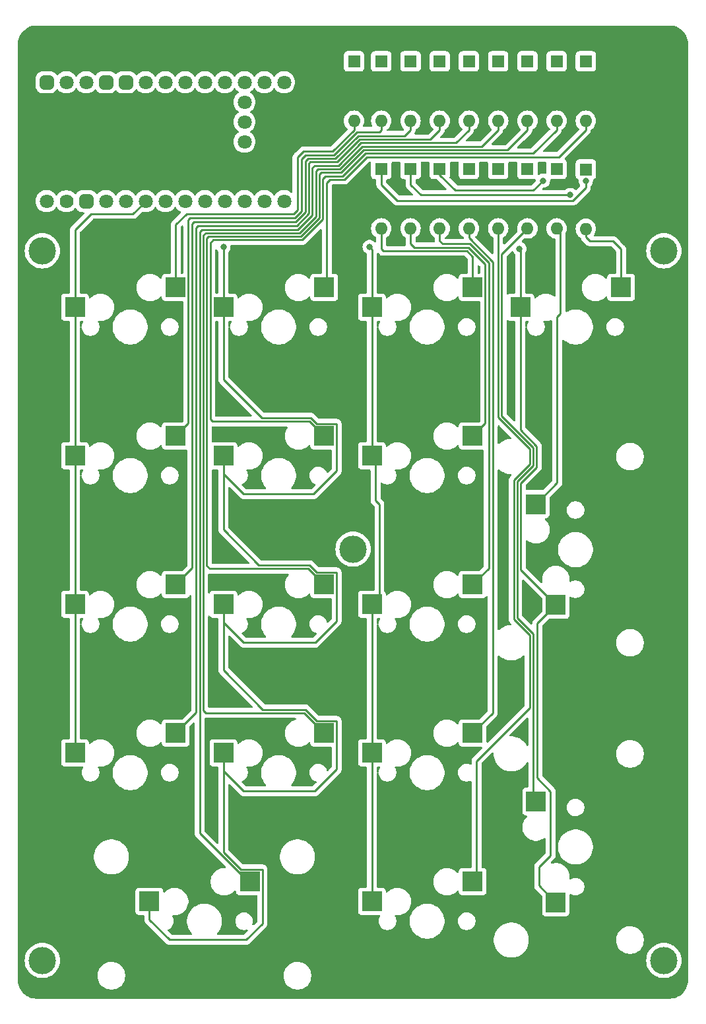
<source format=gbl>
G04 #@! TF.GenerationSoftware,KiCad,Pcbnew,8.0.6*
G04 #@! TF.CreationDate,2024-12-20T23:31:47+08:00*
G04 #@! TF.ProjectId,keyboard,6b657962-6f61-4726-942e-6b696361645f,rev?*
G04 #@! TF.SameCoordinates,Original*
G04 #@! TF.FileFunction,Copper,L2,Bot*
G04 #@! TF.FilePolarity,Positive*
%FSLAX46Y46*%
G04 Gerber Fmt 4.6, Leading zero omitted, Abs format (unit mm)*
G04 Created by KiCad (PCBNEW 8.0.6) date 2024-12-20 23:31:47*
%MOMM*%
%LPD*%
G01*
G04 APERTURE LIST*
G04 Aperture macros list*
%AMRoundRect*
0 Rectangle with rounded corners*
0 $1 Rounding radius*
0 $2 $3 $4 $5 $6 $7 $8 $9 X,Y pos of 4 corners*
0 Add a 4 corners polygon primitive as box body*
4,1,4,$2,$3,$4,$5,$6,$7,$8,$9,$2,$3,0*
0 Add four circle primitives for the rounded corners*
1,1,$1+$1,$2,$3*
1,1,$1+$1,$4,$5*
1,1,$1+$1,$6,$7*
1,1,$1+$1,$8,$9*
0 Add four rect primitives between the rounded corners*
20,1,$1+$1,$2,$3,$4,$5,0*
20,1,$1+$1,$4,$5,$6,$7,0*
20,1,$1+$1,$6,$7,$8,$9,0*
20,1,$1+$1,$8,$9,$2,$3,0*%
G04 Aperture macros list end*
G04 #@! TA.AperFunction,SMDPad,CuDef*
%ADD10R,2.550000X2.500000*%
G04 #@! TD*
G04 #@! TA.AperFunction,ComponentPad*
%ADD11R,1.600000X1.600000*%
G04 #@! TD*
G04 #@! TA.AperFunction,ComponentPad*
%ADD12O,1.600000X1.600000*%
G04 #@! TD*
G04 #@! TA.AperFunction,SMDPad,CuDef*
%ADD13R,2.500000X2.550000*%
G04 #@! TD*
G04 #@! TA.AperFunction,ConnectorPad*
%ADD14C,3.500000*%
G04 #@! TD*
G04 #@! TA.AperFunction,ComponentPad*
%ADD15C,2.600000*%
G04 #@! TD*
G04 #@! TA.AperFunction,ComponentPad*
%ADD16C,1.800000*%
G04 #@! TD*
G04 #@! TA.AperFunction,ComponentPad*
%ADD17RoundRect,0.450000X-0.450000X0.450000X-0.450000X-0.450000X0.450000X-0.450000X0.450000X0.450000X0*%
G04 #@! TD*
G04 #@! TA.AperFunction,ComponentPad*
%ADD18C,1.780000*%
G04 #@! TD*
G04 #@! TA.AperFunction,ViaPad*
%ADD19C,0.800000*%
G04 #@! TD*
G04 #@! TA.AperFunction,Conductor*
%ADD20C,0.250000*%
G04 #@! TD*
G04 APERTURE END LIST*
D10*
X271990000Y-199335000D03*
X284917000Y-196795000D03*
D11*
X303492000Y-129698000D03*
D12*
X303492000Y-137318000D03*
D11*
X299742000Y-129698000D03*
D12*
X299742000Y-137318000D03*
D13*
X314635000Y-237535000D03*
X312095000Y-224608000D03*
D14*
X248750000Y-245000000D03*
D15*
X248750000Y-245000000D03*
D11*
X318492000Y-129698000D03*
D12*
X318492000Y-137318000D03*
D11*
X292242000Y-143508000D03*
D12*
X292242000Y-151128000D03*
D11*
X299742000Y-143508000D03*
D12*
X299742000Y-151128000D03*
D11*
X307242000Y-143508000D03*
D12*
X307242000Y-151128000D03*
D10*
X252940000Y-180285000D03*
X265867000Y-177745000D03*
X252940000Y-199335000D03*
X265867000Y-196795000D03*
X252940000Y-161235000D03*
X265867000Y-158695000D03*
X291040000Y-237435000D03*
X303967000Y-234895000D03*
D11*
X310992000Y-129698000D03*
D12*
X310992000Y-137318000D03*
D11*
X295992000Y-143508000D03*
D12*
X295992000Y-151128000D03*
D15*
X328500000Y-154000000D03*
D14*
X328500000Y-154000000D03*
D10*
X271990000Y-218385000D03*
X284917000Y-215845000D03*
D11*
X314742000Y-143508000D03*
D12*
X314742000Y-151128000D03*
D11*
X292242000Y-129698000D03*
D12*
X292242000Y-137318000D03*
D13*
X314635000Y-199405000D03*
X312095000Y-186478000D03*
D10*
X252940000Y-218385000D03*
X265867000Y-215845000D03*
X291040000Y-218385000D03*
X303967000Y-215845000D03*
X291040000Y-180285000D03*
X303967000Y-177745000D03*
D11*
X314742000Y-129698000D03*
D12*
X314742000Y-137318000D03*
D11*
X318492000Y-143568000D03*
D12*
X318492000Y-151188000D03*
D15*
X248750000Y-154000000D03*
D14*
X248750000Y-154000000D03*
D15*
X328500000Y-245000000D03*
D14*
X328500000Y-245000000D03*
D10*
X291040000Y-199335000D03*
X303967000Y-196795000D03*
X271990000Y-180285000D03*
X284917000Y-177745000D03*
X310090000Y-161235000D03*
X323017000Y-158695000D03*
D11*
X310992000Y-143508000D03*
D12*
X310992000Y-151128000D03*
D10*
X262465000Y-237435000D03*
X275392000Y-234895000D03*
X291040000Y-161235000D03*
X303967000Y-158695000D03*
X271990000Y-161235000D03*
X284917000Y-158695000D03*
D11*
X288742000Y-129698000D03*
D12*
X288742000Y-137318000D03*
D11*
X303492000Y-143508000D03*
D12*
X303492000Y-151128000D03*
D11*
X307242000Y-129698000D03*
D12*
X307242000Y-137318000D03*
D14*
X288625000Y-192250000D03*
D15*
X288625000Y-192250000D03*
D11*
X295992000Y-129698000D03*
D12*
X295992000Y-137318000D03*
D16*
X251829500Y-132388000D03*
X254369500Y-132388000D03*
D17*
X256909500Y-132388000D03*
X259449500Y-132388000D03*
D16*
X261989500Y-132388000D03*
X264529500Y-132388000D03*
X267069500Y-132388000D03*
X269609500Y-132388000D03*
X272149500Y-132388000D03*
X274689500Y-132388000D03*
X277229500Y-132388000D03*
X279769500Y-132388000D03*
D18*
X251829500Y-147628000D03*
D17*
X254369500Y-147628000D03*
D16*
X256909500Y-147628000D03*
X259449500Y-147628000D03*
X261989500Y-147628000D03*
X264529500Y-147628000D03*
X267069500Y-147628000D03*
X269609500Y-147628000D03*
X272149500Y-147628000D03*
X274689500Y-147628000D03*
X277229500Y-147628000D03*
X279769500Y-147628000D03*
X274689500Y-134928000D03*
X274689500Y-137468000D03*
X274689500Y-140008000D03*
D17*
X249289500Y-132388000D03*
D16*
X249289500Y-147628000D03*
D19*
X271992000Y-153508000D03*
X290742000Y-153508000D03*
X309992000Y-153758000D03*
X318492000Y-145008000D03*
X316492000Y-146833000D03*
X312992000Y-145008000D03*
D20*
X252940000Y-151310000D02*
X254992000Y-149258000D01*
X260359500Y-149258000D02*
X261989500Y-147628000D01*
X252940000Y-218385000D02*
X252940000Y-199335000D01*
X252940000Y-161235000D02*
X252940000Y-151310000D01*
X252940000Y-180285000D02*
X252940000Y-161235000D01*
X254992000Y-149258000D02*
X260359500Y-149258000D01*
X252940000Y-218385000D02*
X252940000Y-180285000D01*
X274906100Y-242343900D02*
X276992000Y-240258000D01*
X286517000Y-182233000D02*
X286517000Y-176170000D01*
X286517000Y-214270000D02*
X283978396Y-214270000D01*
X271990000Y-201637767D02*
X274596133Y-204243900D01*
X271990000Y-189756000D02*
X271990000Y-180285000D01*
X271990000Y-218385000D02*
X271990000Y-220687767D01*
X276992000Y-233320000D02*
X274190396Y-233320000D01*
X283978396Y-176170000D02*
X283228396Y-175420000D01*
X271990000Y-161235000D02*
X271990000Y-153510000D01*
X271990000Y-180285000D02*
X271990000Y-182587767D01*
X262465000Y-239737767D02*
X265071133Y-242343900D01*
X282516396Y-212808000D02*
X277042000Y-212808000D01*
X274596133Y-204243900D02*
X283756100Y-204243900D01*
X271990000Y-199335000D02*
X271990000Y-201637767D01*
X283066396Y-194308000D02*
X276542000Y-194308000D01*
X271990000Y-182587767D02*
X274596133Y-185193900D01*
X283756100Y-204243900D02*
X286517000Y-201483000D01*
X276542000Y-194308000D02*
X271990000Y-189756000D01*
X265071133Y-242343900D02*
X274906100Y-242343900D01*
X286517000Y-220483000D02*
X286517000Y-214270000D01*
X271990000Y-231119604D02*
X271990000Y-218385000D01*
X283978396Y-195220000D02*
X283066396Y-194308000D01*
X271990000Y-207756000D02*
X271990000Y-199335000D01*
X271990000Y-220687767D02*
X274596133Y-223293900D01*
X286517000Y-176170000D02*
X283978396Y-176170000D01*
X277042000Y-212808000D02*
X271990000Y-207756000D01*
X276992000Y-240258000D02*
X276992000Y-233320000D01*
X271990000Y-153510000D02*
X271992000Y-153508000D01*
X276904000Y-175420000D02*
X271990000Y-170506000D01*
X286517000Y-201483000D02*
X286517000Y-195220000D01*
X262465000Y-237435000D02*
X262465000Y-239737767D01*
X283556100Y-185193900D02*
X286517000Y-182233000D01*
X283978396Y-214270000D02*
X282516396Y-212808000D01*
X283706100Y-223293900D02*
X286517000Y-220483000D01*
X274596133Y-223293900D02*
X283706100Y-223293900D01*
X286517000Y-195220000D02*
X283978396Y-195220000D01*
X271990000Y-170506000D02*
X271990000Y-161235000D01*
X283228396Y-175420000D02*
X276904000Y-175420000D01*
X274190396Y-233320000D02*
X271990000Y-231119604D01*
X274596133Y-185193900D02*
X283556100Y-185193900D01*
X290742000Y-153508000D02*
X291040000Y-153806000D01*
X292000000Y-186500000D02*
X291500000Y-186000000D01*
X291500000Y-180745000D02*
X291040000Y-180285000D01*
X291040000Y-199335000D02*
X291040000Y-218385000D01*
X291040000Y-153806000D02*
X291040000Y-161235000D01*
X291040000Y-218385000D02*
X291040000Y-237435000D01*
X291040000Y-161235000D02*
X291040000Y-180285000D01*
X291500000Y-186000000D02*
X291500000Y-180745000D01*
X292000000Y-198375000D02*
X292000000Y-186500000D01*
X291040000Y-199335000D02*
X292000000Y-198375000D01*
X310090000Y-161235000D02*
X310090000Y-153856000D01*
X312492000Y-235392000D02*
X314635000Y-237535000D01*
X310142000Y-183782923D02*
X310142000Y-194912000D01*
X310090000Y-176929077D02*
X312188900Y-179027977D01*
X312188900Y-179027977D02*
X312188900Y-181736023D01*
X313970000Y-231530000D02*
X312492000Y-233008000D01*
X310090000Y-153856000D02*
X309992000Y-153758000D01*
X312492000Y-233008000D02*
X312492000Y-235392000D01*
X312242000Y-221580000D02*
X313970000Y-223308000D01*
X313970000Y-223308000D02*
X313970000Y-231530000D01*
X312188900Y-181736023D02*
X310142000Y-183782923D01*
X310142000Y-194912000D02*
X314635000Y-199405000D01*
X312242000Y-201798000D02*
X312242000Y-221580000D01*
X310090000Y-161235000D02*
X310090000Y-176929077D01*
X314635000Y-199405000D02*
X312242000Y-201798000D01*
X316792305Y-147558000D02*
X294292000Y-147558000D01*
X292242000Y-145508000D02*
X292242000Y-143508000D01*
X318492000Y-145858305D02*
X316792305Y-147558000D01*
X318492000Y-145008000D02*
X318492000Y-145858305D01*
X294292000Y-147558000D02*
X292242000Y-145508000D01*
X297317000Y-146833000D02*
X295992000Y-145508000D01*
X316492000Y-146833000D02*
X297317000Y-146833000D01*
X295992000Y-145508000D02*
X295992000Y-143508000D01*
X312992000Y-145008000D02*
X311750000Y-146250000D01*
X311750000Y-146250000D02*
X301734000Y-146250000D01*
X301734000Y-146250000D02*
X299742000Y-144258000D01*
X299742000Y-144258000D02*
X299742000Y-143508000D01*
X282242000Y-141258000D02*
X285992000Y-141258000D01*
X285992000Y-141258000D02*
X288742000Y-138508000D01*
X281492000Y-142008000D02*
X282242000Y-141258000D01*
X265867000Y-150633000D02*
X267242000Y-149258000D01*
X288742000Y-138508000D02*
X288742000Y-137318000D01*
X280992000Y-149258000D02*
X281492000Y-148758000D01*
X265867000Y-158695000D02*
X265867000Y-150633000D01*
X267242000Y-149258000D02*
X280992000Y-149258000D01*
X281492000Y-148758000D02*
X281492000Y-142008000D01*
X290383168Y-141958000D02*
X315042000Y-141958000D01*
X315042000Y-141958000D02*
X318492000Y-138508000D01*
X287483168Y-144858000D02*
X290383168Y-141958000D01*
X285242000Y-145258000D02*
X285642000Y-144858000D01*
X284917000Y-158695000D02*
X285242000Y-158370000D01*
X285242000Y-158370000D02*
X285242000Y-145258000D01*
X318492000Y-138508000D02*
X318492000Y-137318000D01*
X285642000Y-144858000D02*
X287483168Y-144858000D01*
X303967000Y-154733000D02*
X303242000Y-154008000D01*
X303967000Y-158695000D02*
X303967000Y-154733000D01*
X303242000Y-154008000D02*
X292492000Y-154008000D01*
X292492000Y-154008000D02*
X292242000Y-153758000D01*
X292242000Y-153758000D02*
X292242000Y-151128000D01*
X318492000Y-152258000D02*
X318492000Y-151188000D01*
X323017000Y-158695000D02*
X323017000Y-153783000D01*
X318992000Y-152758000D02*
X318492000Y-152258000D01*
X321992000Y-152758000D02*
X318992000Y-152758000D01*
X323017000Y-153783000D02*
X321992000Y-152758000D01*
X281992000Y-148894396D02*
X281992000Y-142258000D01*
X267467000Y-176145000D02*
X267467000Y-150033000D01*
X267742000Y-149758000D02*
X281128396Y-149758000D01*
X292242000Y-138508000D02*
X292242000Y-137318000D01*
X281128396Y-149758000D02*
X281992000Y-148894396D01*
X291992000Y-138758000D02*
X292242000Y-138508000D01*
X265867000Y-177745000D02*
X267467000Y-176145000D01*
X286178396Y-141708000D02*
X289128396Y-138758000D01*
X289128396Y-138758000D02*
X291992000Y-138758000D01*
X281992000Y-142258000D02*
X282542000Y-141708000D01*
X267467000Y-150033000D02*
X267742000Y-149758000D01*
X282542000Y-141708000D02*
X286178396Y-141708000D01*
X270604000Y-175870000D02*
X270292000Y-175558000D01*
X311742000Y-141508000D02*
X314742000Y-138508000D01*
X285092000Y-144408000D02*
X287296772Y-144408000D01*
X270692000Y-152608000D02*
X282096772Y-152608000D01*
X314742000Y-138508000D02*
X314742000Y-137318000D01*
X284742000Y-149962772D02*
X284742000Y-144758000D01*
X284917000Y-177745000D02*
X283042000Y-175870000D01*
X287296772Y-144408000D02*
X290196772Y-141508000D01*
X284742000Y-144758000D02*
X285092000Y-144408000D01*
X270292000Y-175558000D02*
X270292000Y-153008000D01*
X290196772Y-141508000D02*
X311742000Y-141508000D01*
X270292000Y-153008000D02*
X270692000Y-152608000D01*
X282096772Y-152608000D02*
X284742000Y-149962772D01*
X283042000Y-175870000D02*
X270604000Y-175870000D01*
X303967000Y-177745000D02*
X305567000Y-176145000D01*
X305567000Y-155696604D02*
X303428396Y-153558000D01*
X305567000Y-176145000D02*
X305567000Y-155696604D01*
X296492000Y-153558000D02*
X295992000Y-153058000D01*
X295992000Y-153058000D02*
X295992000Y-151128000D01*
X303428396Y-153558000D02*
X296492000Y-153558000D01*
X314806100Y-183766900D02*
X314806100Y-162445550D01*
X314806100Y-162445550D02*
X315240000Y-162011650D01*
X315240000Y-151626000D02*
X314742000Y-151128000D01*
X315240000Y-162011650D02*
X315240000Y-151626000D01*
X312095000Y-186478000D02*
X314806100Y-183766900D01*
X281264792Y-150258000D02*
X282492000Y-149030792D01*
X265867000Y-196795000D02*
X267992000Y-194670000D01*
X289264792Y-139258000D02*
X295242000Y-139258000D01*
X286364792Y-142158000D02*
X289264792Y-139258000D01*
X282492000Y-142508000D02*
X282842000Y-142158000D01*
X267992000Y-150508000D02*
X268242000Y-150258000D01*
X282842000Y-142158000D02*
X286364792Y-142158000D01*
X295992000Y-138508000D02*
X295992000Y-137318000D01*
X267992000Y-194670000D02*
X267992000Y-150508000D01*
X282492000Y-149030792D02*
X282492000Y-142508000D01*
X295242000Y-139258000D02*
X295992000Y-138508000D01*
X268242000Y-150258000D02*
X281264792Y-150258000D01*
X290010376Y-141058000D02*
X308442000Y-141058000D01*
X269842000Y-194358000D02*
X269842000Y-152408000D01*
X269842000Y-152408000D02*
X270092000Y-152158000D01*
X284292000Y-149776376D02*
X284292000Y-144183000D01*
X281910376Y-152158000D02*
X284292000Y-149776376D01*
X284292000Y-144183000D02*
X284517000Y-143958000D01*
X270242000Y-194758000D02*
X269842000Y-194358000D01*
X308442000Y-141058000D02*
X310992000Y-138508000D01*
X310992000Y-138508000D02*
X310992000Y-137318000D01*
X282880000Y-194758000D02*
X270242000Y-194758000D01*
X284517000Y-143958000D02*
X287110376Y-143958000D01*
X287110376Y-143958000D02*
X290010376Y-141058000D01*
X284917000Y-196795000D02*
X282880000Y-194758000D01*
X270092000Y-152158000D02*
X281910376Y-152158000D01*
X300142000Y-153108000D02*
X299742000Y-152708000D01*
X299742000Y-152708000D02*
X299742000Y-151128000D01*
X303614792Y-153108000D02*
X300142000Y-153108000D01*
X306017000Y-155510208D02*
X303614792Y-153108000D01*
X306017000Y-194745000D02*
X306017000Y-155510208D01*
X303967000Y-196795000D02*
X306017000Y-194745000D01*
X283142000Y-142608000D02*
X286551188Y-142608000D01*
X268492000Y-213220000D02*
X268492000Y-151008000D01*
X289451188Y-139708000D02*
X298542000Y-139708000D01*
X268492000Y-151008000D02*
X268742000Y-150758000D01*
X282942000Y-142808000D02*
X283142000Y-142608000D01*
X286551188Y-142608000D02*
X289451188Y-139708000D01*
X299742000Y-138508000D02*
X299742000Y-137318000D01*
X282942000Y-149217188D02*
X282942000Y-142808000D01*
X298542000Y-139708000D02*
X299742000Y-138508000D01*
X268742000Y-150758000D02*
X281401188Y-150758000D01*
X265867000Y-215845000D02*
X268492000Y-213220000D01*
X281401188Y-150758000D02*
X282942000Y-149217188D01*
X286923980Y-143508000D02*
X289823980Y-140608000D01*
X282330000Y-213258000D02*
X269742000Y-213258000D01*
X269742000Y-213258000D02*
X269392000Y-212908000D01*
X289823980Y-140608000D02*
X305142000Y-140608000D01*
X284917000Y-215845000D02*
X282330000Y-213258000D01*
X283842000Y-143783000D02*
X284117000Y-143508000D01*
X269692000Y-151708000D02*
X281723980Y-151708000D01*
X305142000Y-140608000D02*
X307242000Y-138508000D01*
X307242000Y-138508000D02*
X307242000Y-137318000D01*
X269392000Y-152008000D02*
X269692000Y-151708000D01*
X281723980Y-151708000D02*
X283842000Y-149589980D01*
X284117000Y-143508000D02*
X286923980Y-143508000D01*
X283842000Y-149589980D02*
X283842000Y-143783000D01*
X269392000Y-212908000D02*
X269392000Y-152008000D01*
X306551100Y-213260900D02*
X306551100Y-155407912D01*
X303492000Y-152348812D02*
X303492000Y-151128000D01*
X306551100Y-155407912D02*
X303492000Y-152348812D01*
X303967000Y-215845000D02*
X306551100Y-213260900D01*
X307692000Y-175167473D02*
X307692000Y-154428000D01*
X307692000Y-154428000D02*
X310992000Y-151128000D01*
X311738900Y-179214373D02*
X307692000Y-175167473D01*
X311738900Y-181549627D02*
X311738900Y-179214373D01*
X312095000Y-224608000D02*
X311742000Y-224255000D01*
X309692000Y-183596527D02*
X311738900Y-181549627D01*
X311742000Y-224255000D02*
X311742000Y-203093473D01*
X309692000Y-201043473D02*
X309692000Y-183596527D01*
X311742000Y-203093473D02*
X309692000Y-201043473D01*
X301842000Y-140158000D02*
X303492000Y-138508000D01*
X275392000Y-234895000D02*
X275129000Y-234895000D01*
X268942000Y-228708000D02*
X268942000Y-151558000D01*
X275129000Y-234895000D02*
X268942000Y-228708000D01*
X283392000Y-149403584D02*
X283392000Y-143333000D01*
X289637584Y-140158000D02*
X301842000Y-140158000D01*
X281537584Y-151258000D02*
X283392000Y-149403584D01*
X303492000Y-138508000D02*
X303492000Y-137318000D01*
X283392000Y-143333000D02*
X283667000Y-143058000D01*
X286737584Y-143058000D02*
X289637584Y-140158000D01*
X283667000Y-143058000D02*
X286737584Y-143058000D01*
X268942000Y-151558000D02*
X269242000Y-151258000D01*
X269242000Y-151258000D02*
X281537584Y-151258000D01*
X311288900Y-203276769D02*
X309242000Y-201229869D01*
X307242000Y-175353869D02*
X307242000Y-151128000D01*
X309242000Y-183410131D02*
X311288900Y-181363231D01*
X309242000Y-201229869D02*
X309242000Y-183410131D01*
X303967000Y-234895000D02*
X304455000Y-234407000D01*
X304455000Y-219431233D02*
X311288900Y-212597333D01*
X311288900Y-179400769D02*
X307242000Y-175353869D01*
X311288900Y-181363231D02*
X311288900Y-179400769D01*
X311288900Y-212597333D02*
X311288900Y-203276769D01*
X304455000Y-234407000D02*
X304455000Y-219431233D01*
G04 #@! TA.AperFunction,NonConductor*
G36*
X329253736Y-125100726D02*
G01*
X329531742Y-125117542D01*
X329546605Y-125119347D01*
X329621845Y-125133135D01*
X329816866Y-125168874D01*
X329831395Y-125172455D01*
X330093713Y-125254197D01*
X330107709Y-125259505D01*
X330358264Y-125372270D01*
X330371522Y-125379228D01*
X330606658Y-125521373D01*
X330618969Y-125529871D01*
X330835261Y-125699324D01*
X330846469Y-125709254D01*
X331040745Y-125903530D01*
X331050675Y-125914738D01*
X331220124Y-126131024D01*
X331228630Y-126143347D01*
X331370770Y-126378476D01*
X331377729Y-126391735D01*
X331490494Y-126642290D01*
X331495803Y-126656290D01*
X331577542Y-126918597D01*
X331581126Y-126933137D01*
X331630652Y-127203394D01*
X331632457Y-127218258D01*
X331649274Y-127496263D01*
X331649500Y-127503750D01*
X331649500Y-247496249D01*
X331649274Y-247503736D01*
X331632457Y-247781741D01*
X331630652Y-247796605D01*
X331581126Y-248066862D01*
X331577542Y-248081402D01*
X331495803Y-248343709D01*
X331490494Y-248357709D01*
X331377729Y-248608264D01*
X331370770Y-248621523D01*
X331228630Y-248856652D01*
X331220124Y-248868975D01*
X331050675Y-249085261D01*
X331040745Y-249096469D01*
X330846469Y-249290745D01*
X330835261Y-249300675D01*
X330618975Y-249470124D01*
X330606652Y-249478630D01*
X330371523Y-249620770D01*
X330358264Y-249627729D01*
X330107709Y-249740494D01*
X330093709Y-249745803D01*
X329831402Y-249827542D01*
X329816862Y-249831126D01*
X329546605Y-249880652D01*
X329531741Y-249882457D01*
X329253736Y-249899274D01*
X329246249Y-249899500D01*
X248003751Y-249899500D01*
X247996264Y-249899274D01*
X247718258Y-249882457D01*
X247703394Y-249880652D01*
X247433137Y-249831126D01*
X247418597Y-249827542D01*
X247156290Y-249745803D01*
X247142290Y-249740494D01*
X246891735Y-249627729D01*
X246878476Y-249620770D01*
X246643347Y-249478630D01*
X246631024Y-249470124D01*
X246595251Y-249442098D01*
X246414738Y-249300675D01*
X246403530Y-249290745D01*
X246209254Y-249096469D01*
X246199324Y-249085261D01*
X246029875Y-248868975D01*
X246021373Y-248856658D01*
X245879228Y-248621522D01*
X245872270Y-248608264D01*
X245795916Y-248438612D01*
X245759504Y-248357706D01*
X245754196Y-248343709D01*
X245739642Y-248297003D01*
X245672455Y-248081395D01*
X245668873Y-248066862D01*
X245619347Y-247796605D01*
X245617542Y-247781741D01*
X245600726Y-247503736D01*
X245600500Y-247496249D01*
X245600500Y-245000000D01*
X246486654Y-245000000D01*
X246506017Y-245295424D01*
X246506018Y-245295436D01*
X246563774Y-245585789D01*
X246563779Y-245585809D01*
X246658937Y-245866137D01*
X246658941Y-245866147D01*
X246789879Y-246131663D01*
X246789888Y-246131678D01*
X246954368Y-246377839D01*
X247149572Y-246600427D01*
X247323393Y-246752864D01*
X247372162Y-246795633D01*
X247618327Y-246960115D01*
X247618330Y-246960116D01*
X247618336Y-246960120D01*
X247883852Y-247091058D01*
X247883862Y-247091062D01*
X248164190Y-247186220D01*
X248164194Y-247186221D01*
X248164203Y-247186224D01*
X248360493Y-247225269D01*
X248454563Y-247243981D01*
X248454564Y-247243981D01*
X248454574Y-247243983D01*
X248750000Y-247263346D01*
X249045426Y-247243983D01*
X249335797Y-247186224D01*
X249335809Y-247186220D01*
X249616137Y-247091062D01*
X249616147Y-247091058D01*
X249881663Y-246960120D01*
X249881663Y-246960119D01*
X249881673Y-246960115D01*
X250055923Y-246843685D01*
X255837500Y-246843685D01*
X255837500Y-247076314D01*
X255851971Y-247186224D01*
X255867863Y-247306930D01*
X255897965Y-247419274D01*
X255928068Y-247531620D01*
X256017083Y-247746521D01*
X256017088Y-247746532D01*
X256133387Y-247947966D01*
X256133398Y-247947982D01*
X256274996Y-248132517D01*
X256275002Y-248132524D01*
X256439475Y-248296997D01*
X256439482Y-248297003D01*
X256518596Y-248357709D01*
X256624026Y-248438608D01*
X256624033Y-248438612D01*
X256825467Y-248554911D01*
X256825472Y-248554913D01*
X256825475Y-248554915D01*
X256932928Y-248599423D01*
X257040379Y-248643931D01*
X257040380Y-248643931D01*
X257040382Y-248643932D01*
X257265070Y-248704137D01*
X257495693Y-248734500D01*
X257495700Y-248734500D01*
X257728300Y-248734500D01*
X257728307Y-248734500D01*
X257958930Y-248704137D01*
X258183618Y-248643932D01*
X258398525Y-248554915D01*
X258599974Y-248438608D01*
X258784519Y-248297002D01*
X258949002Y-248132519D01*
X259090608Y-247947974D01*
X259206915Y-247746525D01*
X259295932Y-247531618D01*
X259356137Y-247306930D01*
X259386500Y-247076307D01*
X259386500Y-246843693D01*
X259386499Y-246843685D01*
X279713500Y-246843685D01*
X279713500Y-247076314D01*
X279727971Y-247186224D01*
X279743863Y-247306930D01*
X279773965Y-247419274D01*
X279804068Y-247531620D01*
X279893083Y-247746521D01*
X279893088Y-247746532D01*
X280009387Y-247947966D01*
X280009398Y-247947982D01*
X280150996Y-248132517D01*
X280151002Y-248132524D01*
X280315475Y-248296997D01*
X280315482Y-248297003D01*
X280394596Y-248357709D01*
X280500026Y-248438608D01*
X280500033Y-248438612D01*
X280701467Y-248554911D01*
X280701472Y-248554913D01*
X280701475Y-248554915D01*
X280808928Y-248599423D01*
X280916379Y-248643931D01*
X280916380Y-248643931D01*
X280916382Y-248643932D01*
X281141070Y-248704137D01*
X281371693Y-248734500D01*
X281371700Y-248734500D01*
X281604300Y-248734500D01*
X281604307Y-248734500D01*
X281834930Y-248704137D01*
X282059618Y-248643932D01*
X282274525Y-248554915D01*
X282475974Y-248438608D01*
X282660519Y-248297002D01*
X282825002Y-248132519D01*
X282966608Y-247947974D01*
X283082915Y-247746525D01*
X283171932Y-247531618D01*
X283232137Y-247306930D01*
X283262500Y-247076307D01*
X283262500Y-246843693D01*
X283232137Y-246613070D01*
X283171932Y-246388382D01*
X283082915Y-246173475D01*
X283082913Y-246173472D01*
X283082911Y-246173467D01*
X282966612Y-245972033D01*
X282966608Y-245972026D01*
X282825002Y-245787481D01*
X282824997Y-245787475D01*
X282660524Y-245623002D01*
X282660517Y-245622996D01*
X282475982Y-245481398D01*
X282475980Y-245481396D01*
X282475974Y-245481392D01*
X282475969Y-245481389D01*
X282475966Y-245481387D01*
X282274532Y-245365088D01*
X282274521Y-245365083D01*
X282059620Y-245276068D01*
X281947274Y-245245965D01*
X281834930Y-245215863D01*
X281783680Y-245209115D01*
X281604314Y-245185500D01*
X281604307Y-245185500D01*
X281371693Y-245185500D01*
X281371685Y-245185500D01*
X281166694Y-245212489D01*
X281141070Y-245215863D01*
X281084898Y-245230914D01*
X280916379Y-245276068D01*
X280701478Y-245365083D01*
X280701467Y-245365088D01*
X280500033Y-245481387D01*
X280500017Y-245481398D01*
X280315482Y-245622996D01*
X280315475Y-245623002D01*
X280151002Y-245787475D01*
X280150996Y-245787482D01*
X280009398Y-245972017D01*
X280009387Y-245972033D01*
X279893088Y-246173467D01*
X279893083Y-246173478D01*
X279804068Y-246388379D01*
X279743863Y-246613071D01*
X279713500Y-246843685D01*
X259386499Y-246843685D01*
X259356137Y-246613070D01*
X259295932Y-246388382D01*
X259206915Y-246173475D01*
X259206913Y-246173472D01*
X259206911Y-246173467D01*
X259090612Y-245972033D01*
X259090608Y-245972026D01*
X258949002Y-245787481D01*
X258948997Y-245787475D01*
X258784524Y-245623002D01*
X258784517Y-245622996D01*
X258599982Y-245481398D01*
X258599980Y-245481396D01*
X258599974Y-245481392D01*
X258599969Y-245481389D01*
X258599966Y-245481387D01*
X258398532Y-245365088D01*
X258398521Y-245365083D01*
X258183620Y-245276068D01*
X258071274Y-245245965D01*
X257958930Y-245215863D01*
X257907680Y-245209115D01*
X257728314Y-245185500D01*
X257728307Y-245185500D01*
X257495693Y-245185500D01*
X257495685Y-245185500D01*
X257290694Y-245212489D01*
X257265070Y-245215863D01*
X257208898Y-245230914D01*
X257040379Y-245276068D01*
X256825478Y-245365083D01*
X256825467Y-245365088D01*
X256624033Y-245481387D01*
X256624017Y-245481398D01*
X256439482Y-245622996D01*
X256439475Y-245623002D01*
X256275002Y-245787475D01*
X256274996Y-245787482D01*
X256133398Y-245972017D01*
X256133387Y-245972033D01*
X256017088Y-246173467D01*
X256017083Y-246173478D01*
X255928068Y-246388379D01*
X255867863Y-246613071D01*
X255837500Y-246843685D01*
X250055923Y-246843685D01*
X250127838Y-246795633D01*
X250350427Y-246600427D01*
X250545633Y-246377838D01*
X250710115Y-246131673D01*
X250841059Y-245866145D01*
X250867762Y-245787482D01*
X250936220Y-245585809D01*
X250936220Y-245585808D01*
X250936224Y-245585797D01*
X250993983Y-245295426D01*
X251013346Y-245000000D01*
X326236654Y-245000000D01*
X326256017Y-245295424D01*
X326256018Y-245295436D01*
X326313774Y-245585789D01*
X326313779Y-245585809D01*
X326408937Y-245866137D01*
X326408941Y-245866147D01*
X326539879Y-246131663D01*
X326539888Y-246131678D01*
X326704368Y-246377839D01*
X326899572Y-246600427D01*
X327073393Y-246752864D01*
X327122162Y-246795633D01*
X327368327Y-246960115D01*
X327368330Y-246960116D01*
X327368336Y-246960120D01*
X327633852Y-247091058D01*
X327633862Y-247091062D01*
X327914190Y-247186220D01*
X327914194Y-247186221D01*
X327914203Y-247186224D01*
X328110493Y-247225269D01*
X328204563Y-247243981D01*
X328204564Y-247243981D01*
X328204574Y-247243983D01*
X328500000Y-247263346D01*
X328795426Y-247243983D01*
X329085797Y-247186224D01*
X329085809Y-247186220D01*
X329366137Y-247091062D01*
X329366147Y-247091058D01*
X329631663Y-246960120D01*
X329631663Y-246960119D01*
X329631673Y-246960115D01*
X329877838Y-246795633D01*
X330100427Y-246600427D01*
X330295633Y-246377838D01*
X330460115Y-246131673D01*
X330591059Y-245866145D01*
X330617762Y-245787482D01*
X330686220Y-245585809D01*
X330686220Y-245585808D01*
X330686224Y-245585797D01*
X330743983Y-245295426D01*
X330763346Y-245000000D01*
X330743983Y-244704574D01*
X330686224Y-244414203D01*
X330683189Y-244405261D01*
X330591062Y-244133862D01*
X330591058Y-244133852D01*
X330460120Y-243868336D01*
X330460111Y-243868321D01*
X330364345Y-243724997D01*
X330295633Y-243622162D01*
X330241572Y-243560517D01*
X330100427Y-243399572D01*
X329877839Y-243204368D01*
X329833186Y-243174532D01*
X329738085Y-243110987D01*
X329631678Y-243039888D01*
X329631663Y-243039879D01*
X329366147Y-242908941D01*
X329366137Y-242908937D01*
X329085809Y-242813779D01*
X329085789Y-242813774D01*
X328795436Y-242756018D01*
X328795427Y-242756017D01*
X328795426Y-242756017D01*
X328500000Y-242736654D01*
X328204574Y-242756017D01*
X328204573Y-242756017D01*
X328204563Y-242756018D01*
X327914210Y-242813774D01*
X327914190Y-242813779D01*
X327633862Y-242908937D01*
X327633852Y-242908941D01*
X327368336Y-243039879D01*
X327368321Y-243039888D01*
X327122160Y-243204368D01*
X326899572Y-243399572D01*
X326704368Y-243622160D01*
X326539888Y-243868321D01*
X326539879Y-243868336D01*
X326408941Y-244133852D01*
X326408937Y-244133862D01*
X326313779Y-244414190D01*
X326313774Y-244414210D01*
X326256018Y-244704563D01*
X326256017Y-244704575D01*
X326236654Y-245000000D01*
X251013346Y-245000000D01*
X250993983Y-244704574D01*
X250936224Y-244414203D01*
X250933189Y-244405261D01*
X250841062Y-244133862D01*
X250841058Y-244133852D01*
X250710120Y-243868336D01*
X250710111Y-243868321D01*
X250614345Y-243724997D01*
X250545633Y-243622162D01*
X250491572Y-243560517D01*
X250350427Y-243399572D01*
X250127839Y-243204368D01*
X250083186Y-243174532D01*
X249988085Y-243110987D01*
X249881678Y-243039888D01*
X249881663Y-243039879D01*
X249616147Y-242908941D01*
X249616137Y-242908937D01*
X249335809Y-242813779D01*
X249335789Y-242813774D01*
X249045436Y-242756018D01*
X249045427Y-242756017D01*
X249045426Y-242756017D01*
X248750000Y-242736654D01*
X248454574Y-242756017D01*
X248454573Y-242756017D01*
X248454563Y-242756018D01*
X248164210Y-242813774D01*
X248164190Y-242813779D01*
X247883862Y-242908937D01*
X247883852Y-242908941D01*
X247618336Y-243039879D01*
X247618321Y-243039888D01*
X247372160Y-243204368D01*
X247149572Y-243399572D01*
X246954368Y-243622160D01*
X246789888Y-243868321D01*
X246789879Y-243868336D01*
X246658941Y-244133852D01*
X246658937Y-244133862D01*
X246563779Y-244414190D01*
X246563774Y-244414210D01*
X246506018Y-244704563D01*
X246506017Y-244704575D01*
X246486654Y-245000000D01*
X245600500Y-245000000D01*
X245600500Y-231572900D01*
X255367600Y-231572900D01*
X255367600Y-231867099D01*
X255367601Y-231867116D01*
X255406001Y-232158796D01*
X255482152Y-232442994D01*
X255594734Y-232714794D01*
X255594742Y-232714810D01*
X255741840Y-232969589D01*
X255741851Y-232969605D01*
X255920948Y-233203009D01*
X255920954Y-233203016D01*
X256128983Y-233411045D01*
X256128990Y-233411051D01*
X256291560Y-233535795D01*
X256362403Y-233590155D01*
X256362410Y-233590159D01*
X256617189Y-233737257D01*
X256617205Y-233737265D01*
X256889005Y-233849847D01*
X256889007Y-233849847D01*
X256889013Y-233849850D01*
X257173200Y-233925998D01*
X257464894Y-233964400D01*
X257464901Y-233964400D01*
X257759099Y-233964400D01*
X257759106Y-233964400D01*
X258050800Y-233925998D01*
X258334987Y-233849850D01*
X258408318Y-233819475D01*
X258606794Y-233737265D01*
X258606797Y-233737263D01*
X258606803Y-233737261D01*
X258861597Y-233590155D01*
X259095011Y-233411050D01*
X259303050Y-233203011D01*
X259482155Y-232969597D01*
X259629261Y-232714803D01*
X259630901Y-232710845D01*
X259741847Y-232442994D01*
X259741846Y-232442994D01*
X259741850Y-232442987D01*
X259817998Y-232158800D01*
X259856400Y-231867106D01*
X259856400Y-231572894D01*
X259817998Y-231281200D01*
X259741850Y-230997013D01*
X259698982Y-230893519D01*
X259629265Y-230725205D01*
X259629257Y-230725189D01*
X259482159Y-230470410D01*
X259482155Y-230470403D01*
X259303050Y-230236989D01*
X259303045Y-230236983D01*
X259095016Y-230028954D01*
X259095009Y-230028948D01*
X258861605Y-229849851D01*
X258861603Y-229849849D01*
X258861597Y-229849845D01*
X258861592Y-229849842D01*
X258861589Y-229849840D01*
X258606810Y-229702742D01*
X258606794Y-229702734D01*
X258334994Y-229590152D01*
X258050796Y-229514001D01*
X257759116Y-229475601D01*
X257759111Y-229475600D01*
X257759106Y-229475600D01*
X257464894Y-229475600D01*
X257464888Y-229475600D01*
X257464883Y-229475601D01*
X257173203Y-229514001D01*
X256889005Y-229590152D01*
X256617205Y-229702734D01*
X256617189Y-229702742D01*
X256362410Y-229849840D01*
X256362394Y-229849851D01*
X256128990Y-230028948D01*
X256128983Y-230028954D01*
X255920954Y-230236983D01*
X255920948Y-230236990D01*
X255741851Y-230470394D01*
X255741840Y-230470410D01*
X255594742Y-230725189D01*
X255594734Y-230725205D01*
X255482152Y-230997005D01*
X255406001Y-231281203D01*
X255367601Y-231572883D01*
X255367600Y-231572900D01*
X245600500Y-231572900D01*
X245600500Y-154000000D01*
X246486654Y-154000000D01*
X246505985Y-154294944D01*
X246506017Y-154295424D01*
X246506018Y-154295436D01*
X246563774Y-154585789D01*
X246563779Y-154585809D01*
X246658937Y-154866137D01*
X246658941Y-154866147D01*
X246789879Y-155131663D01*
X246789888Y-155131678D01*
X246954368Y-155377839D01*
X247149572Y-155600427D01*
X247178742Y-155626008D01*
X247372162Y-155795633D01*
X247618327Y-155960115D01*
X247618330Y-155960116D01*
X247618336Y-155960120D01*
X247883852Y-156091058D01*
X247883862Y-156091062D01*
X248164190Y-156186220D01*
X248164194Y-156186221D01*
X248164203Y-156186224D01*
X248360493Y-156225269D01*
X248454563Y-156243981D01*
X248454564Y-156243981D01*
X248454574Y-156243983D01*
X248750000Y-156263346D01*
X249045426Y-156243983D01*
X249335797Y-156186224D01*
X249335809Y-156186220D01*
X249616137Y-156091062D01*
X249616147Y-156091058D01*
X249881663Y-155960120D01*
X249881663Y-155960119D01*
X249881673Y-155960115D01*
X250127838Y-155795633D01*
X250350427Y-155600427D01*
X250545633Y-155377838D01*
X250710115Y-155131673D01*
X250777316Y-154995404D01*
X250841058Y-154866147D01*
X250841062Y-154866137D01*
X250936220Y-154585809D01*
X250936220Y-154585808D01*
X250936224Y-154585797D01*
X250993983Y-154295426D01*
X251013346Y-154000000D01*
X250993983Y-153704574D01*
X250936224Y-153414203D01*
X250935200Y-153411185D01*
X250841062Y-153133862D01*
X250841058Y-153133852D01*
X250710120Y-152868336D01*
X250710111Y-152868321D01*
X250657500Y-152789583D01*
X250545633Y-152622162D01*
X250456861Y-152520937D01*
X250350427Y-152399572D01*
X250127839Y-152204368D01*
X250116213Y-152196600D01*
X249899821Y-152052011D01*
X249881678Y-152039888D01*
X249881663Y-152039879D01*
X249616147Y-151908941D01*
X249616137Y-151908937D01*
X249335809Y-151813779D01*
X249335789Y-151813774D01*
X249045436Y-151756018D01*
X249045427Y-151756017D01*
X249045426Y-151756017D01*
X248750000Y-151736654D01*
X248454574Y-151756017D01*
X248454573Y-151756017D01*
X248454563Y-151756018D01*
X248164210Y-151813774D01*
X248164190Y-151813779D01*
X247883862Y-151908937D01*
X247883852Y-151908941D01*
X247618336Y-152039879D01*
X247618321Y-152039888D01*
X247372160Y-152204368D01*
X247149572Y-152399572D01*
X246954368Y-152622160D01*
X246789888Y-152868321D01*
X246789879Y-152868336D01*
X246658941Y-153133852D01*
X246658937Y-153133862D01*
X246563779Y-153414190D01*
X246563774Y-153414210D01*
X246506018Y-153704563D01*
X246506017Y-153704573D01*
X246506017Y-153704574D01*
X246486654Y-154000000D01*
X245600500Y-154000000D01*
X245600500Y-147627994D01*
X247876173Y-147627994D01*
X247876173Y-147628005D01*
X247895448Y-147860622D01*
X247952751Y-148086907D01*
X248046515Y-148300668D01*
X248174186Y-148496084D01*
X248325484Y-148660436D01*
X248332280Y-148667818D01*
X248516483Y-148811190D01*
X248516485Y-148811191D01*
X248516488Y-148811193D01*
X248635831Y-148875777D01*
X248721773Y-148922287D01*
X248818743Y-148955577D01*
X248942545Y-148998079D01*
X248942547Y-148998079D01*
X248942549Y-148998080D01*
X249172788Y-149036500D01*
X249172789Y-149036500D01*
X249406211Y-149036500D01*
X249406212Y-149036500D01*
X249636451Y-148998080D01*
X249857227Y-148922287D01*
X250062517Y-148811190D01*
X250246720Y-148667818D01*
X250404814Y-148496083D01*
X250461664Y-148409066D01*
X250514809Y-148363711D01*
X250584040Y-148354287D01*
X250647376Y-148383788D01*
X250669280Y-148409066D01*
X250675254Y-148418210D01*
X250722105Y-148489920D01*
X250879076Y-148660436D01*
X251061971Y-148802790D01*
X251061973Y-148802791D01*
X251061976Y-148802793D01*
X251180470Y-148866918D01*
X251265804Y-148913098D01*
X251485012Y-148988353D01*
X251713617Y-149026500D01*
X251945383Y-149026500D01*
X252173988Y-148988353D01*
X252393196Y-148913098D01*
X252597029Y-148802790D01*
X252779924Y-148660436D01*
X252891681Y-148539034D01*
X252951565Y-148503047D01*
X253021403Y-148505147D01*
X253079019Y-148544670D01*
X253092816Y-148565608D01*
X253115050Y-148608173D01*
X253115051Y-148608175D01*
X253238242Y-148759257D01*
X253301937Y-148811193D01*
X253389324Y-148882448D01*
X253562111Y-148972704D01*
X253749530Y-149026331D01*
X253863904Y-149036500D01*
X254018234Y-149036500D01*
X254085273Y-149056185D01*
X254131028Y-149108989D01*
X254140972Y-149178147D01*
X254111947Y-149241703D01*
X254105915Y-149248181D01*
X252536167Y-150817929D01*
X252501176Y-150852920D01*
X252447927Y-150906168D01*
X252378603Y-151009918D01*
X252378598Y-151009927D01*
X252330845Y-151125214D01*
X252330843Y-151125222D01*
X252306500Y-151247601D01*
X252306500Y-159352500D01*
X252286815Y-159419539D01*
X252234011Y-159465294D01*
X252182500Y-159476500D01*
X251616345Y-159476500D01*
X251555797Y-159483011D01*
X251555795Y-159483011D01*
X251418795Y-159534111D01*
X251301739Y-159621739D01*
X251214111Y-159738795D01*
X251163011Y-159875795D01*
X251163011Y-159875797D01*
X251156500Y-159936345D01*
X251156500Y-162533654D01*
X251163011Y-162594202D01*
X251163011Y-162594204D01*
X251200088Y-162693607D01*
X251214111Y-162731204D01*
X251301739Y-162848261D01*
X251418796Y-162935889D01*
X251555799Y-162986989D01*
X251583050Y-162989918D01*
X251616345Y-162993499D01*
X251616362Y-162993500D01*
X252182500Y-162993500D01*
X252249539Y-163013185D01*
X252295294Y-163065989D01*
X252306500Y-163117500D01*
X252306500Y-178402500D01*
X252286815Y-178469539D01*
X252234011Y-178515294D01*
X252182500Y-178526500D01*
X251616345Y-178526500D01*
X251555797Y-178533011D01*
X251555795Y-178533011D01*
X251418795Y-178584111D01*
X251301739Y-178671739D01*
X251214111Y-178788795D01*
X251163011Y-178925795D01*
X251163011Y-178925797D01*
X251156500Y-178986345D01*
X251156500Y-181583654D01*
X251163011Y-181644202D01*
X251163011Y-181644204D01*
X251200088Y-181743607D01*
X251214111Y-181781204D01*
X251301739Y-181898261D01*
X251418796Y-181985889D01*
X251533949Y-182028839D01*
X251553423Y-182036103D01*
X251555799Y-182036989D01*
X251583050Y-182039918D01*
X251616345Y-182043499D01*
X251616362Y-182043500D01*
X252182500Y-182043500D01*
X252249539Y-182063185D01*
X252295294Y-182115989D01*
X252306500Y-182167500D01*
X252306500Y-197452500D01*
X252286815Y-197519539D01*
X252234011Y-197565294D01*
X252182500Y-197576500D01*
X251616345Y-197576500D01*
X251555797Y-197583011D01*
X251555795Y-197583011D01*
X251418795Y-197634111D01*
X251301739Y-197721739D01*
X251214111Y-197838795D01*
X251163011Y-197975795D01*
X251163011Y-197975797D01*
X251156500Y-198036345D01*
X251156500Y-200633654D01*
X251163011Y-200694202D01*
X251163011Y-200694204D01*
X251200088Y-200793607D01*
X251214111Y-200831204D01*
X251301739Y-200948261D01*
X251418796Y-201035889D01*
X251555799Y-201086989D01*
X251583050Y-201089918D01*
X251616345Y-201093499D01*
X251616362Y-201093500D01*
X252182500Y-201093500D01*
X252249539Y-201113185D01*
X252295294Y-201165989D01*
X252306500Y-201217500D01*
X252306500Y-216502500D01*
X252286815Y-216569539D01*
X252234011Y-216615294D01*
X252182500Y-216626500D01*
X251616345Y-216626500D01*
X251555797Y-216633011D01*
X251555795Y-216633011D01*
X251418795Y-216684111D01*
X251301739Y-216771739D01*
X251214111Y-216888795D01*
X251163011Y-217025795D01*
X251163011Y-217025797D01*
X251156500Y-217086345D01*
X251156500Y-219683654D01*
X251163011Y-219744202D01*
X251163011Y-219744204D01*
X251214111Y-219881204D01*
X251301739Y-219998261D01*
X251418796Y-220085889D01*
X251555799Y-220136989D01*
X251583050Y-220139918D01*
X251616345Y-220143499D01*
X251616362Y-220143500D01*
X253878387Y-220143500D01*
X253945426Y-220163185D01*
X253991181Y-220215989D01*
X254001125Y-220285147D01*
X253984112Y-220332293D01*
X253982388Y-220335104D01*
X253901957Y-220492957D01*
X253901956Y-220492960D01*
X253847214Y-220661443D01*
X253819500Y-220836421D01*
X253819500Y-221013578D01*
X253847214Y-221188556D01*
X253901956Y-221357039D01*
X253901957Y-221357042D01*
X253982386Y-221514890D01*
X254086517Y-221658214D01*
X254211786Y-221783483D01*
X254355110Y-221887614D01*
X254418284Y-221919803D01*
X254512957Y-221968042D01*
X254512960Y-221968043D01*
X254547585Y-221979293D01*
X254681445Y-222022786D01*
X254856421Y-222050500D01*
X254856422Y-222050500D01*
X255033578Y-222050500D01*
X255033579Y-222050500D01*
X255208555Y-222022786D01*
X255377042Y-221968042D01*
X255534890Y-221887614D01*
X255678214Y-221783483D01*
X255803483Y-221658214D01*
X255907614Y-221514890D01*
X255988042Y-221357042D01*
X256042786Y-221188555D01*
X256070500Y-221013579D01*
X256070500Y-220836421D01*
X256061231Y-220777900D01*
X257780600Y-220777900D01*
X257780600Y-221072099D01*
X257780601Y-221072116D01*
X257819001Y-221363796D01*
X257895152Y-221647994D01*
X258007734Y-221919794D01*
X258007742Y-221919810D01*
X258154840Y-222174589D01*
X258154851Y-222174605D01*
X258333948Y-222408009D01*
X258333954Y-222408016D01*
X258541983Y-222616045D01*
X258541990Y-222616051D01*
X258599375Y-222660084D01*
X258775403Y-222795155D01*
X258775410Y-222795159D01*
X259030189Y-222942257D01*
X259030205Y-222942265D01*
X259302005Y-223054847D01*
X259302007Y-223054847D01*
X259302013Y-223054850D01*
X259586200Y-223130998D01*
X259877894Y-223169400D01*
X259877901Y-223169400D01*
X260172099Y-223169400D01*
X260172106Y-223169400D01*
X260463800Y-223130998D01*
X260747987Y-223054850D01*
X260953465Y-222969739D01*
X261019794Y-222942265D01*
X261019797Y-222942263D01*
X261019803Y-222942261D01*
X261274597Y-222795155D01*
X261508011Y-222616050D01*
X261716050Y-222408011D01*
X261895155Y-222174597D01*
X262042261Y-221919803D01*
X262055595Y-221887613D01*
X262154847Y-221647994D01*
X262154846Y-221647994D01*
X262154850Y-221647987D01*
X262230998Y-221363800D01*
X262269400Y-221072106D01*
X262269400Y-220836421D01*
X263979500Y-220836421D01*
X263979500Y-221013578D01*
X264007214Y-221188556D01*
X264061956Y-221357039D01*
X264061957Y-221357042D01*
X264142386Y-221514890D01*
X264246517Y-221658214D01*
X264371786Y-221783483D01*
X264515110Y-221887614D01*
X264578284Y-221919803D01*
X264672957Y-221968042D01*
X264672960Y-221968043D01*
X264707585Y-221979293D01*
X264841445Y-222022786D01*
X265016421Y-222050500D01*
X265016422Y-222050500D01*
X265193578Y-222050500D01*
X265193579Y-222050500D01*
X265368555Y-222022786D01*
X265537042Y-221968042D01*
X265694890Y-221887614D01*
X265838214Y-221783483D01*
X265963483Y-221658214D01*
X266067614Y-221514890D01*
X266148042Y-221357042D01*
X266202786Y-221188555D01*
X266230500Y-221013579D01*
X266230500Y-220836421D01*
X266202786Y-220661445D01*
X266159839Y-220529265D01*
X266148043Y-220492960D01*
X266148042Y-220492957D01*
X266067613Y-220335109D01*
X265963483Y-220191786D01*
X265838214Y-220066517D01*
X265694890Y-219962386D01*
X265631732Y-219930205D01*
X265537042Y-219881957D01*
X265537039Y-219881956D01*
X265368556Y-219827214D01*
X265281067Y-219813357D01*
X265193579Y-219799500D01*
X265016421Y-219799500D01*
X264958095Y-219808738D01*
X264841443Y-219827214D01*
X264672960Y-219881956D01*
X264672957Y-219881957D01*
X264515109Y-219962386D01*
X264465732Y-219998261D01*
X264371786Y-220066517D01*
X264371784Y-220066519D01*
X264371783Y-220066519D01*
X264246519Y-220191783D01*
X264246519Y-220191784D01*
X264246517Y-220191786D01*
X264214196Y-220236272D01*
X264142386Y-220335109D01*
X264061957Y-220492957D01*
X264061956Y-220492960D01*
X264007214Y-220661443D01*
X263979500Y-220836421D01*
X262269400Y-220836421D01*
X262269400Y-220777894D01*
X262230998Y-220486200D01*
X262154850Y-220202013D01*
X262154207Y-220200461D01*
X262042265Y-219930205D01*
X262042257Y-219930189D01*
X261895159Y-219675410D01*
X261895155Y-219675403D01*
X261760550Y-219499982D01*
X261716051Y-219441990D01*
X261716045Y-219441983D01*
X261508016Y-219233954D01*
X261508009Y-219233948D01*
X261274605Y-219054851D01*
X261274603Y-219054849D01*
X261274597Y-219054845D01*
X261274592Y-219054842D01*
X261274589Y-219054840D01*
X261019810Y-218907742D01*
X261019794Y-218907734D01*
X260747994Y-218795152D01*
X260494544Y-218727240D01*
X260463800Y-218719002D01*
X260463799Y-218719001D01*
X260463796Y-218719001D01*
X260172116Y-218680601D01*
X260172111Y-218680600D01*
X260172106Y-218680600D01*
X259877894Y-218680600D01*
X259877888Y-218680600D01*
X259877883Y-218680601D01*
X259586203Y-218719001D01*
X259302005Y-218795152D01*
X259030205Y-218907734D01*
X259030189Y-218907742D01*
X258775410Y-219054840D01*
X258775394Y-219054851D01*
X258541990Y-219233948D01*
X258541983Y-219233954D01*
X258333954Y-219441983D01*
X258333948Y-219441990D01*
X258154851Y-219675394D01*
X258154840Y-219675410D01*
X258007742Y-219930189D01*
X258007734Y-219930205D01*
X257895152Y-220202005D01*
X257819001Y-220486203D01*
X257780601Y-220777883D01*
X257780600Y-220777900D01*
X256061231Y-220777900D01*
X256042786Y-220661445D01*
X255999839Y-220529265D01*
X255988043Y-220492960D01*
X255988042Y-220492957D01*
X255907613Y-220335109D01*
X255907609Y-220335104D01*
X255896517Y-220319837D01*
X255873038Y-220254032D01*
X255888863Y-220185978D01*
X255938968Y-220137283D01*
X256007446Y-220123407D01*
X256012977Y-220124008D01*
X256100266Y-220135500D01*
X256100273Y-220135500D01*
X256329727Y-220135500D01*
X256329734Y-220135500D01*
X256557238Y-220105548D01*
X256778887Y-220046158D01*
X256990888Y-219958344D01*
X257189612Y-219843611D01*
X257371661Y-219703919D01*
X257371665Y-219703914D01*
X257371670Y-219703911D01*
X257533911Y-219541670D01*
X257533914Y-219541665D01*
X257533919Y-219541661D01*
X257673611Y-219359612D01*
X257788344Y-219160888D01*
X257876158Y-218948887D01*
X257935548Y-218727238D01*
X257965500Y-218499734D01*
X257965500Y-218270266D01*
X257935548Y-218042762D01*
X257876158Y-217821113D01*
X257826190Y-217700480D01*
X257788349Y-217609123D01*
X257788346Y-217609117D01*
X257788344Y-217609112D01*
X257673611Y-217410388D01*
X257673608Y-217410385D01*
X257673607Y-217410382D01*
X257533918Y-217228338D01*
X257533911Y-217228330D01*
X257371670Y-217066089D01*
X257371661Y-217066081D01*
X257189617Y-216926392D01*
X256990890Y-216811657D01*
X256990876Y-216811650D01*
X256778887Y-216723842D01*
X256749172Y-216715880D01*
X256557238Y-216664452D01*
X256519215Y-216659446D01*
X256329741Y-216634500D01*
X256329734Y-216634500D01*
X256100266Y-216634500D01*
X256100258Y-216634500D01*
X255883715Y-216663009D01*
X255872762Y-216664452D01*
X255799393Y-216684111D01*
X255651112Y-216723842D01*
X255439123Y-216811650D01*
X255439109Y-216811657D01*
X255240382Y-216926392D01*
X255058338Y-217066081D01*
X254935181Y-217189238D01*
X254873858Y-217222723D01*
X254804166Y-217217739D01*
X254748233Y-217175867D01*
X254723816Y-217110403D01*
X254723500Y-217101557D01*
X254723500Y-217086362D01*
X254723499Y-217086345D01*
X254720157Y-217055270D01*
X254716989Y-217025799D01*
X254712499Y-217013762D01*
X254694522Y-216965564D01*
X254665889Y-216888796D01*
X254578261Y-216771739D01*
X254461204Y-216684111D01*
X254324203Y-216633011D01*
X254263654Y-216626500D01*
X254263638Y-216626500D01*
X253697500Y-216626500D01*
X253630461Y-216606815D01*
X253584706Y-216554011D01*
X253573500Y-216502500D01*
X253573500Y-201985962D01*
X253593185Y-201918923D01*
X253645989Y-201873168D01*
X253646647Y-201873073D01*
X253602637Y-201843893D01*
X253574523Y-201779929D01*
X253573500Y-201764037D01*
X253573500Y-201217500D01*
X253593185Y-201150461D01*
X253645989Y-201104706D01*
X253697500Y-201093500D01*
X253878387Y-201093500D01*
X253945426Y-201113185D01*
X253991181Y-201165989D01*
X254001125Y-201235147D01*
X253984112Y-201282293D01*
X253982388Y-201285104D01*
X253901957Y-201442957D01*
X253901956Y-201442960D01*
X253847214Y-201611443D01*
X253819973Y-201783435D01*
X253790044Y-201846570D01*
X253742924Y-201875909D01*
X253778703Y-201892249D01*
X253816477Y-201951027D01*
X253819973Y-201966564D01*
X253847214Y-202138556D01*
X253901956Y-202307039D01*
X253901957Y-202307042D01*
X253943129Y-202387845D01*
X253982386Y-202464890D01*
X254086517Y-202608214D01*
X254211786Y-202733483D01*
X254355110Y-202837614D01*
X254418284Y-202869803D01*
X254512957Y-202918042D01*
X254512960Y-202918043D01*
X254574842Y-202938149D01*
X254681445Y-202972786D01*
X254856421Y-203000500D01*
X254856422Y-203000500D01*
X255033578Y-203000500D01*
X255033579Y-203000500D01*
X255208555Y-202972786D01*
X255377042Y-202918042D01*
X255534890Y-202837614D01*
X255678214Y-202733483D01*
X255803483Y-202608214D01*
X255907614Y-202464890D01*
X255988042Y-202307042D01*
X256042786Y-202138555D01*
X256070500Y-201963579D01*
X256070500Y-201786421D01*
X256061231Y-201727900D01*
X257780600Y-201727900D01*
X257780600Y-202022099D01*
X257780601Y-202022116D01*
X257819001Y-202313796D01*
X257895152Y-202597994D01*
X258007734Y-202869794D01*
X258007742Y-202869810D01*
X258154840Y-203124589D01*
X258154851Y-203124605D01*
X258333948Y-203358009D01*
X258333954Y-203358016D01*
X258541983Y-203566045D01*
X258541990Y-203566051D01*
X258599375Y-203610084D01*
X258775403Y-203745155D01*
X258775410Y-203745159D01*
X259030189Y-203892257D01*
X259030205Y-203892265D01*
X259302005Y-204004847D01*
X259302007Y-204004847D01*
X259302013Y-204004850D01*
X259586200Y-204080998D01*
X259877894Y-204119400D01*
X259877901Y-204119400D01*
X260172099Y-204119400D01*
X260172106Y-204119400D01*
X260463800Y-204080998D01*
X260747987Y-204004850D01*
X260821318Y-203974475D01*
X261019794Y-203892265D01*
X261019797Y-203892263D01*
X261019803Y-203892261D01*
X261274597Y-203745155D01*
X261508011Y-203566050D01*
X261716050Y-203358011D01*
X261895155Y-203124597D01*
X262042261Y-202869803D01*
X262055595Y-202837613D01*
X262150614Y-202608214D01*
X262154850Y-202597987D01*
X262230998Y-202313800D01*
X262269400Y-202022106D01*
X262269400Y-201786421D01*
X263979500Y-201786421D01*
X263979500Y-201963578D01*
X264007214Y-202138556D01*
X264061956Y-202307039D01*
X264061957Y-202307042D01*
X264103129Y-202387845D01*
X264142386Y-202464890D01*
X264246517Y-202608214D01*
X264371786Y-202733483D01*
X264515110Y-202837614D01*
X264578284Y-202869803D01*
X264672957Y-202918042D01*
X264672960Y-202918043D01*
X264734842Y-202938149D01*
X264841445Y-202972786D01*
X265016421Y-203000500D01*
X265016422Y-203000500D01*
X265193578Y-203000500D01*
X265193579Y-203000500D01*
X265368555Y-202972786D01*
X265537042Y-202918042D01*
X265694890Y-202837614D01*
X265838214Y-202733483D01*
X265963483Y-202608214D01*
X266067614Y-202464890D01*
X266148042Y-202307042D01*
X266202786Y-202138555D01*
X266230500Y-201963579D01*
X266230500Y-201786421D01*
X266202786Y-201611445D01*
X266148042Y-201442958D01*
X266148042Y-201442957D01*
X266078222Y-201305929D01*
X266067614Y-201285110D01*
X265963483Y-201141786D01*
X265838214Y-201016517D01*
X265694890Y-200912386D01*
X265631732Y-200880205D01*
X265537042Y-200831957D01*
X265537039Y-200831956D01*
X265368556Y-200777214D01*
X265281067Y-200763357D01*
X265193579Y-200749500D01*
X265016421Y-200749500D01*
X264958095Y-200758738D01*
X264841443Y-200777214D01*
X264672960Y-200831956D01*
X264672957Y-200831957D01*
X264515109Y-200912386D01*
X264465732Y-200948261D01*
X264371786Y-201016517D01*
X264371784Y-201016519D01*
X264371783Y-201016519D01*
X264246519Y-201141783D01*
X264246519Y-201141784D01*
X264246517Y-201141786D01*
X264227853Y-201167475D01*
X264142386Y-201285109D01*
X264061957Y-201442957D01*
X264061956Y-201442960D01*
X264007214Y-201611443D01*
X263979500Y-201786421D01*
X262269400Y-201786421D01*
X262269400Y-201727894D01*
X262230998Y-201436200D01*
X262154850Y-201152013D01*
X262148208Y-201135978D01*
X262042265Y-200880205D01*
X262042257Y-200880189D01*
X261895159Y-200625410D01*
X261895155Y-200625403D01*
X261716050Y-200391989D01*
X261716045Y-200391983D01*
X261508016Y-200183954D01*
X261508009Y-200183948D01*
X261274605Y-200004851D01*
X261274603Y-200004849D01*
X261274597Y-200004845D01*
X261274592Y-200004842D01*
X261274589Y-200004840D01*
X261019810Y-199857742D01*
X261019794Y-199857734D01*
X260747994Y-199745152D01*
X260494544Y-199677240D01*
X260463800Y-199669002D01*
X260463799Y-199669001D01*
X260463796Y-199669001D01*
X260172116Y-199630601D01*
X260172111Y-199630600D01*
X260172106Y-199630600D01*
X259877894Y-199630600D01*
X259877888Y-199630600D01*
X259877883Y-199630601D01*
X259586203Y-199669001D01*
X259302005Y-199745152D01*
X259030205Y-199857734D01*
X259030189Y-199857742D01*
X258775410Y-200004840D01*
X258775394Y-200004851D01*
X258541990Y-200183948D01*
X258541983Y-200183954D01*
X258333954Y-200391983D01*
X258333948Y-200391990D01*
X258154851Y-200625394D01*
X258154840Y-200625410D01*
X258007742Y-200880189D01*
X258007734Y-200880205D01*
X257895152Y-201152005D01*
X257819001Y-201436203D01*
X257780601Y-201727883D01*
X257780600Y-201727900D01*
X256061231Y-201727900D01*
X256042786Y-201611445D01*
X255988042Y-201442958D01*
X255988042Y-201442957D01*
X255918222Y-201305929D01*
X255907614Y-201285110D01*
X255896517Y-201269837D01*
X255873038Y-201204032D01*
X255888863Y-201135978D01*
X255938968Y-201087283D01*
X256007446Y-201073407D01*
X256012977Y-201074008D01*
X256100266Y-201085500D01*
X256100273Y-201085500D01*
X256329727Y-201085500D01*
X256329734Y-201085500D01*
X256557238Y-201055548D01*
X256778887Y-200996158D01*
X256990888Y-200908344D01*
X257189612Y-200793611D01*
X257371661Y-200653919D01*
X257371665Y-200653914D01*
X257371670Y-200653911D01*
X257533911Y-200491670D01*
X257533914Y-200491665D01*
X257533919Y-200491661D01*
X257673611Y-200309612D01*
X257788344Y-200110888D01*
X257876158Y-199898887D01*
X257935548Y-199677238D01*
X257965500Y-199449734D01*
X257965500Y-199220266D01*
X257935548Y-198992762D01*
X257876158Y-198771113D01*
X257826190Y-198650480D01*
X257788349Y-198559123D01*
X257788346Y-198559117D01*
X257788344Y-198559112D01*
X257673611Y-198360388D01*
X257673608Y-198360385D01*
X257673607Y-198360382D01*
X257533918Y-198178338D01*
X257533911Y-198178330D01*
X257371670Y-198016089D01*
X257371661Y-198016081D01*
X257189617Y-197876392D01*
X257112800Y-197832042D01*
X256990888Y-197761656D01*
X256990876Y-197761650D01*
X256778887Y-197673842D01*
X256749172Y-197665880D01*
X256557238Y-197614452D01*
X256519215Y-197609446D01*
X256329741Y-197584500D01*
X256329734Y-197584500D01*
X256100266Y-197584500D01*
X256100258Y-197584500D01*
X255883715Y-197613009D01*
X255872762Y-197614452D01*
X255829063Y-197626161D01*
X255651112Y-197673842D01*
X255439123Y-197761650D01*
X255439109Y-197761657D01*
X255240382Y-197876392D01*
X255058338Y-198016081D01*
X254935181Y-198139238D01*
X254873858Y-198172723D01*
X254804166Y-198167739D01*
X254748233Y-198125867D01*
X254723816Y-198060403D01*
X254723500Y-198051557D01*
X254723500Y-198036362D01*
X254723499Y-198036345D01*
X254720157Y-198005270D01*
X254716989Y-197975799D01*
X254712499Y-197963762D01*
X254685182Y-197890522D01*
X254665889Y-197838796D01*
X254578261Y-197721739D01*
X254461204Y-197634111D01*
X254324203Y-197583011D01*
X254263654Y-197576500D01*
X254263638Y-197576500D01*
X253697500Y-197576500D01*
X253630461Y-197556815D01*
X253584706Y-197504011D01*
X253573500Y-197452500D01*
X253573500Y-182935962D01*
X253593185Y-182868923D01*
X253645989Y-182823168D01*
X253646647Y-182823073D01*
X253602637Y-182793893D01*
X253574523Y-182729929D01*
X253573500Y-182714037D01*
X253573500Y-182167500D01*
X253593185Y-182100461D01*
X253645989Y-182054706D01*
X253697500Y-182043500D01*
X253878387Y-182043500D01*
X253945426Y-182063185D01*
X253991181Y-182115989D01*
X254001125Y-182185147D01*
X253984112Y-182232293D01*
X253982388Y-182235104D01*
X253901957Y-182392957D01*
X253901956Y-182392960D01*
X253847214Y-182561443D01*
X253819973Y-182733435D01*
X253790044Y-182796570D01*
X253742924Y-182825909D01*
X253778703Y-182842249D01*
X253816477Y-182901027D01*
X253819973Y-182916564D01*
X253847214Y-183088556D01*
X253901956Y-183257039D01*
X253901957Y-183257042D01*
X253982386Y-183414890D01*
X254086517Y-183558214D01*
X254211786Y-183683483D01*
X254355110Y-183787614D01*
X254418284Y-183819803D01*
X254512957Y-183868042D01*
X254512960Y-183868043D01*
X254574842Y-183888149D01*
X254681445Y-183922786D01*
X254856421Y-183950500D01*
X254856422Y-183950500D01*
X255033578Y-183950500D01*
X255033579Y-183950500D01*
X255208555Y-183922786D01*
X255377042Y-183868042D01*
X255534890Y-183787614D01*
X255678214Y-183683483D01*
X255803483Y-183558214D01*
X255907614Y-183414890D01*
X255988042Y-183257042D01*
X256042786Y-183088555D01*
X256070500Y-182913579D01*
X256070500Y-182736421D01*
X256061231Y-182677900D01*
X257780600Y-182677900D01*
X257780600Y-182972099D01*
X257780601Y-182972116D01*
X257818111Y-183257039D01*
X257819002Y-183263800D01*
X257878337Y-183485242D01*
X257895152Y-183547994D01*
X258007734Y-183819794D01*
X258007742Y-183819810D01*
X258154840Y-184074589D01*
X258154851Y-184074605D01*
X258333948Y-184308009D01*
X258333954Y-184308016D01*
X258541983Y-184516045D01*
X258541990Y-184516051D01*
X258680080Y-184622011D01*
X258775403Y-184695155D01*
X258775410Y-184695159D01*
X259030189Y-184842257D01*
X259030205Y-184842265D01*
X259302005Y-184954847D01*
X259302007Y-184954847D01*
X259302013Y-184954850D01*
X259586200Y-185030998D01*
X259877894Y-185069400D01*
X259877901Y-185069400D01*
X260172099Y-185069400D01*
X260172106Y-185069400D01*
X260463800Y-185030998D01*
X260747987Y-184954850D01*
X260821318Y-184924475D01*
X261019794Y-184842265D01*
X261019797Y-184842263D01*
X261019803Y-184842261D01*
X261274597Y-184695155D01*
X261508011Y-184516050D01*
X261716050Y-184308011D01*
X261895155Y-184074597D01*
X262042261Y-183819803D01*
X262055595Y-183787613D01*
X262154847Y-183547994D01*
X262154846Y-183547994D01*
X262154850Y-183547987D01*
X262230998Y-183263800D01*
X262269400Y-182972106D01*
X262269400Y-182736421D01*
X263979500Y-182736421D01*
X263979500Y-182913578D01*
X264007214Y-183088556D01*
X264061956Y-183257039D01*
X264061957Y-183257042D01*
X264142386Y-183414890D01*
X264246517Y-183558214D01*
X264371786Y-183683483D01*
X264515110Y-183787614D01*
X264578284Y-183819803D01*
X264672957Y-183868042D01*
X264672960Y-183868043D01*
X264734842Y-183888149D01*
X264841445Y-183922786D01*
X265016421Y-183950500D01*
X265016422Y-183950500D01*
X265193578Y-183950500D01*
X265193579Y-183950500D01*
X265368555Y-183922786D01*
X265537042Y-183868042D01*
X265694890Y-183787614D01*
X265838214Y-183683483D01*
X265963483Y-183558214D01*
X266067614Y-183414890D01*
X266148042Y-183257042D01*
X266202786Y-183088555D01*
X266230500Y-182913579D01*
X266230500Y-182736421D01*
X266202786Y-182561445D01*
X266166072Y-182448449D01*
X266148043Y-182392960D01*
X266148042Y-182392957D01*
X266067613Y-182235109D01*
X265963483Y-182091786D01*
X265838214Y-181966517D01*
X265694890Y-181862386D01*
X265691408Y-181860612D01*
X265537042Y-181781957D01*
X265537039Y-181781956D01*
X265368556Y-181727214D01*
X265281067Y-181713357D01*
X265193579Y-181699500D01*
X265016421Y-181699500D01*
X264958095Y-181708738D01*
X264841443Y-181727214D01*
X264672960Y-181781956D01*
X264672957Y-181781957D01*
X264515109Y-181862386D01*
X264465732Y-181898261D01*
X264371786Y-181966517D01*
X264371784Y-181966519D01*
X264371783Y-181966519D01*
X264246519Y-182091783D01*
X264246519Y-182091784D01*
X264246517Y-182091786D01*
X264221560Y-182126137D01*
X264142386Y-182235109D01*
X264061957Y-182392957D01*
X264061956Y-182392960D01*
X264007214Y-182561443D01*
X263979500Y-182736421D01*
X262269400Y-182736421D01*
X262269400Y-182677894D01*
X262230998Y-182386200D01*
X262154850Y-182102013D01*
X262142854Y-182073051D01*
X262042265Y-181830205D01*
X262042257Y-181830189D01*
X261895159Y-181575410D01*
X261895155Y-181575403D01*
X261716050Y-181341989D01*
X261716045Y-181341983D01*
X261508016Y-181133954D01*
X261508009Y-181133948D01*
X261274605Y-180954851D01*
X261274603Y-180954849D01*
X261274597Y-180954845D01*
X261274592Y-180954842D01*
X261274589Y-180954840D01*
X261019810Y-180807742D01*
X261019794Y-180807734D01*
X260747994Y-180695152D01*
X260494544Y-180627240D01*
X260463800Y-180619002D01*
X260463799Y-180619001D01*
X260463796Y-180619001D01*
X260172116Y-180580601D01*
X260172111Y-180580600D01*
X260172106Y-180580600D01*
X259877894Y-180580600D01*
X259877888Y-180580600D01*
X259877883Y-180580601D01*
X259586203Y-180619001D01*
X259302005Y-180695152D01*
X259030205Y-180807734D01*
X259030189Y-180807742D01*
X258775410Y-180954840D01*
X258775394Y-180954851D01*
X258541990Y-181133948D01*
X258541983Y-181133954D01*
X258333954Y-181341983D01*
X258333948Y-181341990D01*
X258154851Y-181575394D01*
X258154840Y-181575410D01*
X258007742Y-181830189D01*
X258007734Y-181830205D01*
X257895152Y-182102005D01*
X257819001Y-182386203D01*
X257780601Y-182677883D01*
X257780600Y-182677900D01*
X256061231Y-182677900D01*
X256042786Y-182561445D01*
X256006072Y-182448449D01*
X255988043Y-182392960D01*
X255988042Y-182392957D01*
X255907613Y-182235109D01*
X255907609Y-182235104D01*
X255896517Y-182219837D01*
X255873038Y-182154032D01*
X255888863Y-182085978D01*
X255938968Y-182037283D01*
X256007446Y-182023407D01*
X256012977Y-182024008D01*
X256100266Y-182035500D01*
X256100273Y-182035500D01*
X256329727Y-182035500D01*
X256329734Y-182035500D01*
X256557238Y-182005548D01*
X256778887Y-181946158D01*
X256990888Y-181858344D01*
X257189612Y-181743611D01*
X257371661Y-181603919D01*
X257371665Y-181603914D01*
X257371670Y-181603911D01*
X257533911Y-181441670D01*
X257533914Y-181441665D01*
X257533919Y-181441661D01*
X257673611Y-181259612D01*
X257788344Y-181060888D01*
X257876158Y-180848887D01*
X257935548Y-180627238D01*
X257965500Y-180399734D01*
X257965500Y-180170266D01*
X257935548Y-179942762D01*
X257876158Y-179721113D01*
X257824114Y-179595467D01*
X257788349Y-179509123D01*
X257788346Y-179509117D01*
X257788344Y-179509112D01*
X257673611Y-179310388D01*
X257673608Y-179310385D01*
X257673607Y-179310382D01*
X257533918Y-179128338D01*
X257533911Y-179128330D01*
X257371670Y-178966089D01*
X257371661Y-178966081D01*
X257189617Y-178826392D01*
X256990890Y-178711657D01*
X256990876Y-178711650D01*
X256778887Y-178623842D01*
X256717897Y-178607500D01*
X256557238Y-178564452D01*
X256519215Y-178559446D01*
X256329741Y-178534500D01*
X256329734Y-178534500D01*
X256100266Y-178534500D01*
X256100258Y-178534500D01*
X255883715Y-178563009D01*
X255872762Y-178564452D01*
X255808727Y-178581610D01*
X255651112Y-178623842D01*
X255439123Y-178711650D01*
X255439109Y-178711657D01*
X255240382Y-178826392D01*
X255058338Y-178966081D01*
X254935181Y-179089238D01*
X254873858Y-179122723D01*
X254804166Y-179117739D01*
X254748233Y-179075867D01*
X254723816Y-179010403D01*
X254723500Y-179001557D01*
X254723500Y-178986362D01*
X254723499Y-178986345D01*
X254717132Y-178927133D01*
X254716989Y-178925799D01*
X254712499Y-178913762D01*
X254686177Y-178843191D01*
X254665889Y-178788796D01*
X254578261Y-178671739D01*
X254461204Y-178584111D01*
X254454499Y-178581610D01*
X254324203Y-178533011D01*
X254263654Y-178526500D01*
X254263638Y-178526500D01*
X253697500Y-178526500D01*
X253630461Y-178506815D01*
X253584706Y-178454011D01*
X253573500Y-178402500D01*
X253573500Y-163885962D01*
X253593185Y-163818923D01*
X253645989Y-163773168D01*
X253646647Y-163773073D01*
X253602637Y-163743893D01*
X253574523Y-163679929D01*
X253573500Y-163664037D01*
X253573500Y-163117500D01*
X253593185Y-163050461D01*
X253645989Y-163004706D01*
X253697500Y-162993500D01*
X253878387Y-162993500D01*
X253945426Y-163013185D01*
X253991181Y-163065989D01*
X254001125Y-163135147D01*
X253984112Y-163182293D01*
X253982388Y-163185104D01*
X253901957Y-163342957D01*
X253901956Y-163342960D01*
X253847214Y-163511443D01*
X253819973Y-163683435D01*
X253790044Y-163746570D01*
X253742924Y-163775909D01*
X253778703Y-163792249D01*
X253816477Y-163851027D01*
X253819973Y-163866564D01*
X253847214Y-164038556D01*
X253901956Y-164207039D01*
X253901957Y-164207042D01*
X253982386Y-164364890D01*
X254086517Y-164508214D01*
X254211786Y-164633483D01*
X254355110Y-164737614D01*
X254418284Y-164769803D01*
X254512957Y-164818042D01*
X254512960Y-164818043D01*
X254597201Y-164845414D01*
X254681445Y-164872786D01*
X254856421Y-164900500D01*
X254856422Y-164900500D01*
X255033578Y-164900500D01*
X255033579Y-164900500D01*
X255208555Y-164872786D01*
X255377042Y-164818042D01*
X255534890Y-164737614D01*
X255678214Y-164633483D01*
X255803483Y-164508214D01*
X255907614Y-164364890D01*
X255988042Y-164207042D01*
X256042786Y-164038555D01*
X256070500Y-163863579D01*
X256070500Y-163686421D01*
X256061231Y-163627900D01*
X257780600Y-163627900D01*
X257780600Y-163922099D01*
X257780601Y-163922116D01*
X257819001Y-164213796D01*
X257895152Y-164497994D01*
X258007734Y-164769794D01*
X258007742Y-164769810D01*
X258154840Y-165024589D01*
X258154851Y-165024605D01*
X258333948Y-165258009D01*
X258333954Y-165258016D01*
X258541983Y-165466045D01*
X258541990Y-165466051D01*
X258708205Y-165593592D01*
X258775403Y-165645155D01*
X258775410Y-165645159D01*
X259030189Y-165792257D01*
X259030205Y-165792265D01*
X259302005Y-165904847D01*
X259302007Y-165904847D01*
X259302013Y-165904850D01*
X259586200Y-165980998D01*
X259877894Y-166019400D01*
X259877901Y-166019400D01*
X260172099Y-166019400D01*
X260172106Y-166019400D01*
X260463800Y-165980998D01*
X260747987Y-165904850D01*
X260821318Y-165874475D01*
X261019794Y-165792265D01*
X261019797Y-165792263D01*
X261019803Y-165792261D01*
X261274597Y-165645155D01*
X261508011Y-165466050D01*
X261716050Y-165258011D01*
X261895155Y-165024597D01*
X262042261Y-164769803D01*
X262055595Y-164737613D01*
X262154847Y-164497994D01*
X262154846Y-164497994D01*
X262154850Y-164497987D01*
X262230998Y-164213800D01*
X262269400Y-163922106D01*
X262269400Y-163686421D01*
X263979500Y-163686421D01*
X263979500Y-163863578D01*
X264007214Y-164038556D01*
X264061956Y-164207039D01*
X264061957Y-164207042D01*
X264142386Y-164364890D01*
X264246517Y-164508214D01*
X264371786Y-164633483D01*
X264515110Y-164737614D01*
X264578284Y-164769803D01*
X264672957Y-164818042D01*
X264672960Y-164818043D01*
X264757201Y-164845414D01*
X264841445Y-164872786D01*
X265016421Y-164900500D01*
X265016422Y-164900500D01*
X265193578Y-164900500D01*
X265193579Y-164900500D01*
X265368555Y-164872786D01*
X265537042Y-164818042D01*
X265694890Y-164737614D01*
X265838214Y-164633483D01*
X265963483Y-164508214D01*
X266067614Y-164364890D01*
X266148042Y-164207042D01*
X266202786Y-164038555D01*
X266230500Y-163863579D01*
X266230500Y-163686421D01*
X266202786Y-163511445D01*
X266148042Y-163342958D01*
X266148042Y-163342957D01*
X266067613Y-163185109D01*
X265963483Y-163041786D01*
X265838214Y-162916517D01*
X265694890Y-162812386D01*
X265631732Y-162780205D01*
X265537042Y-162731957D01*
X265537039Y-162731956D01*
X265368556Y-162677214D01*
X265281067Y-162663357D01*
X265193579Y-162649500D01*
X265016421Y-162649500D01*
X264958095Y-162658738D01*
X264841443Y-162677214D01*
X264672960Y-162731956D01*
X264672957Y-162731957D01*
X264515109Y-162812386D01*
X264465732Y-162848261D01*
X264371786Y-162916517D01*
X264371784Y-162916519D01*
X264371783Y-162916519D01*
X264246519Y-163041783D01*
X264246519Y-163041784D01*
X264246517Y-163041786D01*
X264201796Y-163103338D01*
X264142386Y-163185109D01*
X264061957Y-163342957D01*
X264061956Y-163342960D01*
X264007214Y-163511443D01*
X263979500Y-163686421D01*
X262269400Y-163686421D01*
X262269400Y-163627894D01*
X262230998Y-163336200D01*
X262154850Y-163052013D01*
X262133919Y-163001480D01*
X262042265Y-162780205D01*
X262042257Y-162780189D01*
X261895159Y-162525410D01*
X261895155Y-162525403D01*
X261716050Y-162291989D01*
X261716045Y-162291983D01*
X261508016Y-162083954D01*
X261508009Y-162083948D01*
X261274605Y-161904851D01*
X261274603Y-161904849D01*
X261274597Y-161904845D01*
X261274592Y-161904842D01*
X261274589Y-161904840D01*
X261019810Y-161757742D01*
X261019794Y-161757734D01*
X260747994Y-161645152D01*
X260494544Y-161577240D01*
X260463800Y-161569002D01*
X260463799Y-161569001D01*
X260463796Y-161569001D01*
X260172116Y-161530601D01*
X260172111Y-161530600D01*
X260172106Y-161530600D01*
X259877894Y-161530600D01*
X259877888Y-161530600D01*
X259877883Y-161530601D01*
X259586203Y-161569001D01*
X259302005Y-161645152D01*
X259030205Y-161757734D01*
X259030189Y-161757742D01*
X258775410Y-161904840D01*
X258775394Y-161904851D01*
X258541990Y-162083948D01*
X258541983Y-162083954D01*
X258333954Y-162291983D01*
X258333948Y-162291990D01*
X258154851Y-162525394D01*
X258154840Y-162525410D01*
X258007742Y-162780189D01*
X258007734Y-162780205D01*
X257895152Y-163052005D01*
X257819001Y-163336203D01*
X257780601Y-163627883D01*
X257780600Y-163627900D01*
X256061231Y-163627900D01*
X256042786Y-163511445D01*
X255988042Y-163342958D01*
X255988042Y-163342957D01*
X255907613Y-163185109D01*
X255907609Y-163185104D01*
X255896517Y-163169837D01*
X255873038Y-163104032D01*
X255888863Y-163035978D01*
X255938968Y-162987283D01*
X256007446Y-162973407D01*
X256012977Y-162974008D01*
X256100266Y-162985500D01*
X256100273Y-162985500D01*
X256329727Y-162985500D01*
X256329734Y-162985500D01*
X256557238Y-162955548D01*
X256778887Y-162896158D01*
X256990888Y-162808344D01*
X257189612Y-162693611D01*
X257371661Y-162553919D01*
X257371665Y-162553914D01*
X257371670Y-162553911D01*
X257533911Y-162391670D01*
X257533914Y-162391665D01*
X257533919Y-162391661D01*
X257673611Y-162209612D01*
X257788344Y-162010888D01*
X257876158Y-161798887D01*
X257935548Y-161577238D01*
X257965500Y-161349734D01*
X257965500Y-161120266D01*
X257935548Y-160892762D01*
X257876158Y-160671113D01*
X257826190Y-160550480D01*
X257788349Y-160459123D01*
X257788346Y-160459117D01*
X257788344Y-160459112D01*
X257673611Y-160260388D01*
X257673608Y-160260385D01*
X257673607Y-160260382D01*
X257533918Y-160078338D01*
X257533911Y-160078330D01*
X257371670Y-159916089D01*
X257371661Y-159916081D01*
X257189617Y-159776392D01*
X256990890Y-159661657D01*
X256990876Y-159661650D01*
X256778887Y-159573842D01*
X256749172Y-159565880D01*
X256557238Y-159514452D01*
X256519215Y-159509446D01*
X256329741Y-159484500D01*
X256329734Y-159484500D01*
X256100266Y-159484500D01*
X256100258Y-159484500D01*
X255883715Y-159513009D01*
X255872762Y-159514452D01*
X255822405Y-159527945D01*
X255651112Y-159573842D01*
X255439123Y-159661650D01*
X255439109Y-159661657D01*
X255240382Y-159776392D01*
X255058338Y-159916081D01*
X254935181Y-160039238D01*
X254873858Y-160072723D01*
X254804166Y-160067739D01*
X254748233Y-160025867D01*
X254723816Y-159960403D01*
X254723500Y-159951557D01*
X254723500Y-159936362D01*
X254723499Y-159936345D01*
X254717132Y-159877133D01*
X254716989Y-159875799D01*
X254712499Y-159863762D01*
X254687513Y-159796771D01*
X254665889Y-159738796D01*
X254578261Y-159621739D01*
X254461204Y-159534111D01*
X254324203Y-159483011D01*
X254263654Y-159476500D01*
X254263638Y-159476500D01*
X253697500Y-159476500D01*
X253630461Y-159456815D01*
X253584706Y-159404011D01*
X253573500Y-159352500D01*
X253573500Y-151623766D01*
X253593185Y-151556727D01*
X253609819Y-151536085D01*
X255218085Y-149927819D01*
X255279408Y-149894334D01*
X255305766Y-149891500D01*
X260421895Y-149891500D01*
X260421896Y-149891499D01*
X260544285Y-149867155D01*
X260659575Y-149819400D01*
X260763333Y-149750071D01*
X261493106Y-149020296D01*
X261554427Y-148986813D01*
X261621045Y-148990697D01*
X261642549Y-148998080D01*
X261872788Y-149036500D01*
X262106211Y-149036500D01*
X262106212Y-149036500D01*
X262336451Y-148998080D01*
X262557227Y-148922287D01*
X262762517Y-148811190D01*
X262946720Y-148667818D01*
X263104814Y-148496083D01*
X263155691Y-148418210D01*
X263208837Y-148372853D01*
X263278069Y-148363429D01*
X263341404Y-148392931D01*
X263363309Y-148418210D01*
X263414186Y-148496084D01*
X263565484Y-148660436D01*
X263572280Y-148667818D01*
X263756483Y-148811190D01*
X263756485Y-148811191D01*
X263756488Y-148811193D01*
X263875831Y-148875777D01*
X263961773Y-148922287D01*
X264058743Y-148955577D01*
X264182545Y-148998079D01*
X264182547Y-148998079D01*
X264182549Y-148998080D01*
X264412788Y-149036500D01*
X264412789Y-149036500D01*
X264646211Y-149036500D01*
X264646212Y-149036500D01*
X264876451Y-148998080D01*
X265097227Y-148922287D01*
X265302517Y-148811190D01*
X265486720Y-148667818D01*
X265644814Y-148496083D01*
X265695691Y-148418210D01*
X265748837Y-148372853D01*
X265818069Y-148363429D01*
X265881404Y-148392931D01*
X265903309Y-148418210D01*
X265954186Y-148496084D01*
X266105484Y-148660436D01*
X266112280Y-148667818D01*
X266296483Y-148811190D01*
X266296485Y-148811191D01*
X266296488Y-148811193D01*
X266472336Y-148906357D01*
X266521927Y-148955577D01*
X266537035Y-149023793D01*
X266512865Y-149089349D01*
X266501000Y-149103093D01*
X265613621Y-149990475D01*
X265463167Y-150140929D01*
X265422294Y-150181802D01*
X265374927Y-150229168D01*
X265305603Y-150332918D01*
X265305598Y-150332927D01*
X265257845Y-150448214D01*
X265257843Y-150448222D01*
X265233500Y-150570601D01*
X265233500Y-156812500D01*
X265213815Y-156879539D01*
X265161011Y-156925294D01*
X265109500Y-156936500D01*
X264543345Y-156936500D01*
X264482797Y-156943011D01*
X264482795Y-156943011D01*
X264345795Y-156994111D01*
X264228739Y-157081739D01*
X264141111Y-157198795D01*
X264090011Y-157335795D01*
X264090011Y-157335797D01*
X264083500Y-157396345D01*
X264083500Y-157438557D01*
X264063815Y-157505596D01*
X264011011Y-157551351D01*
X263941853Y-157561295D01*
X263878297Y-157532270D01*
X263871819Y-157526238D01*
X263721670Y-157376089D01*
X263721661Y-157376081D01*
X263539617Y-157236392D01*
X263340890Y-157121657D01*
X263340876Y-157121650D01*
X263128887Y-157033842D01*
X262907238Y-156974452D01*
X262869215Y-156969446D01*
X262679741Y-156944500D01*
X262679734Y-156944500D01*
X262450266Y-156944500D01*
X262450258Y-156944500D01*
X262233715Y-156973009D01*
X262222762Y-156974452D01*
X262149393Y-156994111D01*
X262001112Y-157033842D01*
X261789123Y-157121650D01*
X261789109Y-157121657D01*
X261590382Y-157236392D01*
X261408338Y-157376081D01*
X261246081Y-157538338D01*
X261106392Y-157720382D01*
X260991657Y-157919109D01*
X260991650Y-157919123D01*
X260903842Y-158131112D01*
X260844453Y-158352759D01*
X260844451Y-158352770D01*
X260814500Y-158580258D01*
X260814500Y-158809741D01*
X260839446Y-158999215D01*
X260844452Y-159037238D01*
X260844453Y-159037240D01*
X260903842Y-159258887D01*
X260991650Y-159470876D01*
X260991657Y-159470890D01*
X261106392Y-159669617D01*
X261246081Y-159851661D01*
X261246089Y-159851670D01*
X261408330Y-160013911D01*
X261408338Y-160013918D01*
X261590382Y-160153607D01*
X261590385Y-160153608D01*
X261590388Y-160153611D01*
X261789112Y-160268344D01*
X261789117Y-160268346D01*
X261789123Y-160268349D01*
X261880480Y-160306190D01*
X262001113Y-160356158D01*
X262222762Y-160415548D01*
X262450266Y-160445500D01*
X262450273Y-160445500D01*
X262679727Y-160445500D01*
X262679734Y-160445500D01*
X262907238Y-160415548D01*
X263128887Y-160356158D01*
X263340888Y-160268344D01*
X263539612Y-160153611D01*
X263721661Y-160013919D01*
X263721665Y-160013914D01*
X263721670Y-160013911D01*
X263871819Y-159863762D01*
X263933142Y-159830277D01*
X264002834Y-159835261D01*
X264058767Y-159877133D01*
X264083184Y-159942597D01*
X264083500Y-159951443D01*
X264083500Y-159993654D01*
X264090011Y-160054202D01*
X264090011Y-160054204D01*
X264127088Y-160153607D01*
X264141111Y-160191204D01*
X264228739Y-160308261D01*
X264345796Y-160395889D01*
X264482799Y-160446989D01*
X264510050Y-160449918D01*
X264543345Y-160453499D01*
X264543362Y-160453500D01*
X266709500Y-160453500D01*
X266776539Y-160473185D01*
X266822294Y-160525989D01*
X266833500Y-160577500D01*
X266833500Y-175831233D01*
X266813815Y-175898272D01*
X266797181Y-175918914D01*
X266765914Y-175950181D01*
X266704591Y-175983666D01*
X266678233Y-175986500D01*
X264543345Y-175986500D01*
X264482797Y-175993011D01*
X264482795Y-175993011D01*
X264345795Y-176044111D01*
X264228739Y-176131739D01*
X264141111Y-176248795D01*
X264090011Y-176385795D01*
X264090011Y-176385797D01*
X264083500Y-176446345D01*
X264083500Y-176488557D01*
X264063815Y-176555596D01*
X264011011Y-176601351D01*
X263941853Y-176611295D01*
X263878297Y-176582270D01*
X263871819Y-176576238D01*
X263721670Y-176426089D01*
X263721661Y-176426081D01*
X263539617Y-176286392D01*
X263340890Y-176171657D01*
X263340876Y-176171650D01*
X263128887Y-176083842D01*
X262907238Y-176024452D01*
X262869215Y-176019446D01*
X262679741Y-175994500D01*
X262679734Y-175994500D01*
X262450266Y-175994500D01*
X262450258Y-175994500D01*
X262233715Y-176023009D01*
X262222762Y-176024452D01*
X262149393Y-176044111D01*
X262001112Y-176083842D01*
X261789123Y-176171650D01*
X261789109Y-176171657D01*
X261590382Y-176286392D01*
X261408338Y-176426081D01*
X261246081Y-176588338D01*
X261106392Y-176770382D01*
X260991657Y-176969109D01*
X260991650Y-176969123D01*
X260903842Y-177181112D01*
X260844453Y-177402759D01*
X260844451Y-177402770D01*
X260814500Y-177630258D01*
X260814500Y-177859741D01*
X260831287Y-177987242D01*
X260844452Y-178087238D01*
X260868236Y-178176001D01*
X260903842Y-178308887D01*
X260991650Y-178520876D01*
X260991657Y-178520890D01*
X261000327Y-178535907D01*
X261105623Y-178718286D01*
X261106392Y-178719617D01*
X261246081Y-178901661D01*
X261246089Y-178901670D01*
X261408330Y-179063911D01*
X261408338Y-179063918D01*
X261590382Y-179203607D01*
X261590385Y-179203608D01*
X261590388Y-179203611D01*
X261789112Y-179318344D01*
X261789117Y-179318346D01*
X261789123Y-179318349D01*
X261880480Y-179356190D01*
X262001113Y-179406158D01*
X262222762Y-179465548D01*
X262450266Y-179495500D01*
X262450273Y-179495500D01*
X262679727Y-179495500D01*
X262679734Y-179495500D01*
X262907238Y-179465548D01*
X263128887Y-179406158D01*
X263340888Y-179318344D01*
X263539612Y-179203611D01*
X263721661Y-179063919D01*
X263721665Y-179063914D01*
X263721670Y-179063911D01*
X263871819Y-178913762D01*
X263933142Y-178880277D01*
X264002834Y-178885261D01*
X264058767Y-178927133D01*
X264083184Y-178992597D01*
X264083500Y-179001443D01*
X264083500Y-179043654D01*
X264090011Y-179104202D01*
X264090011Y-179104204D01*
X264129279Y-179209481D01*
X264141111Y-179241204D01*
X264228739Y-179358261D01*
X264345796Y-179445889D01*
X264482799Y-179496989D01*
X264510050Y-179499918D01*
X264543345Y-179503499D01*
X264543362Y-179503500D01*
X267190638Y-179503500D01*
X267190654Y-179503499D01*
X267221244Y-179500210D01*
X267290003Y-179512614D01*
X267341141Y-179560224D01*
X267358500Y-179623499D01*
X267358500Y-194356234D01*
X267338815Y-194423273D01*
X267322181Y-194443915D01*
X266765915Y-195000181D01*
X266704592Y-195033666D01*
X266678234Y-195036500D01*
X264543345Y-195036500D01*
X264482797Y-195043011D01*
X264482795Y-195043011D01*
X264345795Y-195094111D01*
X264228739Y-195181739D01*
X264141111Y-195298795D01*
X264090011Y-195435795D01*
X264090011Y-195435797D01*
X264083500Y-195496345D01*
X264083500Y-195538557D01*
X264063815Y-195605596D01*
X264011011Y-195651351D01*
X263941853Y-195661295D01*
X263878297Y-195632270D01*
X263871819Y-195626238D01*
X263721670Y-195476089D01*
X263721661Y-195476081D01*
X263539617Y-195336392D01*
X263340890Y-195221657D01*
X263340876Y-195221650D01*
X263128887Y-195133842D01*
X262907238Y-195074452D01*
X262869215Y-195069446D01*
X262679741Y-195044500D01*
X262679734Y-195044500D01*
X262450266Y-195044500D01*
X262450258Y-195044500D01*
X262233715Y-195073009D01*
X262222762Y-195074452D01*
X262149393Y-195094111D01*
X262001112Y-195133842D01*
X261789123Y-195221650D01*
X261789109Y-195221657D01*
X261590382Y-195336392D01*
X261408338Y-195476081D01*
X261246081Y-195638338D01*
X261106392Y-195820382D01*
X260991657Y-196019109D01*
X260991650Y-196019123D01*
X260903842Y-196231112D01*
X260887858Y-196290766D01*
X260856975Y-196406027D01*
X260844453Y-196452759D01*
X260844451Y-196452770D01*
X260814500Y-196680258D01*
X260814500Y-196909741D01*
X260839446Y-197099215D01*
X260844452Y-197137238D01*
X260844453Y-197137240D01*
X260903842Y-197358887D01*
X260991650Y-197570876D01*
X260991657Y-197570890D01*
X261106392Y-197769617D01*
X261246081Y-197951661D01*
X261246089Y-197951670D01*
X261408330Y-198113911D01*
X261408338Y-198113918D01*
X261590382Y-198253607D01*
X261590385Y-198253608D01*
X261590388Y-198253611D01*
X261789112Y-198368344D01*
X261789117Y-198368346D01*
X261789123Y-198368349D01*
X261880480Y-198406190D01*
X262001113Y-198456158D01*
X262222762Y-198515548D01*
X262450266Y-198545500D01*
X262450273Y-198545500D01*
X262679727Y-198545500D01*
X262679734Y-198545500D01*
X262907238Y-198515548D01*
X263128887Y-198456158D01*
X263340888Y-198368344D01*
X263539612Y-198253611D01*
X263721661Y-198113919D01*
X263721665Y-198113914D01*
X263721670Y-198113911D01*
X263871819Y-197963762D01*
X263933142Y-197930277D01*
X264002834Y-197935261D01*
X264058767Y-197977133D01*
X264083184Y-198042597D01*
X264083500Y-198051443D01*
X264083500Y-198093654D01*
X264090011Y-198154202D01*
X264090011Y-198154204D01*
X264131844Y-198266359D01*
X264141111Y-198291204D01*
X264228739Y-198408261D01*
X264345796Y-198495889D01*
X264482799Y-198546989D01*
X264510050Y-198549918D01*
X264543345Y-198553499D01*
X264543362Y-198553500D01*
X267190638Y-198553500D01*
X267190654Y-198553499D01*
X267217692Y-198550591D01*
X267251201Y-198546989D01*
X267388204Y-198495889D01*
X267505261Y-198408261D01*
X267592889Y-198291204D01*
X267618319Y-198223023D01*
X267660190Y-198167092D01*
X267725655Y-198142675D01*
X267793927Y-198157527D01*
X267843333Y-198206933D01*
X267858500Y-198266359D01*
X267858500Y-212906233D01*
X267838815Y-212973272D01*
X267822181Y-212993914D01*
X266765915Y-214050181D01*
X266704592Y-214083666D01*
X266678234Y-214086500D01*
X264543345Y-214086500D01*
X264482797Y-214093011D01*
X264482795Y-214093011D01*
X264345795Y-214144111D01*
X264228739Y-214231739D01*
X264141111Y-214348795D01*
X264090011Y-214485795D01*
X264090011Y-214485797D01*
X264083500Y-214546345D01*
X264083500Y-214588557D01*
X264063815Y-214655596D01*
X264011011Y-214701351D01*
X263941853Y-214711295D01*
X263878297Y-214682270D01*
X263871819Y-214676238D01*
X263721670Y-214526089D01*
X263721661Y-214526081D01*
X263539617Y-214386392D01*
X263340890Y-214271657D01*
X263340876Y-214271650D01*
X263128887Y-214183842D01*
X262907238Y-214124452D01*
X262869215Y-214119446D01*
X262679741Y-214094500D01*
X262679734Y-214094500D01*
X262450266Y-214094500D01*
X262450258Y-214094500D01*
X262233715Y-214123009D01*
X262222762Y-214124452D01*
X262185348Y-214134477D01*
X262001112Y-214183842D01*
X261789123Y-214271650D01*
X261789109Y-214271657D01*
X261590382Y-214386392D01*
X261408338Y-214526081D01*
X261246081Y-214688338D01*
X261106392Y-214870382D01*
X260991657Y-215069109D01*
X260991650Y-215069123D01*
X260903842Y-215281112D01*
X260844453Y-215502759D01*
X260844451Y-215502770D01*
X260814500Y-215730258D01*
X260814500Y-215959741D01*
X260839446Y-216149215D01*
X260844452Y-216187238D01*
X260903842Y-216408887D01*
X260991650Y-216620876D01*
X260991657Y-216620890D01*
X261106392Y-216819617D01*
X261246081Y-217001661D01*
X261246089Y-217001670D01*
X261408330Y-217163911D01*
X261408338Y-217163918D01*
X261408339Y-217163919D01*
X261422783Y-217175002D01*
X261590382Y-217303607D01*
X261590385Y-217303608D01*
X261590388Y-217303611D01*
X261789112Y-217418344D01*
X261789117Y-217418346D01*
X261789123Y-217418349D01*
X261852813Y-217444730D01*
X262001113Y-217506158D01*
X262222762Y-217565548D01*
X262450266Y-217595500D01*
X262450273Y-217595500D01*
X262679727Y-217595500D01*
X262679734Y-217595500D01*
X262907238Y-217565548D01*
X263128887Y-217506158D01*
X263340888Y-217418344D01*
X263539612Y-217303611D01*
X263721661Y-217163919D01*
X263721665Y-217163914D01*
X263721670Y-217163911D01*
X263871819Y-217013762D01*
X263933142Y-216980277D01*
X264002834Y-216985261D01*
X264058767Y-217027133D01*
X264083184Y-217092597D01*
X264083500Y-217101443D01*
X264083500Y-217143654D01*
X264090011Y-217204202D01*
X264090011Y-217204204D01*
X264111719Y-217262403D01*
X264141111Y-217341204D01*
X264228739Y-217458261D01*
X264345796Y-217545889D01*
X264482799Y-217596989D01*
X264510050Y-217599918D01*
X264543345Y-217603499D01*
X264543362Y-217603500D01*
X267190638Y-217603500D01*
X267190654Y-217603499D01*
X267217692Y-217600591D01*
X267251201Y-217596989D01*
X267388204Y-217545889D01*
X267505261Y-217458261D01*
X267592889Y-217341204D01*
X267643989Y-217204201D01*
X267648320Y-217163918D01*
X267650499Y-217143654D01*
X267650500Y-217143637D01*
X267650500Y-215008766D01*
X267670185Y-214941727D01*
X267686819Y-214921085D01*
X268096819Y-214511085D01*
X268158142Y-214477600D01*
X268227834Y-214482584D01*
X268283767Y-214524456D01*
X268308184Y-214589920D01*
X268308500Y-214598766D01*
X268308500Y-228770398D01*
X268332843Y-228892777D01*
X268332845Y-228892785D01*
X268380598Y-229008072D01*
X268380603Y-229008081D01*
X268449928Y-229111832D01*
X268449931Y-229111836D01*
X272270915Y-232932819D01*
X272304400Y-232994142D01*
X272299416Y-233063834D01*
X272257544Y-233119767D01*
X272192080Y-233144184D01*
X272183234Y-233144500D01*
X271975258Y-233144500D01*
X271758715Y-233173009D01*
X271747762Y-233174452D01*
X271674393Y-233194111D01*
X271526112Y-233233842D01*
X271314123Y-233321650D01*
X271314109Y-233321657D01*
X271115382Y-233436392D01*
X270933338Y-233576081D01*
X270771081Y-233738338D01*
X270631392Y-233920382D01*
X270516657Y-234119109D01*
X270516650Y-234119123D01*
X270428842Y-234331112D01*
X270409178Y-234404500D01*
X270387085Y-234486956D01*
X270369453Y-234552759D01*
X270369451Y-234552770D01*
X270339500Y-234780258D01*
X270339500Y-235009741D01*
X270351115Y-235097958D01*
X270369452Y-235237238D01*
X270377278Y-235266445D01*
X270428842Y-235458887D01*
X270516650Y-235670876D01*
X270516657Y-235670890D01*
X270631392Y-235869617D01*
X270771081Y-236051661D01*
X270771089Y-236051670D01*
X270933330Y-236213911D01*
X270933338Y-236213918D01*
X271115382Y-236353607D01*
X271115385Y-236353608D01*
X271115388Y-236353611D01*
X271314112Y-236468344D01*
X271314117Y-236468346D01*
X271314123Y-236468349D01*
X271405480Y-236506190D01*
X271526113Y-236556158D01*
X271747762Y-236615548D01*
X271975266Y-236645500D01*
X271975273Y-236645500D01*
X272204727Y-236645500D01*
X272204734Y-236645500D01*
X272432238Y-236615548D01*
X272653887Y-236556158D01*
X272865888Y-236468344D01*
X273064612Y-236353611D01*
X273246661Y-236213919D01*
X273246665Y-236213914D01*
X273246670Y-236213911D01*
X273396819Y-236063762D01*
X273458142Y-236030277D01*
X273527834Y-236035261D01*
X273583767Y-236077133D01*
X273608184Y-236142597D01*
X273608500Y-236151443D01*
X273608500Y-236193654D01*
X273615011Y-236254202D01*
X273615011Y-236254204D01*
X273647086Y-236340197D01*
X273666111Y-236391204D01*
X273753739Y-236508261D01*
X273870796Y-236595889D01*
X274007799Y-236646989D01*
X274035050Y-236649918D01*
X274068345Y-236653499D01*
X274068362Y-236653500D01*
X276234500Y-236653500D01*
X276301539Y-236673185D01*
X276347294Y-236725989D01*
X276358500Y-236777500D01*
X276358500Y-239944234D01*
X276338815Y-240011273D01*
X276322181Y-240031915D01*
X275906376Y-240447719D01*
X275845053Y-240481204D01*
X275775361Y-240476220D01*
X275719428Y-240434348D01*
X275695011Y-240368884D01*
X275700763Y-240321722D01*
X275727786Y-240238555D01*
X275755500Y-240063579D01*
X275755500Y-239886421D01*
X275727786Y-239711445D01*
X275673042Y-239542958D01*
X275673042Y-239542957D01*
X275592613Y-239385109D01*
X275488483Y-239241786D01*
X275363214Y-239116517D01*
X275219890Y-239012386D01*
X275156732Y-238980205D01*
X275062042Y-238931957D01*
X275062039Y-238931956D01*
X274893556Y-238877214D01*
X274776273Y-238858638D01*
X274718579Y-238849500D01*
X274541421Y-238849500D01*
X274483733Y-238858637D01*
X274366443Y-238877214D01*
X274197960Y-238931956D01*
X274197957Y-238931957D01*
X274040109Y-239012386D01*
X273958338Y-239071796D01*
X273896786Y-239116517D01*
X273896784Y-239116519D01*
X273896783Y-239116519D01*
X273771519Y-239241783D01*
X273771519Y-239241784D01*
X273771517Y-239241786D01*
X273726796Y-239303338D01*
X273667386Y-239385109D01*
X273586957Y-239542957D01*
X273586956Y-239542960D01*
X273532214Y-239711443D01*
X273504500Y-239886421D01*
X273504500Y-240063578D01*
X273532214Y-240238556D01*
X273586956Y-240407039D01*
X273586957Y-240407042D01*
X273643415Y-240517845D01*
X273667386Y-240564890D01*
X273771517Y-240708214D01*
X273896786Y-240833483D01*
X274040110Y-240937614D01*
X274103284Y-240969803D01*
X274197957Y-241018042D01*
X274197960Y-241018043D01*
X274259842Y-241038149D01*
X274366445Y-241072786D01*
X274541421Y-241100500D01*
X274541422Y-241100500D01*
X274718578Y-241100500D01*
X274718579Y-241100500D01*
X274893555Y-241072786D01*
X274976721Y-241045763D01*
X275046561Y-241043769D01*
X275106394Y-241079849D01*
X275137222Y-241142550D01*
X275129258Y-241211964D01*
X275102719Y-241251376D01*
X274680015Y-241674081D01*
X274618692Y-241707566D01*
X274592334Y-241710400D01*
X271288024Y-241710400D01*
X271220985Y-241690715D01*
X271175230Y-241637911D01*
X271165286Y-241568753D01*
X271194311Y-241505197D01*
X271200343Y-241498719D01*
X271241045Y-241458016D01*
X271241050Y-241458011D01*
X271420155Y-241224597D01*
X271567261Y-240969803D01*
X271580595Y-240937613D01*
X271679847Y-240697994D01*
X271679846Y-240697994D01*
X271679850Y-240697987D01*
X271755998Y-240413800D01*
X271794400Y-240122106D01*
X271794400Y-239827894D01*
X271755998Y-239536200D01*
X271679850Y-239252013D01*
X271663767Y-239213185D01*
X271567265Y-238980205D01*
X271567257Y-238980189D01*
X271420159Y-238725410D01*
X271420155Y-238725403D01*
X271241050Y-238491989D01*
X271241045Y-238491983D01*
X271033016Y-238283954D01*
X271033009Y-238283948D01*
X270799605Y-238104851D01*
X270799603Y-238104849D01*
X270799597Y-238104845D01*
X270799592Y-238104842D01*
X270799589Y-238104840D01*
X270544810Y-237957742D01*
X270544794Y-237957734D01*
X270272994Y-237845152D01*
X270019544Y-237777240D01*
X269988800Y-237769002D01*
X269988799Y-237769001D01*
X269988796Y-237769001D01*
X269697116Y-237730601D01*
X269697111Y-237730600D01*
X269697106Y-237730600D01*
X269402894Y-237730600D01*
X269402888Y-237730600D01*
X269402883Y-237730601D01*
X269111203Y-237769001D01*
X268827005Y-237845152D01*
X268555205Y-237957734D01*
X268555189Y-237957742D01*
X268300410Y-238104840D01*
X268300394Y-238104851D01*
X268066990Y-238283948D01*
X268066983Y-238283954D01*
X267858954Y-238491983D01*
X267858948Y-238491990D01*
X267679851Y-238725394D01*
X267679840Y-238725410D01*
X267532742Y-238980189D01*
X267532734Y-238980205D01*
X267420152Y-239252005D01*
X267344001Y-239536203D01*
X267305601Y-239827883D01*
X267305600Y-239827900D01*
X267305600Y-240122099D01*
X267305601Y-240122116D01*
X267343111Y-240407039D01*
X267344002Y-240413800D01*
X267405647Y-240643863D01*
X267420152Y-240697994D01*
X267532734Y-240969794D01*
X267532742Y-240969810D01*
X267679840Y-241224589D01*
X267679851Y-241224605D01*
X267858948Y-241458009D01*
X267858954Y-241458016D01*
X267899657Y-241498719D01*
X267933142Y-241560042D01*
X267928158Y-241629734D01*
X267886286Y-241685667D01*
X267820822Y-241710084D01*
X267811976Y-241710400D01*
X265384900Y-241710400D01*
X265317861Y-241690715D01*
X265297219Y-241674081D01*
X264848235Y-241225097D01*
X264814750Y-241163774D01*
X264819734Y-241094082D01*
X264861606Y-241038149D01*
X264897607Y-241019482D01*
X264902042Y-241018042D01*
X265059890Y-240937614D01*
X265203214Y-240833483D01*
X265328483Y-240708214D01*
X265432614Y-240564890D01*
X265513042Y-240407042D01*
X265567786Y-240238555D01*
X265595500Y-240063579D01*
X265595500Y-239886421D01*
X265567786Y-239711445D01*
X265513042Y-239542958D01*
X265513042Y-239542957D01*
X265432613Y-239385109D01*
X265432609Y-239385104D01*
X265421517Y-239369837D01*
X265398038Y-239304032D01*
X265413863Y-239235978D01*
X265463968Y-239187283D01*
X265532446Y-239173407D01*
X265537977Y-239174008D01*
X265625266Y-239185500D01*
X265625273Y-239185500D01*
X265854727Y-239185500D01*
X265854734Y-239185500D01*
X266082238Y-239155548D01*
X266303887Y-239096158D01*
X266515888Y-239008344D01*
X266714612Y-238893611D01*
X266896661Y-238753919D01*
X266896665Y-238753914D01*
X266896670Y-238753911D01*
X267058911Y-238591670D01*
X267058914Y-238591665D01*
X267058919Y-238591661D01*
X267198611Y-238409612D01*
X267313344Y-238210888D01*
X267401158Y-237998887D01*
X267460548Y-237777238D01*
X267490500Y-237549734D01*
X267490500Y-237320266D01*
X267460548Y-237092762D01*
X267401158Y-236871113D01*
X267351190Y-236750480D01*
X267313349Y-236659123D01*
X267313346Y-236659117D01*
X267313344Y-236659112D01*
X267198611Y-236460388D01*
X267198608Y-236460385D01*
X267198607Y-236460382D01*
X267058918Y-236278338D01*
X267058911Y-236278330D01*
X266896670Y-236116089D01*
X266896661Y-236116081D01*
X266714617Y-235976392D01*
X266515890Y-235861657D01*
X266515876Y-235861650D01*
X266303887Y-235773842D01*
X266244804Y-235758011D01*
X266082238Y-235714452D01*
X266044215Y-235709446D01*
X265854741Y-235684500D01*
X265854734Y-235684500D01*
X265625266Y-235684500D01*
X265625258Y-235684500D01*
X265408715Y-235713009D01*
X265397762Y-235714452D01*
X265324393Y-235734111D01*
X265176112Y-235773842D01*
X264964123Y-235861650D01*
X264964109Y-235861657D01*
X264765382Y-235976392D01*
X264583338Y-236116081D01*
X264460181Y-236239238D01*
X264398858Y-236272723D01*
X264329166Y-236267739D01*
X264273233Y-236225867D01*
X264248816Y-236160403D01*
X264248500Y-236151557D01*
X264248500Y-236136362D01*
X264248499Y-236136345D01*
X264242132Y-236077133D01*
X264241989Y-236075799D01*
X264237499Y-236063762D01*
X264219522Y-236015564D01*
X264190889Y-235938796D01*
X264103261Y-235821739D01*
X263986204Y-235734111D01*
X263849203Y-235683011D01*
X263788654Y-235676500D01*
X263788638Y-235676500D01*
X261141362Y-235676500D01*
X261141345Y-235676500D01*
X261080797Y-235683011D01*
X261080795Y-235683011D01*
X260943795Y-235734111D01*
X260826739Y-235821739D01*
X260739111Y-235938795D01*
X260688011Y-236075795D01*
X260688011Y-236075797D01*
X260681500Y-236136345D01*
X260681500Y-238733654D01*
X260688011Y-238794202D01*
X260688011Y-238794204D01*
X260725088Y-238893607D01*
X260739111Y-238931204D01*
X260826739Y-239048261D01*
X260943796Y-239135889D01*
X261080799Y-239186989D01*
X261108050Y-239189918D01*
X261141345Y-239193499D01*
X261141362Y-239193500D01*
X261707500Y-239193500D01*
X261774539Y-239213185D01*
X261820294Y-239265989D01*
X261831500Y-239317500D01*
X261831500Y-239800165D01*
X261855843Y-239922544D01*
X261855845Y-239922552D01*
X261903598Y-240037839D01*
X261903603Y-240037848D01*
X261972928Y-240141599D01*
X261972931Y-240141603D01*
X264667296Y-242835969D01*
X264667300Y-242835972D01*
X264771054Y-242905299D01*
X264771056Y-242905299D01*
X264771058Y-242905301D01*
X264852580Y-242939068D01*
X264886348Y-242953055D01*
X264886350Y-242953055D01*
X264886355Y-242953057D01*
X265008734Y-242977399D01*
X265008738Y-242977400D01*
X265008739Y-242977400D01*
X274968495Y-242977400D01*
X274968496Y-242977399D01*
X275090885Y-242953055D01*
X275206175Y-242905300D01*
X275309933Y-242835971D01*
X275905004Y-242240900D01*
X306675600Y-242240900D01*
X306675600Y-242535099D01*
X306675601Y-242535116D01*
X306714001Y-242826796D01*
X306790152Y-243110994D01*
X306902734Y-243382794D01*
X306902742Y-243382810D01*
X307049840Y-243637589D01*
X307049851Y-243637605D01*
X307228948Y-243871009D01*
X307228954Y-243871016D01*
X307436983Y-244079045D01*
X307436989Y-244079050D01*
X307670403Y-244258155D01*
X307670410Y-244258159D01*
X307925189Y-244405257D01*
X307925205Y-244405265D01*
X308197005Y-244517847D01*
X308197007Y-244517847D01*
X308197013Y-244517850D01*
X308481200Y-244593998D01*
X308772894Y-244632400D01*
X308772901Y-244632400D01*
X309067099Y-244632400D01*
X309067106Y-244632400D01*
X309358800Y-244593998D01*
X309642987Y-244517850D01*
X309716318Y-244487475D01*
X309914794Y-244405265D01*
X309914797Y-244405263D01*
X309914803Y-244405261D01*
X310169597Y-244258155D01*
X310403011Y-244079050D01*
X310611050Y-243871011D01*
X310790155Y-243637597D01*
X310937261Y-243382803D01*
X310940087Y-243375982D01*
X311049847Y-243110994D01*
X311049846Y-243110994D01*
X311049850Y-243110987D01*
X311125998Y-242826800D01*
X311164400Y-242535106D01*
X311164400Y-242271685D01*
X322385500Y-242271685D01*
X322385500Y-242504314D01*
X322409115Y-242683680D01*
X322415863Y-242734930D01*
X322440480Y-242826800D01*
X322476068Y-242959620D01*
X322565083Y-243174521D01*
X322565088Y-243174532D01*
X322681387Y-243375966D01*
X322681398Y-243375982D01*
X322822996Y-243560517D01*
X322823002Y-243560524D01*
X322987475Y-243724997D01*
X322987481Y-243725002D01*
X323172026Y-243866608D01*
X323172033Y-243866612D01*
X323373467Y-243982911D01*
X323373472Y-243982913D01*
X323373475Y-243982915D01*
X323480928Y-244027423D01*
X323588379Y-244071931D01*
X323588380Y-244071931D01*
X323588382Y-244071932D01*
X323813070Y-244132137D01*
X324043693Y-244162500D01*
X324043700Y-244162500D01*
X324276300Y-244162500D01*
X324276307Y-244162500D01*
X324506930Y-244132137D01*
X324731618Y-244071932D01*
X324946525Y-243982915D01*
X325147974Y-243866608D01*
X325332519Y-243725002D01*
X325497002Y-243560519D01*
X325638608Y-243375974D01*
X325754915Y-243174525D01*
X325843932Y-242959618D01*
X325904137Y-242734930D01*
X325934500Y-242504307D01*
X325934500Y-242271693D01*
X325904137Y-242041070D01*
X325843932Y-241816382D01*
X325754915Y-241601475D01*
X325754913Y-241601472D01*
X325754911Y-241601467D01*
X325638612Y-241400033D01*
X325638608Y-241400026D01*
X325497002Y-241215481D01*
X325496997Y-241215475D01*
X325332524Y-241051002D01*
X325332517Y-241050996D01*
X325147982Y-240909398D01*
X325147980Y-240909396D01*
X325147974Y-240909392D01*
X325147969Y-240909389D01*
X325147966Y-240909387D01*
X324946532Y-240793088D01*
X324946521Y-240793083D01*
X324731620Y-240704068D01*
X324619274Y-240673965D01*
X324506930Y-240643863D01*
X324455680Y-240637115D01*
X324276314Y-240613500D01*
X324276307Y-240613500D01*
X324043693Y-240613500D01*
X324043685Y-240613500D01*
X323838694Y-240640489D01*
X323813070Y-240643863D01*
X323756898Y-240658914D01*
X323588379Y-240704068D01*
X323373478Y-240793083D01*
X323373467Y-240793088D01*
X323172033Y-240909387D01*
X323172017Y-240909398D01*
X322987482Y-241050996D01*
X322987475Y-241051002D01*
X322823002Y-241215475D01*
X322822996Y-241215482D01*
X322681398Y-241400017D01*
X322681387Y-241400033D01*
X322565088Y-241601467D01*
X322565083Y-241601478D01*
X322476068Y-241816379D01*
X322415863Y-242041071D01*
X322385500Y-242271685D01*
X311164400Y-242271685D01*
X311164400Y-242240894D01*
X311125998Y-241949200D01*
X311049850Y-241665013D01*
X311035237Y-241629734D01*
X310937265Y-241393205D01*
X310937257Y-241393189D01*
X310790159Y-241138410D01*
X310790155Y-241138403D01*
X310698902Y-241019480D01*
X310611051Y-240904990D01*
X310611045Y-240904983D01*
X310403016Y-240696954D01*
X310403009Y-240696948D01*
X310169605Y-240517851D01*
X310169603Y-240517849D01*
X310169597Y-240517845D01*
X310169592Y-240517842D01*
X310169589Y-240517840D01*
X309914810Y-240370742D01*
X309914794Y-240370734D01*
X309642994Y-240258152D01*
X309569861Y-240238556D01*
X309358800Y-240182002D01*
X309358799Y-240182001D01*
X309358796Y-240182001D01*
X309067116Y-240143601D01*
X309067111Y-240143600D01*
X309067106Y-240143600D01*
X308772894Y-240143600D01*
X308772888Y-240143600D01*
X308772883Y-240143601D01*
X308481203Y-240182001D01*
X308197005Y-240258152D01*
X307925205Y-240370734D01*
X307925189Y-240370742D01*
X307670410Y-240517840D01*
X307670394Y-240517851D01*
X307436990Y-240696948D01*
X307436983Y-240696954D01*
X307228954Y-240904983D01*
X307228948Y-240904990D01*
X307049851Y-241138394D01*
X307049840Y-241138410D01*
X306902742Y-241393189D01*
X306902734Y-241393205D01*
X306790152Y-241665005D01*
X306714001Y-241949203D01*
X306675601Y-242240883D01*
X306675600Y-242240900D01*
X275905004Y-242240900D01*
X277484071Y-240661833D01*
X277553400Y-240558075D01*
X277601155Y-240442785D01*
X277625500Y-240320394D01*
X277625500Y-240195606D01*
X277625500Y-233257606D01*
X277601155Y-233135215D01*
X277553400Y-233019925D01*
X277553399Y-233019924D01*
X277553396Y-233019918D01*
X277484071Y-232916167D01*
X277484068Y-232916163D01*
X277395836Y-232827931D01*
X277395832Y-232827928D01*
X277292081Y-232758603D01*
X277292072Y-232758598D01*
X277176785Y-232710845D01*
X277176777Y-232710843D01*
X277054398Y-232686500D01*
X277054394Y-232686500D01*
X274504162Y-232686500D01*
X274437123Y-232666815D01*
X274416481Y-232650181D01*
X273339200Y-231572900D01*
X279243600Y-231572900D01*
X279243600Y-231867099D01*
X279243601Y-231867116D01*
X279282001Y-232158796D01*
X279358152Y-232442994D01*
X279470734Y-232714794D01*
X279470742Y-232714810D01*
X279617840Y-232969589D01*
X279617851Y-232969605D01*
X279796948Y-233203009D01*
X279796954Y-233203016D01*
X280004983Y-233411045D01*
X280004990Y-233411051D01*
X280167560Y-233535795D01*
X280238403Y-233590155D01*
X280238410Y-233590159D01*
X280493189Y-233737257D01*
X280493205Y-233737265D01*
X280765005Y-233849847D01*
X280765007Y-233849847D01*
X280765013Y-233849850D01*
X281049200Y-233925998D01*
X281340894Y-233964400D01*
X281340901Y-233964400D01*
X281635099Y-233964400D01*
X281635106Y-233964400D01*
X281926800Y-233925998D01*
X282210987Y-233849850D01*
X282284318Y-233819475D01*
X282482794Y-233737265D01*
X282482797Y-233737263D01*
X282482803Y-233737261D01*
X282737597Y-233590155D01*
X282971011Y-233411050D01*
X283179050Y-233203011D01*
X283358155Y-232969597D01*
X283505261Y-232714803D01*
X283506901Y-232710845D01*
X283617847Y-232442994D01*
X283617846Y-232442994D01*
X283617850Y-232442987D01*
X283693998Y-232158800D01*
X283732400Y-231867106D01*
X283732400Y-231572894D01*
X283693998Y-231281200D01*
X283617850Y-230997013D01*
X283574982Y-230893519D01*
X283505265Y-230725205D01*
X283505257Y-230725189D01*
X283358159Y-230470410D01*
X283358155Y-230470403D01*
X283179050Y-230236989D01*
X283179045Y-230236983D01*
X282971016Y-230028954D01*
X282971009Y-230028948D01*
X282737605Y-229849851D01*
X282737603Y-229849849D01*
X282737597Y-229849845D01*
X282737592Y-229849842D01*
X282737589Y-229849840D01*
X282482810Y-229702742D01*
X282482794Y-229702734D01*
X282210994Y-229590152D01*
X281926796Y-229514001D01*
X281635116Y-229475601D01*
X281635111Y-229475600D01*
X281635106Y-229475600D01*
X281340894Y-229475600D01*
X281340888Y-229475600D01*
X281340883Y-229475601D01*
X281049203Y-229514001D01*
X280765005Y-229590152D01*
X280493205Y-229702734D01*
X280493189Y-229702742D01*
X280238410Y-229849840D01*
X280238394Y-229849851D01*
X280004990Y-230028948D01*
X280004983Y-230028954D01*
X279796954Y-230236983D01*
X279796948Y-230236990D01*
X279617851Y-230470394D01*
X279617840Y-230470410D01*
X279470742Y-230725189D01*
X279470734Y-230725205D01*
X279358152Y-230997005D01*
X279282001Y-231281203D01*
X279243601Y-231572883D01*
X279243600Y-231572900D01*
X273339200Y-231572900D01*
X272659819Y-230893519D01*
X272626334Y-230832196D01*
X272623500Y-230805838D01*
X272623500Y-222516533D01*
X272643185Y-222449494D01*
X272695989Y-222403739D01*
X272765147Y-222393795D01*
X272828703Y-222422820D01*
X272835181Y-222428852D01*
X274192296Y-223785969D01*
X274192300Y-223785972D01*
X274296054Y-223855299D01*
X274296056Y-223855299D01*
X274296058Y-223855301D01*
X274377580Y-223889068D01*
X274411348Y-223903055D01*
X274411350Y-223903055D01*
X274411355Y-223903057D01*
X274533734Y-223927399D01*
X274533738Y-223927400D01*
X274533739Y-223927400D01*
X283768495Y-223927400D01*
X283768496Y-223927399D01*
X283890885Y-223903055D01*
X284006175Y-223855300D01*
X284109933Y-223785971D01*
X287009071Y-220886833D01*
X287078400Y-220783075D01*
X287126155Y-220667785D01*
X287150500Y-220545394D01*
X287150500Y-220420606D01*
X287150500Y-214207606D01*
X287126155Y-214085215D01*
X287078400Y-213969925D01*
X287078399Y-213969924D01*
X287078396Y-213969918D01*
X287009071Y-213866167D01*
X287009068Y-213866163D01*
X286920836Y-213777931D01*
X286920832Y-213777928D01*
X286817081Y-213708603D01*
X286817072Y-213708598D01*
X286701785Y-213660845D01*
X286701777Y-213660843D01*
X286579398Y-213636500D01*
X286579394Y-213636500D01*
X284292162Y-213636500D01*
X284225123Y-213616815D01*
X284204481Y-213600181D01*
X282920232Y-212315931D01*
X282920228Y-212315928D01*
X282816477Y-212246603D01*
X282816468Y-212246598D01*
X282701181Y-212198845D01*
X282701173Y-212198843D01*
X282578794Y-212174500D01*
X282578790Y-212174500D01*
X277355766Y-212174500D01*
X277288727Y-212154815D01*
X277268085Y-212138181D01*
X272659819Y-207529915D01*
X272626334Y-207468592D01*
X272623500Y-207442234D01*
X272623500Y-203466533D01*
X272643185Y-203399494D01*
X272695989Y-203353739D01*
X272765147Y-203343795D01*
X272828703Y-203372820D01*
X272835181Y-203378852D01*
X274192296Y-204735969D01*
X274192299Y-204735972D01*
X274296051Y-204805296D01*
X274296058Y-204805301D01*
X274320835Y-204815563D01*
X274354759Y-204829616D01*
X274354764Y-204829617D01*
X274354766Y-204829618D01*
X274411348Y-204853055D01*
X274533734Y-204877399D01*
X274533738Y-204877400D01*
X274533739Y-204877400D01*
X283818495Y-204877400D01*
X283818496Y-204877399D01*
X283940885Y-204853055D01*
X284056175Y-204805300D01*
X284159933Y-204735971D01*
X287009071Y-201886833D01*
X287078400Y-201783075D01*
X287126155Y-201667785D01*
X287150500Y-201545394D01*
X287150500Y-201420606D01*
X287150500Y-195157606D01*
X287126155Y-195035215D01*
X287078400Y-194919925D01*
X287078399Y-194919924D01*
X287078396Y-194919918D01*
X287009071Y-194816167D01*
X287009068Y-194816163D01*
X286920836Y-194727931D01*
X286920832Y-194727928D01*
X286817081Y-194658603D01*
X286817072Y-194658598D01*
X286701785Y-194610845D01*
X286701777Y-194610843D01*
X286579398Y-194586500D01*
X286579394Y-194586500D01*
X284292163Y-194586500D01*
X284225124Y-194566815D01*
X284204482Y-194550181D01*
X283470232Y-193815931D01*
X283470228Y-193815928D01*
X283366477Y-193746603D01*
X283366468Y-193746598D01*
X283251181Y-193698845D01*
X283251173Y-193698843D01*
X283128794Y-193674500D01*
X283128790Y-193674500D01*
X276855766Y-193674500D01*
X276788727Y-193654815D01*
X276768085Y-193638181D01*
X275379904Y-192250000D01*
X286361654Y-192250000D01*
X286381017Y-192545424D01*
X286381018Y-192545436D01*
X286438774Y-192835789D01*
X286438779Y-192835809D01*
X286533937Y-193116137D01*
X286533941Y-193116147D01*
X286664879Y-193381663D01*
X286664888Y-193381678D01*
X286829368Y-193627839D01*
X287024572Y-193850427D01*
X287095717Y-193912819D01*
X287247162Y-194045633D01*
X287493327Y-194210115D01*
X287493330Y-194210116D01*
X287493336Y-194210120D01*
X287758852Y-194341058D01*
X287758862Y-194341062D01*
X288039190Y-194436220D01*
X288039194Y-194436221D01*
X288039203Y-194436224D01*
X288203183Y-194468842D01*
X288329563Y-194493981D01*
X288329564Y-194493981D01*
X288329574Y-194493983D01*
X288625000Y-194513346D01*
X288920426Y-194493983D01*
X289210797Y-194436224D01*
X289295133Y-194407596D01*
X289491137Y-194341062D01*
X289491147Y-194341058D01*
X289756663Y-194210120D01*
X289756663Y-194210119D01*
X289756673Y-194210115D01*
X290002838Y-194045633D01*
X290225427Y-193850427D01*
X290420633Y-193627838D01*
X290585115Y-193381673D01*
X290716059Y-193116145D01*
X290740891Y-193042994D01*
X290811220Y-192835809D01*
X290811220Y-192835808D01*
X290811224Y-192835797D01*
X290868983Y-192545426D01*
X290888346Y-192250000D01*
X290868983Y-191954574D01*
X290811224Y-191664203D01*
X290811220Y-191664190D01*
X290716062Y-191383862D01*
X290716058Y-191383852D01*
X290585120Y-191118336D01*
X290585111Y-191118321D01*
X290553087Y-191070394D01*
X290420633Y-190872162D01*
X290377864Y-190823393D01*
X290225427Y-190649572D01*
X290002839Y-190454368D01*
X289996062Y-190449840D01*
X289775915Y-190302742D01*
X289756678Y-190289888D01*
X289756663Y-190289879D01*
X289491147Y-190158941D01*
X289491137Y-190158937D01*
X289210809Y-190063779D01*
X289210789Y-190063774D01*
X288920436Y-190006018D01*
X288920427Y-190006017D01*
X288920426Y-190006017D01*
X288625000Y-189986654D01*
X288329574Y-190006017D01*
X288329573Y-190006017D01*
X288329563Y-190006018D01*
X288039210Y-190063774D01*
X288039190Y-190063779D01*
X287758862Y-190158937D01*
X287758852Y-190158941D01*
X287493336Y-190289879D01*
X287493321Y-190289888D01*
X287247160Y-190454368D01*
X287024572Y-190649572D01*
X286829368Y-190872160D01*
X286664888Y-191118321D01*
X286664879Y-191118336D01*
X286533941Y-191383852D01*
X286533937Y-191383862D01*
X286438779Y-191664190D01*
X286438774Y-191664210D01*
X286381018Y-191954563D01*
X286381017Y-191954575D01*
X286361654Y-192250000D01*
X275379904Y-192250000D01*
X272659819Y-189529915D01*
X272626334Y-189468592D01*
X272623500Y-189442234D01*
X272623500Y-184416533D01*
X272643185Y-184349494D01*
X272695989Y-184303739D01*
X272765147Y-184293795D01*
X272828703Y-184322820D01*
X272835181Y-184328852D01*
X274192296Y-185685969D01*
X274192300Y-185685972D01*
X274296054Y-185755299D01*
X274296056Y-185755299D01*
X274296058Y-185755301D01*
X274377580Y-185789068D01*
X274411348Y-185803055D01*
X274411350Y-185803055D01*
X274411355Y-185803057D01*
X274533734Y-185827399D01*
X274533738Y-185827400D01*
X274533739Y-185827400D01*
X283618495Y-185827400D01*
X283618496Y-185827399D01*
X283740885Y-185803055D01*
X283856175Y-185755300D01*
X283959933Y-185685971D01*
X287009071Y-182636833D01*
X287078400Y-182533075D01*
X287126155Y-182417785D01*
X287150500Y-182295394D01*
X287150500Y-182170606D01*
X287150500Y-176107606D01*
X287126155Y-175985215D01*
X287078400Y-175869925D01*
X287078399Y-175869924D01*
X287078396Y-175869918D01*
X287009071Y-175766167D01*
X287009068Y-175766163D01*
X286920836Y-175677931D01*
X286920832Y-175677928D01*
X286817081Y-175608603D01*
X286817072Y-175608598D01*
X286701785Y-175560845D01*
X286701777Y-175560843D01*
X286579398Y-175536500D01*
X286579394Y-175536500D01*
X284292162Y-175536500D01*
X284225123Y-175516815D01*
X284204481Y-175500181D01*
X283632232Y-174927931D01*
X283632228Y-174927928D01*
X283528477Y-174858603D01*
X283528468Y-174858598D01*
X283413181Y-174810845D01*
X283413173Y-174810843D01*
X283290794Y-174786500D01*
X283290790Y-174786500D01*
X277217766Y-174786500D01*
X277150727Y-174766815D01*
X277130085Y-174750181D01*
X272659819Y-170279915D01*
X272626334Y-170218592D01*
X272623500Y-170192234D01*
X272623500Y-163885962D01*
X272643185Y-163818923D01*
X272695989Y-163773168D01*
X272696647Y-163773073D01*
X272652637Y-163743893D01*
X272624523Y-163679929D01*
X272623500Y-163664037D01*
X272623500Y-163117500D01*
X272643185Y-163050461D01*
X272695989Y-163004706D01*
X272747500Y-162993500D01*
X272928387Y-162993500D01*
X272995426Y-163013185D01*
X273041181Y-163065989D01*
X273051125Y-163135147D01*
X273034112Y-163182293D01*
X273032388Y-163185104D01*
X272951957Y-163342957D01*
X272951956Y-163342960D01*
X272897214Y-163511443D01*
X272869973Y-163683435D01*
X272840044Y-163746570D01*
X272792924Y-163775909D01*
X272828703Y-163792249D01*
X272866477Y-163851027D01*
X272869973Y-163866564D01*
X272897214Y-164038556D01*
X272951956Y-164207039D01*
X272951957Y-164207042D01*
X273032386Y-164364890D01*
X273136517Y-164508214D01*
X273261786Y-164633483D01*
X273405110Y-164737614D01*
X273468284Y-164769803D01*
X273562957Y-164818042D01*
X273562960Y-164818043D01*
X273647201Y-164845414D01*
X273731445Y-164872786D01*
X273906421Y-164900500D01*
X273906422Y-164900500D01*
X274083578Y-164900500D01*
X274083579Y-164900500D01*
X274258555Y-164872786D01*
X274427042Y-164818042D01*
X274584890Y-164737614D01*
X274728214Y-164633483D01*
X274853483Y-164508214D01*
X274957614Y-164364890D01*
X275038042Y-164207042D01*
X275092786Y-164038555D01*
X275120500Y-163863579D01*
X275120500Y-163686421D01*
X275111231Y-163627900D01*
X276830600Y-163627900D01*
X276830600Y-163922099D01*
X276830601Y-163922116D01*
X276869001Y-164213796D01*
X276945152Y-164497994D01*
X277057734Y-164769794D01*
X277057742Y-164769810D01*
X277204840Y-165024589D01*
X277204851Y-165024605D01*
X277383948Y-165258009D01*
X277383954Y-165258016D01*
X277591983Y-165466045D01*
X277591990Y-165466051D01*
X277758205Y-165593592D01*
X277825403Y-165645155D01*
X277825410Y-165645159D01*
X278080189Y-165792257D01*
X278080205Y-165792265D01*
X278352005Y-165904847D01*
X278352007Y-165904847D01*
X278352013Y-165904850D01*
X278636200Y-165980998D01*
X278927894Y-166019400D01*
X278927901Y-166019400D01*
X279222099Y-166019400D01*
X279222106Y-166019400D01*
X279513800Y-165980998D01*
X279797987Y-165904850D01*
X279871318Y-165874475D01*
X280069794Y-165792265D01*
X280069797Y-165792263D01*
X280069803Y-165792261D01*
X280324597Y-165645155D01*
X280558011Y-165466050D01*
X280766050Y-165258011D01*
X280945155Y-165024597D01*
X281092261Y-164769803D01*
X281105595Y-164737613D01*
X281204847Y-164497994D01*
X281204846Y-164497994D01*
X281204850Y-164497987D01*
X281280998Y-164213800D01*
X281319400Y-163922106D01*
X281319400Y-163686421D01*
X283029500Y-163686421D01*
X283029500Y-163863578D01*
X283057214Y-164038556D01*
X283111956Y-164207039D01*
X283111957Y-164207042D01*
X283192386Y-164364890D01*
X283296517Y-164508214D01*
X283421786Y-164633483D01*
X283565110Y-164737614D01*
X283628284Y-164769803D01*
X283722957Y-164818042D01*
X283722960Y-164818043D01*
X283807201Y-164845414D01*
X283891445Y-164872786D01*
X284066421Y-164900500D01*
X284066422Y-164900500D01*
X284243578Y-164900500D01*
X284243579Y-164900500D01*
X284418555Y-164872786D01*
X284587042Y-164818042D01*
X284744890Y-164737614D01*
X284888214Y-164633483D01*
X285013483Y-164508214D01*
X285117614Y-164364890D01*
X285198042Y-164207042D01*
X285252786Y-164038555D01*
X285280500Y-163863579D01*
X285280500Y-163686421D01*
X285252786Y-163511445D01*
X285198042Y-163342958D01*
X285198042Y-163342957D01*
X285117613Y-163185109D01*
X285013483Y-163041786D01*
X284888214Y-162916517D01*
X284744890Y-162812386D01*
X284681732Y-162780205D01*
X284587042Y-162731957D01*
X284587039Y-162731956D01*
X284418556Y-162677214D01*
X284331067Y-162663357D01*
X284243579Y-162649500D01*
X284066421Y-162649500D01*
X284008095Y-162658738D01*
X283891443Y-162677214D01*
X283722960Y-162731956D01*
X283722957Y-162731957D01*
X283565109Y-162812386D01*
X283515732Y-162848261D01*
X283421786Y-162916517D01*
X283421784Y-162916519D01*
X283421783Y-162916519D01*
X283296519Y-163041783D01*
X283296519Y-163041784D01*
X283296517Y-163041786D01*
X283251796Y-163103338D01*
X283192386Y-163185109D01*
X283111957Y-163342957D01*
X283111956Y-163342960D01*
X283057214Y-163511443D01*
X283029500Y-163686421D01*
X281319400Y-163686421D01*
X281319400Y-163627894D01*
X281280998Y-163336200D01*
X281204850Y-163052013D01*
X281183919Y-163001480D01*
X281092265Y-162780205D01*
X281092257Y-162780189D01*
X280945159Y-162525410D01*
X280945155Y-162525403D01*
X280766050Y-162291989D01*
X280766045Y-162291983D01*
X280558016Y-162083954D01*
X280558009Y-162083948D01*
X280324605Y-161904851D01*
X280324603Y-161904849D01*
X280324597Y-161904845D01*
X280324592Y-161904842D01*
X280324589Y-161904840D01*
X280069810Y-161757742D01*
X280069794Y-161757734D01*
X279797994Y-161645152D01*
X279544544Y-161577240D01*
X279513800Y-161569002D01*
X279513799Y-161569001D01*
X279513796Y-161569001D01*
X279222116Y-161530601D01*
X279222111Y-161530600D01*
X279222106Y-161530600D01*
X278927894Y-161530600D01*
X278927888Y-161530600D01*
X278927883Y-161530601D01*
X278636203Y-161569001D01*
X278352005Y-161645152D01*
X278080205Y-161757734D01*
X278080189Y-161757742D01*
X277825410Y-161904840D01*
X277825394Y-161904851D01*
X277591990Y-162083948D01*
X277591983Y-162083954D01*
X277383954Y-162291983D01*
X277383948Y-162291990D01*
X277204851Y-162525394D01*
X277204840Y-162525410D01*
X277057742Y-162780189D01*
X277057734Y-162780205D01*
X276945152Y-163052005D01*
X276869001Y-163336203D01*
X276830601Y-163627883D01*
X276830600Y-163627900D01*
X275111231Y-163627900D01*
X275092786Y-163511445D01*
X275038042Y-163342958D01*
X275038042Y-163342957D01*
X274957613Y-163185109D01*
X274957609Y-163185104D01*
X274946517Y-163169837D01*
X274923038Y-163104032D01*
X274938863Y-163035978D01*
X274988968Y-162987283D01*
X275057446Y-162973407D01*
X275062977Y-162974008D01*
X275150266Y-162985500D01*
X275150273Y-162985500D01*
X275379727Y-162985500D01*
X275379734Y-162985500D01*
X275607238Y-162955548D01*
X275828887Y-162896158D01*
X276040888Y-162808344D01*
X276239612Y-162693611D01*
X276421661Y-162553919D01*
X276421665Y-162553914D01*
X276421670Y-162553911D01*
X276583911Y-162391670D01*
X276583914Y-162391665D01*
X276583919Y-162391661D01*
X276723611Y-162209612D01*
X276838344Y-162010888D01*
X276926158Y-161798887D01*
X276985548Y-161577238D01*
X277015500Y-161349734D01*
X277015500Y-161120266D01*
X276985548Y-160892762D01*
X276926158Y-160671113D01*
X276876190Y-160550480D01*
X276838349Y-160459123D01*
X276838346Y-160459117D01*
X276838344Y-160459112D01*
X276723611Y-160260388D01*
X276723608Y-160260385D01*
X276723607Y-160260382D01*
X276583918Y-160078338D01*
X276583911Y-160078330D01*
X276421670Y-159916089D01*
X276421661Y-159916081D01*
X276239617Y-159776392D01*
X276040890Y-159661657D01*
X276040876Y-159661650D01*
X275828887Y-159573842D01*
X275799172Y-159565880D01*
X275607238Y-159514452D01*
X275569215Y-159509446D01*
X275379741Y-159484500D01*
X275379734Y-159484500D01*
X275150266Y-159484500D01*
X275150258Y-159484500D01*
X274933715Y-159513009D01*
X274922762Y-159514452D01*
X274872405Y-159527945D01*
X274701112Y-159573842D01*
X274489123Y-159661650D01*
X274489109Y-159661657D01*
X274290382Y-159776392D01*
X274108338Y-159916081D01*
X273985181Y-160039238D01*
X273923858Y-160072723D01*
X273854166Y-160067739D01*
X273798233Y-160025867D01*
X273773816Y-159960403D01*
X273773500Y-159951557D01*
X273773500Y-159936362D01*
X273773499Y-159936345D01*
X273767132Y-159877133D01*
X273766989Y-159875799D01*
X273762499Y-159863762D01*
X273737513Y-159796771D01*
X273715889Y-159738796D01*
X273628261Y-159621739D01*
X273511204Y-159534111D01*
X273374203Y-159483011D01*
X273313654Y-159476500D01*
X273313638Y-159476500D01*
X272747500Y-159476500D01*
X272680461Y-159456815D01*
X272634706Y-159404011D01*
X272623500Y-159352500D01*
X272623500Y-154211978D01*
X272643185Y-154144939D01*
X272655350Y-154129006D01*
X272665835Y-154117361D01*
X272731040Y-154044944D01*
X272826527Y-153879556D01*
X272885542Y-153697928D01*
X272905504Y-153508000D01*
X272891888Y-153378457D01*
X272904457Y-153309732D01*
X272952189Y-153258708D01*
X273015209Y-153241500D01*
X282159167Y-153241500D01*
X282159168Y-153241499D01*
X282281557Y-153217155D01*
X282396847Y-153169400D01*
X282500605Y-153100071D01*
X284396819Y-151203857D01*
X284458142Y-151170372D01*
X284527834Y-151175356D01*
X284583767Y-151217228D01*
X284608184Y-151282692D01*
X284608500Y-151291538D01*
X284608500Y-156812500D01*
X284588815Y-156879539D01*
X284536011Y-156925294D01*
X284484500Y-156936500D01*
X283593345Y-156936500D01*
X283532797Y-156943011D01*
X283532795Y-156943011D01*
X283395795Y-156994111D01*
X283278739Y-157081739D01*
X283191111Y-157198795D01*
X283140011Y-157335795D01*
X283140011Y-157335797D01*
X283133500Y-157396345D01*
X283133500Y-157438557D01*
X283113815Y-157505596D01*
X283061011Y-157551351D01*
X282991853Y-157561295D01*
X282928297Y-157532270D01*
X282921819Y-157526238D01*
X282771670Y-157376089D01*
X282771661Y-157376081D01*
X282589617Y-157236392D01*
X282390890Y-157121657D01*
X282390876Y-157121650D01*
X282178887Y-157033842D01*
X281957238Y-156974452D01*
X281919215Y-156969446D01*
X281729741Y-156944500D01*
X281729734Y-156944500D01*
X281500266Y-156944500D01*
X281500258Y-156944500D01*
X281283715Y-156973009D01*
X281272762Y-156974452D01*
X281199393Y-156994111D01*
X281051112Y-157033842D01*
X280839123Y-157121650D01*
X280839109Y-157121657D01*
X280640382Y-157236392D01*
X280458338Y-157376081D01*
X280296081Y-157538338D01*
X280156392Y-157720382D01*
X280041657Y-157919109D01*
X280041650Y-157919123D01*
X279953842Y-158131112D01*
X279894453Y-158352759D01*
X279894451Y-158352770D01*
X279864500Y-158580258D01*
X279864500Y-158809741D01*
X279889446Y-158999215D01*
X279894452Y-159037238D01*
X279894453Y-159037240D01*
X279953842Y-159258887D01*
X280041650Y-159470876D01*
X280041657Y-159470890D01*
X280156392Y-159669617D01*
X280296081Y-159851661D01*
X280296089Y-159851670D01*
X280458330Y-160013911D01*
X280458338Y-160013918D01*
X280640382Y-160153607D01*
X280640385Y-160153608D01*
X280640388Y-160153611D01*
X280839112Y-160268344D01*
X280839117Y-160268346D01*
X280839123Y-160268349D01*
X280930480Y-160306190D01*
X281051113Y-160356158D01*
X281272762Y-160415548D01*
X281500266Y-160445500D01*
X281500273Y-160445500D01*
X281729727Y-160445500D01*
X281729734Y-160445500D01*
X281957238Y-160415548D01*
X282178887Y-160356158D01*
X282390888Y-160268344D01*
X282589612Y-160153611D01*
X282771661Y-160013919D01*
X282771665Y-160013914D01*
X282771670Y-160013911D01*
X282921819Y-159863762D01*
X282983142Y-159830277D01*
X283052834Y-159835261D01*
X283108767Y-159877133D01*
X283133184Y-159942597D01*
X283133500Y-159951443D01*
X283133500Y-159993654D01*
X283140011Y-160054202D01*
X283140011Y-160054204D01*
X283177088Y-160153607D01*
X283191111Y-160191204D01*
X283278739Y-160308261D01*
X283395796Y-160395889D01*
X283532799Y-160446989D01*
X283560050Y-160449918D01*
X283593345Y-160453499D01*
X283593362Y-160453500D01*
X286240638Y-160453500D01*
X286240654Y-160453499D01*
X286267692Y-160450591D01*
X286301201Y-160446989D01*
X286438204Y-160395889D01*
X286555261Y-160308261D01*
X286642889Y-160191204D01*
X286693989Y-160054201D01*
X286698320Y-160013918D01*
X286700499Y-159993654D01*
X286700500Y-159993637D01*
X286700500Y-159936345D01*
X289256500Y-159936345D01*
X289256500Y-162533654D01*
X289263011Y-162594202D01*
X289263011Y-162594204D01*
X289300088Y-162693607D01*
X289314111Y-162731204D01*
X289401739Y-162848261D01*
X289518796Y-162935889D01*
X289655799Y-162986989D01*
X289683050Y-162989918D01*
X289716345Y-162993499D01*
X289716362Y-162993500D01*
X290282500Y-162993500D01*
X290349539Y-163013185D01*
X290395294Y-163065989D01*
X290406500Y-163117500D01*
X290406500Y-178402500D01*
X290386815Y-178469539D01*
X290334011Y-178515294D01*
X290282500Y-178526500D01*
X289716345Y-178526500D01*
X289655797Y-178533011D01*
X289655795Y-178533011D01*
X289518795Y-178584111D01*
X289401739Y-178671739D01*
X289314111Y-178788795D01*
X289263011Y-178925795D01*
X289263011Y-178925797D01*
X289256500Y-178986345D01*
X289256500Y-181583654D01*
X289263011Y-181644202D01*
X289263011Y-181644204D01*
X289300088Y-181743607D01*
X289314111Y-181781204D01*
X289401739Y-181898261D01*
X289518796Y-181985889D01*
X289633949Y-182028839D01*
X289653423Y-182036103D01*
X289655799Y-182036989D01*
X289683050Y-182039918D01*
X289716345Y-182043499D01*
X289716362Y-182043500D01*
X290742500Y-182043500D01*
X290809539Y-182063185D01*
X290855294Y-182115989D01*
X290866500Y-182167500D01*
X290866500Y-186062398D01*
X290890843Y-186184777D01*
X290890845Y-186184785D01*
X290938598Y-186300072D01*
X290938603Y-186300081D01*
X291007928Y-186403832D01*
X291007931Y-186403836D01*
X291330181Y-186726085D01*
X291363666Y-186787408D01*
X291366500Y-186813766D01*
X291366500Y-197452500D01*
X291346815Y-197519539D01*
X291294011Y-197565294D01*
X291242500Y-197576500D01*
X289716345Y-197576500D01*
X289655797Y-197583011D01*
X289655795Y-197583011D01*
X289518795Y-197634111D01*
X289401739Y-197721739D01*
X289314111Y-197838795D01*
X289263011Y-197975795D01*
X289263011Y-197975797D01*
X289256500Y-198036345D01*
X289256500Y-200633654D01*
X289263011Y-200694202D01*
X289263011Y-200694204D01*
X289300088Y-200793607D01*
X289314111Y-200831204D01*
X289401739Y-200948261D01*
X289518796Y-201035889D01*
X289655799Y-201086989D01*
X289683050Y-201089918D01*
X289716345Y-201093499D01*
X289716362Y-201093500D01*
X290282500Y-201093500D01*
X290349539Y-201113185D01*
X290395294Y-201165989D01*
X290406500Y-201217500D01*
X290406500Y-216502500D01*
X290386815Y-216569539D01*
X290334011Y-216615294D01*
X290282500Y-216626500D01*
X289716345Y-216626500D01*
X289655797Y-216633011D01*
X289655795Y-216633011D01*
X289518795Y-216684111D01*
X289401739Y-216771739D01*
X289314111Y-216888795D01*
X289263011Y-217025795D01*
X289263011Y-217025797D01*
X289256500Y-217086345D01*
X289256500Y-219683654D01*
X289263011Y-219744202D01*
X289263011Y-219744204D01*
X289314111Y-219881204D01*
X289401739Y-219998261D01*
X289518796Y-220085889D01*
X289655799Y-220136989D01*
X289683050Y-220139918D01*
X289716345Y-220143499D01*
X289716362Y-220143500D01*
X290282500Y-220143500D01*
X290349539Y-220163185D01*
X290395294Y-220215989D01*
X290406500Y-220267500D01*
X290406500Y-235552500D01*
X290386815Y-235619539D01*
X290334011Y-235665294D01*
X290282500Y-235676500D01*
X289716345Y-235676500D01*
X289655797Y-235683011D01*
X289655795Y-235683011D01*
X289518795Y-235734111D01*
X289401739Y-235821739D01*
X289314111Y-235938795D01*
X289263011Y-236075795D01*
X289263011Y-236075797D01*
X289256500Y-236136345D01*
X289256500Y-238733654D01*
X289263011Y-238794202D01*
X289263011Y-238794204D01*
X289300088Y-238893607D01*
X289314111Y-238931204D01*
X289401739Y-239048261D01*
X289518796Y-239135889D01*
X289655799Y-239186989D01*
X289683050Y-239189918D01*
X289716345Y-239193499D01*
X289716362Y-239193500D01*
X291978387Y-239193500D01*
X292045426Y-239213185D01*
X292091181Y-239265989D01*
X292101125Y-239335147D01*
X292084112Y-239382293D01*
X292082388Y-239385104D01*
X292001957Y-239542957D01*
X292001956Y-239542960D01*
X291947214Y-239711443D01*
X291919500Y-239886421D01*
X291919500Y-240063578D01*
X291947214Y-240238556D01*
X292001956Y-240407039D01*
X292001957Y-240407042D01*
X292058415Y-240517845D01*
X292082386Y-240564890D01*
X292186517Y-240708214D01*
X292311786Y-240833483D01*
X292455110Y-240937614D01*
X292518284Y-240969803D01*
X292612957Y-241018042D01*
X292612960Y-241018043D01*
X292674842Y-241038149D01*
X292781445Y-241072786D01*
X292956421Y-241100500D01*
X292956422Y-241100500D01*
X293133578Y-241100500D01*
X293133579Y-241100500D01*
X293308555Y-241072786D01*
X293477042Y-241018042D01*
X293634890Y-240937614D01*
X293778214Y-240833483D01*
X293903483Y-240708214D01*
X294007614Y-240564890D01*
X294088042Y-240407042D01*
X294142786Y-240238555D01*
X294170500Y-240063579D01*
X294170500Y-239886421D01*
X294161231Y-239827900D01*
X295880600Y-239827900D01*
X295880600Y-240122099D01*
X295880601Y-240122116D01*
X295918111Y-240407039D01*
X295919002Y-240413800D01*
X295980647Y-240643863D01*
X295995152Y-240697994D01*
X296107734Y-240969794D01*
X296107742Y-240969810D01*
X296254840Y-241224589D01*
X296254851Y-241224605D01*
X296433948Y-241458009D01*
X296433954Y-241458016D01*
X296641983Y-241666045D01*
X296641990Y-241666051D01*
X296699375Y-241710084D01*
X296875403Y-241845155D01*
X296875410Y-241845159D01*
X297130189Y-241992257D01*
X297130205Y-241992265D01*
X297402005Y-242104847D01*
X297402007Y-242104847D01*
X297402013Y-242104850D01*
X297686200Y-242180998D01*
X297977894Y-242219400D01*
X297977901Y-242219400D01*
X298272099Y-242219400D01*
X298272106Y-242219400D01*
X298563800Y-242180998D01*
X298847987Y-242104850D01*
X298921318Y-242074475D01*
X299119794Y-241992265D01*
X299119797Y-241992263D01*
X299119803Y-241992261D01*
X299374597Y-241845155D01*
X299608011Y-241666050D01*
X299816050Y-241458011D01*
X299995155Y-241224597D01*
X300142261Y-240969803D01*
X300155595Y-240937613D01*
X300254847Y-240697994D01*
X300254846Y-240697994D01*
X300254850Y-240697987D01*
X300330998Y-240413800D01*
X300369400Y-240122106D01*
X300369400Y-239886421D01*
X302079500Y-239886421D01*
X302079500Y-240063578D01*
X302107214Y-240238556D01*
X302161956Y-240407039D01*
X302161957Y-240407042D01*
X302218415Y-240517845D01*
X302242386Y-240564890D01*
X302346517Y-240708214D01*
X302471786Y-240833483D01*
X302615110Y-240937614D01*
X302678284Y-240969803D01*
X302772957Y-241018042D01*
X302772960Y-241018043D01*
X302834842Y-241038149D01*
X302941445Y-241072786D01*
X303116421Y-241100500D01*
X303116422Y-241100500D01*
X303293578Y-241100500D01*
X303293579Y-241100500D01*
X303468555Y-241072786D01*
X303637042Y-241018042D01*
X303794890Y-240937614D01*
X303938214Y-240833483D01*
X304063483Y-240708214D01*
X304167614Y-240564890D01*
X304248042Y-240407042D01*
X304302786Y-240238555D01*
X304330500Y-240063579D01*
X304330500Y-239886421D01*
X304302786Y-239711445D01*
X304248042Y-239542958D01*
X304248042Y-239542957D01*
X304167613Y-239385109D01*
X304063483Y-239241786D01*
X303938214Y-239116517D01*
X303794890Y-239012386D01*
X303731732Y-238980205D01*
X303637042Y-238931957D01*
X303637039Y-238931956D01*
X303468556Y-238877214D01*
X303351273Y-238858638D01*
X303293579Y-238849500D01*
X303116421Y-238849500D01*
X303058733Y-238858637D01*
X302941443Y-238877214D01*
X302772960Y-238931956D01*
X302772957Y-238931957D01*
X302615109Y-239012386D01*
X302533338Y-239071796D01*
X302471786Y-239116517D01*
X302471784Y-239116519D01*
X302471783Y-239116519D01*
X302346519Y-239241783D01*
X302346519Y-239241784D01*
X302346517Y-239241786D01*
X302301796Y-239303338D01*
X302242386Y-239385109D01*
X302161957Y-239542957D01*
X302161956Y-239542960D01*
X302107214Y-239711443D01*
X302079500Y-239886421D01*
X300369400Y-239886421D01*
X300369400Y-239827894D01*
X300330998Y-239536200D01*
X300254850Y-239252013D01*
X300238767Y-239213185D01*
X300142265Y-238980205D01*
X300142257Y-238980189D01*
X299995159Y-238725410D01*
X299995155Y-238725403D01*
X299816050Y-238491989D01*
X299816045Y-238491983D01*
X299608016Y-238283954D01*
X299608009Y-238283948D01*
X299374605Y-238104851D01*
X299374603Y-238104849D01*
X299374597Y-238104845D01*
X299374592Y-238104842D01*
X299374589Y-238104840D01*
X299119810Y-237957742D01*
X299119794Y-237957734D01*
X298847994Y-237845152D01*
X298594544Y-237777240D01*
X298563800Y-237769002D01*
X298563799Y-237769001D01*
X298563796Y-237769001D01*
X298272116Y-237730601D01*
X298272111Y-237730600D01*
X298272106Y-237730600D01*
X297977894Y-237730600D01*
X297977888Y-237730600D01*
X297977883Y-237730601D01*
X297686203Y-237769001D01*
X297402005Y-237845152D01*
X297130205Y-237957734D01*
X297130189Y-237957742D01*
X296875410Y-238104840D01*
X296875394Y-238104851D01*
X296641990Y-238283948D01*
X296641983Y-238283954D01*
X296433954Y-238491983D01*
X296433948Y-238491990D01*
X296254851Y-238725394D01*
X296254840Y-238725410D01*
X296107742Y-238980189D01*
X296107734Y-238980205D01*
X295995152Y-239252005D01*
X295919001Y-239536203D01*
X295880601Y-239827883D01*
X295880600Y-239827900D01*
X294161231Y-239827900D01*
X294142786Y-239711445D01*
X294088042Y-239542958D01*
X294088042Y-239542957D01*
X294007613Y-239385109D01*
X294007609Y-239385104D01*
X293996517Y-239369837D01*
X293973038Y-239304032D01*
X293988863Y-239235978D01*
X294038968Y-239187283D01*
X294107446Y-239173407D01*
X294112977Y-239174008D01*
X294200266Y-239185500D01*
X294200273Y-239185500D01*
X294429727Y-239185500D01*
X294429734Y-239185500D01*
X294657238Y-239155548D01*
X294878887Y-239096158D01*
X295090888Y-239008344D01*
X295289612Y-238893611D01*
X295471661Y-238753919D01*
X295471665Y-238753914D01*
X295471670Y-238753911D01*
X295633911Y-238591670D01*
X295633914Y-238591665D01*
X295633919Y-238591661D01*
X295773611Y-238409612D01*
X295888344Y-238210888D01*
X295976158Y-237998887D01*
X296035548Y-237777238D01*
X296065500Y-237549734D01*
X296065500Y-237320266D01*
X296035548Y-237092762D01*
X295976158Y-236871113D01*
X295926190Y-236750480D01*
X295888349Y-236659123D01*
X295888346Y-236659117D01*
X295888344Y-236659112D01*
X295773611Y-236460388D01*
X295773608Y-236460385D01*
X295773607Y-236460382D01*
X295633918Y-236278338D01*
X295633911Y-236278330D01*
X295471670Y-236116089D01*
X295471661Y-236116081D01*
X295289617Y-235976392D01*
X295090890Y-235861657D01*
X295090876Y-235861650D01*
X294878887Y-235773842D01*
X294819804Y-235758011D01*
X294657238Y-235714452D01*
X294619215Y-235709446D01*
X294429741Y-235684500D01*
X294429734Y-235684500D01*
X294200266Y-235684500D01*
X294200258Y-235684500D01*
X293983715Y-235713009D01*
X293972762Y-235714452D01*
X293899393Y-235734111D01*
X293751112Y-235773842D01*
X293539123Y-235861650D01*
X293539109Y-235861657D01*
X293340382Y-235976392D01*
X293158338Y-236116081D01*
X293035181Y-236239238D01*
X292973858Y-236272723D01*
X292904166Y-236267739D01*
X292848233Y-236225867D01*
X292823816Y-236160403D01*
X292823500Y-236151557D01*
X292823500Y-236136362D01*
X292823499Y-236136345D01*
X292817132Y-236077133D01*
X292816989Y-236075799D01*
X292812499Y-236063762D01*
X292794522Y-236015564D01*
X292765889Y-235938796D01*
X292678261Y-235821739D01*
X292561204Y-235734111D01*
X292424203Y-235683011D01*
X292363654Y-235676500D01*
X292363638Y-235676500D01*
X291797500Y-235676500D01*
X291730461Y-235656815D01*
X291684706Y-235604011D01*
X291673500Y-235552500D01*
X291673500Y-221035962D01*
X291693185Y-220968923D01*
X291745989Y-220923168D01*
X291746647Y-220923073D01*
X291702637Y-220893893D01*
X291674523Y-220829929D01*
X291673500Y-220814037D01*
X291673500Y-220267500D01*
X291693185Y-220200461D01*
X291745989Y-220154706D01*
X291797500Y-220143500D01*
X291978387Y-220143500D01*
X292045426Y-220163185D01*
X292091181Y-220215989D01*
X292101125Y-220285147D01*
X292084112Y-220332293D01*
X292082388Y-220335104D01*
X292001957Y-220492957D01*
X292001956Y-220492960D01*
X291947214Y-220661443D01*
X291919973Y-220833435D01*
X291890044Y-220896570D01*
X291842924Y-220925909D01*
X291878703Y-220942249D01*
X291916477Y-221001027D01*
X291919973Y-221016564D01*
X291947214Y-221188556D01*
X292001956Y-221357039D01*
X292001957Y-221357042D01*
X292082386Y-221514890D01*
X292186517Y-221658214D01*
X292311786Y-221783483D01*
X292455110Y-221887614D01*
X292518284Y-221919803D01*
X292612957Y-221968042D01*
X292612960Y-221968043D01*
X292647585Y-221979293D01*
X292781445Y-222022786D01*
X292956421Y-222050500D01*
X292956422Y-222050500D01*
X293133578Y-222050500D01*
X293133579Y-222050500D01*
X293308555Y-222022786D01*
X293477042Y-221968042D01*
X293634890Y-221887614D01*
X293778214Y-221783483D01*
X293903483Y-221658214D01*
X294007614Y-221514890D01*
X294088042Y-221357042D01*
X294142786Y-221188555D01*
X294170500Y-221013579D01*
X294170500Y-220836421D01*
X294161231Y-220777900D01*
X295880600Y-220777900D01*
X295880600Y-221072099D01*
X295880601Y-221072116D01*
X295919001Y-221363796D01*
X295995152Y-221647994D01*
X296107734Y-221919794D01*
X296107742Y-221919810D01*
X296254840Y-222174589D01*
X296254851Y-222174605D01*
X296433948Y-222408009D01*
X296433954Y-222408016D01*
X296641983Y-222616045D01*
X296641990Y-222616051D01*
X296699375Y-222660084D01*
X296875403Y-222795155D01*
X296875410Y-222795159D01*
X297130189Y-222942257D01*
X297130205Y-222942265D01*
X297402005Y-223054847D01*
X297402007Y-223054847D01*
X297402013Y-223054850D01*
X297686200Y-223130998D01*
X297977894Y-223169400D01*
X297977901Y-223169400D01*
X298272099Y-223169400D01*
X298272106Y-223169400D01*
X298563800Y-223130998D01*
X298847987Y-223054850D01*
X299053465Y-222969739D01*
X299119794Y-222942265D01*
X299119797Y-222942263D01*
X299119803Y-222942261D01*
X299374597Y-222795155D01*
X299608011Y-222616050D01*
X299816050Y-222408011D01*
X299995155Y-222174597D01*
X300142261Y-221919803D01*
X300155595Y-221887613D01*
X300254847Y-221647994D01*
X300254846Y-221647994D01*
X300254850Y-221647987D01*
X300330998Y-221363800D01*
X300369400Y-221072106D01*
X300369400Y-220777894D01*
X300330998Y-220486200D01*
X300254850Y-220202013D01*
X300254207Y-220200461D01*
X300142265Y-219930205D01*
X300142257Y-219930189D01*
X299995159Y-219675410D01*
X299995155Y-219675403D01*
X299860550Y-219499982D01*
X299816051Y-219441990D01*
X299816045Y-219441983D01*
X299608016Y-219233954D01*
X299608009Y-219233948D01*
X299374605Y-219054851D01*
X299374603Y-219054849D01*
X299374597Y-219054845D01*
X299374592Y-219054842D01*
X299374589Y-219054840D01*
X299119810Y-218907742D01*
X299119794Y-218907734D01*
X298847994Y-218795152D01*
X298594544Y-218727240D01*
X298563800Y-218719002D01*
X298563799Y-218719001D01*
X298563796Y-218719001D01*
X298272116Y-218680601D01*
X298272111Y-218680600D01*
X298272106Y-218680600D01*
X297977894Y-218680600D01*
X297977888Y-218680600D01*
X297977883Y-218680601D01*
X297686203Y-218719001D01*
X297402005Y-218795152D01*
X297130205Y-218907734D01*
X297130189Y-218907742D01*
X296875410Y-219054840D01*
X296875394Y-219054851D01*
X296641990Y-219233948D01*
X296641983Y-219233954D01*
X296433954Y-219441983D01*
X296433948Y-219441990D01*
X296254851Y-219675394D01*
X296254840Y-219675410D01*
X296107742Y-219930189D01*
X296107734Y-219930205D01*
X295995152Y-220202005D01*
X295919001Y-220486203D01*
X295880601Y-220777883D01*
X295880600Y-220777900D01*
X294161231Y-220777900D01*
X294142786Y-220661445D01*
X294099839Y-220529265D01*
X294088043Y-220492960D01*
X294088042Y-220492957D01*
X294007613Y-220335109D01*
X294007609Y-220335104D01*
X293996517Y-220319837D01*
X293973038Y-220254032D01*
X293988863Y-220185978D01*
X294038968Y-220137283D01*
X294107446Y-220123407D01*
X294112977Y-220124008D01*
X294200266Y-220135500D01*
X294200273Y-220135500D01*
X294429727Y-220135500D01*
X294429734Y-220135500D01*
X294657238Y-220105548D01*
X294878887Y-220046158D01*
X295090888Y-219958344D01*
X295289612Y-219843611D01*
X295471661Y-219703919D01*
X295471665Y-219703914D01*
X295471670Y-219703911D01*
X295633911Y-219541670D01*
X295633914Y-219541665D01*
X295633919Y-219541661D01*
X295773611Y-219359612D01*
X295888344Y-219160888D01*
X295976158Y-218948887D01*
X296035548Y-218727238D01*
X296065500Y-218499734D01*
X296065500Y-218270266D01*
X296035548Y-218042762D01*
X295976158Y-217821113D01*
X295926190Y-217700480D01*
X295888349Y-217609123D01*
X295888346Y-217609117D01*
X295888344Y-217609112D01*
X295773611Y-217410388D01*
X295773608Y-217410385D01*
X295773607Y-217410382D01*
X295633918Y-217228338D01*
X295633911Y-217228330D01*
X295471670Y-217066089D01*
X295471661Y-217066081D01*
X295289617Y-216926392D01*
X295090890Y-216811657D01*
X295090876Y-216811650D01*
X294878887Y-216723842D01*
X294849172Y-216715880D01*
X294657238Y-216664452D01*
X294619215Y-216659446D01*
X294429741Y-216634500D01*
X294429734Y-216634500D01*
X294200266Y-216634500D01*
X294200258Y-216634500D01*
X293983715Y-216663009D01*
X293972762Y-216664452D01*
X293899393Y-216684111D01*
X293751112Y-216723842D01*
X293539123Y-216811650D01*
X293539109Y-216811657D01*
X293340382Y-216926392D01*
X293158338Y-217066081D01*
X293035181Y-217189238D01*
X292973858Y-217222723D01*
X292904166Y-217217739D01*
X292848233Y-217175867D01*
X292823816Y-217110403D01*
X292823500Y-217101557D01*
X292823500Y-217086362D01*
X292823499Y-217086345D01*
X292820157Y-217055270D01*
X292816989Y-217025799D01*
X292812499Y-217013762D01*
X292794522Y-216965564D01*
X292765889Y-216888796D01*
X292678261Y-216771739D01*
X292561204Y-216684111D01*
X292424203Y-216633011D01*
X292363654Y-216626500D01*
X292363638Y-216626500D01*
X291797500Y-216626500D01*
X291730461Y-216606815D01*
X291684706Y-216554011D01*
X291673500Y-216502500D01*
X291673500Y-201985962D01*
X291693185Y-201918923D01*
X291745989Y-201873168D01*
X291746647Y-201873073D01*
X291702637Y-201843893D01*
X291674523Y-201779929D01*
X291673500Y-201764037D01*
X291673500Y-201217500D01*
X291693185Y-201150461D01*
X291745989Y-201104706D01*
X291797500Y-201093500D01*
X291978387Y-201093500D01*
X292045426Y-201113185D01*
X292091181Y-201165989D01*
X292101125Y-201235147D01*
X292084112Y-201282293D01*
X292082388Y-201285104D01*
X292001957Y-201442957D01*
X292001956Y-201442960D01*
X291947214Y-201611443D01*
X291919973Y-201783435D01*
X291890044Y-201846570D01*
X291842924Y-201875909D01*
X291878703Y-201892249D01*
X291916477Y-201951027D01*
X291919973Y-201966564D01*
X291947214Y-202138556D01*
X292001956Y-202307039D01*
X292001957Y-202307042D01*
X292043129Y-202387845D01*
X292082386Y-202464890D01*
X292186517Y-202608214D01*
X292311786Y-202733483D01*
X292455110Y-202837614D01*
X292518284Y-202869803D01*
X292612957Y-202918042D01*
X292612960Y-202918043D01*
X292674842Y-202938149D01*
X292781445Y-202972786D01*
X292956421Y-203000500D01*
X292956422Y-203000500D01*
X293133578Y-203000500D01*
X293133579Y-203000500D01*
X293308555Y-202972786D01*
X293477042Y-202918042D01*
X293634890Y-202837614D01*
X293778214Y-202733483D01*
X293903483Y-202608214D01*
X294007614Y-202464890D01*
X294088042Y-202307042D01*
X294142786Y-202138555D01*
X294170500Y-201963579D01*
X294170500Y-201786421D01*
X294161231Y-201727900D01*
X295880600Y-201727900D01*
X295880600Y-202022099D01*
X295880601Y-202022116D01*
X295919001Y-202313796D01*
X295995152Y-202597994D01*
X296107734Y-202869794D01*
X296107742Y-202869810D01*
X296254840Y-203124589D01*
X296254851Y-203124605D01*
X296433948Y-203358009D01*
X296433954Y-203358016D01*
X296641983Y-203566045D01*
X296641990Y-203566051D01*
X296699375Y-203610084D01*
X296875403Y-203745155D01*
X296875410Y-203745159D01*
X297130189Y-203892257D01*
X297130205Y-203892265D01*
X297402005Y-204004847D01*
X297402007Y-204004847D01*
X297402013Y-204004850D01*
X297686200Y-204080998D01*
X297977894Y-204119400D01*
X297977901Y-204119400D01*
X298272099Y-204119400D01*
X298272106Y-204119400D01*
X298563800Y-204080998D01*
X298847987Y-204004850D01*
X298921318Y-203974475D01*
X299119794Y-203892265D01*
X299119797Y-203892263D01*
X299119803Y-203892261D01*
X299374597Y-203745155D01*
X299608011Y-203566050D01*
X299816050Y-203358011D01*
X299995155Y-203124597D01*
X300142261Y-202869803D01*
X300155595Y-202837613D01*
X300250614Y-202608214D01*
X300254850Y-202597987D01*
X300330998Y-202313800D01*
X300369400Y-202022106D01*
X300369400Y-201786421D01*
X302079500Y-201786421D01*
X302079500Y-201963578D01*
X302107214Y-202138556D01*
X302161956Y-202307039D01*
X302161957Y-202307042D01*
X302203129Y-202387845D01*
X302242386Y-202464890D01*
X302346517Y-202608214D01*
X302471786Y-202733483D01*
X302615110Y-202837614D01*
X302678284Y-202869803D01*
X302772957Y-202918042D01*
X302772960Y-202918043D01*
X302834842Y-202938149D01*
X302941445Y-202972786D01*
X303116421Y-203000500D01*
X303116422Y-203000500D01*
X303293578Y-203000500D01*
X303293579Y-203000500D01*
X303468555Y-202972786D01*
X303637042Y-202918042D01*
X303794890Y-202837614D01*
X303938214Y-202733483D01*
X304063483Y-202608214D01*
X304167614Y-202464890D01*
X304248042Y-202307042D01*
X304302786Y-202138555D01*
X304330500Y-201963579D01*
X304330500Y-201786421D01*
X304302786Y-201611445D01*
X304248042Y-201442958D01*
X304248042Y-201442957D01*
X304178222Y-201305929D01*
X304167614Y-201285110D01*
X304063483Y-201141786D01*
X303938214Y-201016517D01*
X303794890Y-200912386D01*
X303731732Y-200880205D01*
X303637042Y-200831957D01*
X303637039Y-200831956D01*
X303468556Y-200777214D01*
X303381067Y-200763357D01*
X303293579Y-200749500D01*
X303116421Y-200749500D01*
X303058095Y-200758738D01*
X302941443Y-200777214D01*
X302772960Y-200831956D01*
X302772957Y-200831957D01*
X302615109Y-200912386D01*
X302565732Y-200948261D01*
X302471786Y-201016517D01*
X302471784Y-201016519D01*
X302471783Y-201016519D01*
X302346519Y-201141783D01*
X302346519Y-201141784D01*
X302346517Y-201141786D01*
X302327853Y-201167475D01*
X302242386Y-201285109D01*
X302161957Y-201442957D01*
X302161956Y-201442960D01*
X302107214Y-201611443D01*
X302079500Y-201786421D01*
X300369400Y-201786421D01*
X300369400Y-201727894D01*
X300330998Y-201436200D01*
X300254850Y-201152013D01*
X300248208Y-201135978D01*
X300142265Y-200880205D01*
X300142257Y-200880189D01*
X299995159Y-200625410D01*
X299995155Y-200625403D01*
X299816050Y-200391989D01*
X299816045Y-200391983D01*
X299608016Y-200183954D01*
X299608009Y-200183948D01*
X299374605Y-200004851D01*
X299374603Y-200004849D01*
X299374597Y-200004845D01*
X299374592Y-200004842D01*
X299374589Y-200004840D01*
X299119810Y-199857742D01*
X299119794Y-199857734D01*
X298847994Y-199745152D01*
X298594544Y-199677240D01*
X298563800Y-199669002D01*
X298563799Y-199669001D01*
X298563796Y-199669001D01*
X298272116Y-199630601D01*
X298272111Y-199630600D01*
X298272106Y-199630600D01*
X297977894Y-199630600D01*
X297977888Y-199630600D01*
X297977883Y-199630601D01*
X297686203Y-199669001D01*
X297402005Y-199745152D01*
X297130205Y-199857734D01*
X297130189Y-199857742D01*
X296875410Y-200004840D01*
X296875394Y-200004851D01*
X296641990Y-200183948D01*
X296641983Y-200183954D01*
X296433954Y-200391983D01*
X296433948Y-200391990D01*
X296254851Y-200625394D01*
X296254840Y-200625410D01*
X296107742Y-200880189D01*
X296107734Y-200880205D01*
X295995152Y-201152005D01*
X295919001Y-201436203D01*
X295880601Y-201727883D01*
X295880600Y-201727900D01*
X294161231Y-201727900D01*
X294142786Y-201611445D01*
X294088042Y-201442958D01*
X294088042Y-201442957D01*
X294018222Y-201305929D01*
X294007614Y-201285110D01*
X293996517Y-201269837D01*
X293973038Y-201204032D01*
X293988863Y-201135978D01*
X294038968Y-201087283D01*
X294107446Y-201073407D01*
X294112977Y-201074008D01*
X294200266Y-201085500D01*
X294200273Y-201085500D01*
X294429727Y-201085500D01*
X294429734Y-201085500D01*
X294657238Y-201055548D01*
X294878887Y-200996158D01*
X295090888Y-200908344D01*
X295289612Y-200793611D01*
X295471661Y-200653919D01*
X295471665Y-200653914D01*
X295471670Y-200653911D01*
X295633911Y-200491670D01*
X295633914Y-200491665D01*
X295633919Y-200491661D01*
X295773611Y-200309612D01*
X295888344Y-200110888D01*
X295976158Y-199898887D01*
X296035548Y-199677238D01*
X296065500Y-199449734D01*
X296065500Y-199220266D01*
X296035548Y-198992762D01*
X295976158Y-198771113D01*
X295926190Y-198650480D01*
X295888349Y-198559123D01*
X295888346Y-198559117D01*
X295888344Y-198559112D01*
X295773611Y-198360388D01*
X295773608Y-198360385D01*
X295773607Y-198360382D01*
X295633918Y-198178338D01*
X295633911Y-198178330D01*
X295471670Y-198016089D01*
X295471661Y-198016081D01*
X295289617Y-197876392D01*
X295212800Y-197832042D01*
X295090888Y-197761656D01*
X295090876Y-197761650D01*
X294878887Y-197673842D01*
X294849172Y-197665880D01*
X294657238Y-197614452D01*
X294619215Y-197609446D01*
X294429741Y-197584500D01*
X294429734Y-197584500D01*
X294200266Y-197584500D01*
X294200258Y-197584500D01*
X293983715Y-197613009D01*
X293972762Y-197614452D01*
X293929063Y-197626161D01*
X293751112Y-197673842D01*
X293539123Y-197761650D01*
X293539109Y-197761657D01*
X293340382Y-197876392D01*
X293158338Y-198016081D01*
X293035181Y-198139238D01*
X292973858Y-198172723D01*
X292904166Y-198167739D01*
X292848233Y-198125867D01*
X292823816Y-198060403D01*
X292823500Y-198051557D01*
X292823500Y-198036362D01*
X292823499Y-198036345D01*
X292820157Y-198005270D01*
X292816989Y-197975799D01*
X292812499Y-197963762D01*
X292785182Y-197890522D01*
X292765889Y-197838796D01*
X292678261Y-197721739D01*
X292678259Y-197721737D01*
X292678258Y-197721736D01*
X292671990Y-197715468D01*
X292674127Y-197713330D01*
X292641308Y-197669467D01*
X292633500Y-197626161D01*
X292633500Y-186437605D01*
X292633499Y-186437601D01*
X292609157Y-186315222D01*
X292609155Y-186315219D01*
X292609155Y-186315215D01*
X292593486Y-186277386D01*
X292561401Y-186199925D01*
X292561399Y-186199923D01*
X292561399Y-186199921D01*
X292492072Y-186096167D01*
X292492069Y-186096163D01*
X292169819Y-185773913D01*
X292136334Y-185712590D01*
X292133500Y-185686232D01*
X292133500Y-183797314D01*
X292153185Y-183730275D01*
X292205989Y-183684520D01*
X292275147Y-183674576D01*
X292330383Y-183696995D01*
X292455110Y-183787614D01*
X292518284Y-183819803D01*
X292612957Y-183868042D01*
X292612960Y-183868043D01*
X292674842Y-183888149D01*
X292781445Y-183922786D01*
X292956421Y-183950500D01*
X292956422Y-183950500D01*
X293133578Y-183950500D01*
X293133579Y-183950500D01*
X293308555Y-183922786D01*
X293477042Y-183868042D01*
X293634890Y-183787614D01*
X293778214Y-183683483D01*
X293903483Y-183558214D01*
X294007614Y-183414890D01*
X294088042Y-183257042D01*
X294142786Y-183088555D01*
X294170500Y-182913579D01*
X294170500Y-182736421D01*
X294161231Y-182677900D01*
X295880600Y-182677900D01*
X295880600Y-182972099D01*
X295880601Y-182972116D01*
X295918111Y-183257039D01*
X295919002Y-183263800D01*
X295978337Y-183485242D01*
X295995152Y-183547994D01*
X296107734Y-183819794D01*
X296107742Y-183819810D01*
X296254840Y-184074589D01*
X296254851Y-184074605D01*
X296433948Y-184308009D01*
X296433954Y-184308016D01*
X296641983Y-184516045D01*
X296641990Y-184516051D01*
X296780080Y-184622011D01*
X296875403Y-184695155D01*
X296875410Y-184695159D01*
X297130189Y-184842257D01*
X297130205Y-184842265D01*
X297402005Y-184954847D01*
X297402007Y-184954847D01*
X297402013Y-184954850D01*
X297686200Y-185030998D01*
X297977894Y-185069400D01*
X297977901Y-185069400D01*
X298272099Y-185069400D01*
X298272106Y-185069400D01*
X298563800Y-185030998D01*
X298847987Y-184954850D01*
X298921318Y-184924475D01*
X299119794Y-184842265D01*
X299119797Y-184842263D01*
X299119803Y-184842261D01*
X299374597Y-184695155D01*
X299608011Y-184516050D01*
X299816050Y-184308011D01*
X299995155Y-184074597D01*
X300142261Y-183819803D01*
X300155595Y-183787613D01*
X300254847Y-183547994D01*
X300254846Y-183547994D01*
X300254850Y-183547987D01*
X300330998Y-183263800D01*
X300369400Y-182972106D01*
X300369400Y-182736421D01*
X302079500Y-182736421D01*
X302079500Y-182913578D01*
X302107214Y-183088556D01*
X302161956Y-183257039D01*
X302161957Y-183257042D01*
X302242386Y-183414890D01*
X302346517Y-183558214D01*
X302471786Y-183683483D01*
X302615110Y-183787614D01*
X302678284Y-183819803D01*
X302772957Y-183868042D01*
X302772960Y-183868043D01*
X302834842Y-183888149D01*
X302941445Y-183922786D01*
X303116421Y-183950500D01*
X303116422Y-183950500D01*
X303293578Y-183950500D01*
X303293579Y-183950500D01*
X303468555Y-183922786D01*
X303637042Y-183868042D01*
X303794890Y-183787614D01*
X303938214Y-183683483D01*
X304063483Y-183558214D01*
X304167614Y-183414890D01*
X304248042Y-183257042D01*
X304302786Y-183088555D01*
X304330500Y-182913579D01*
X304330500Y-182736421D01*
X304302786Y-182561445D01*
X304266072Y-182448449D01*
X304248043Y-182392960D01*
X304248042Y-182392957D01*
X304167613Y-182235109D01*
X304063483Y-182091786D01*
X303938214Y-181966517D01*
X303794890Y-181862386D01*
X303791408Y-181860612D01*
X303637042Y-181781957D01*
X303637039Y-181781956D01*
X303468556Y-181727214D01*
X303381067Y-181713357D01*
X303293579Y-181699500D01*
X303116421Y-181699500D01*
X303058095Y-181708738D01*
X302941443Y-181727214D01*
X302772960Y-181781956D01*
X302772957Y-181781957D01*
X302615109Y-181862386D01*
X302565732Y-181898261D01*
X302471786Y-181966517D01*
X302471784Y-181966519D01*
X302471783Y-181966519D01*
X302346519Y-182091783D01*
X302346519Y-182091784D01*
X302346517Y-182091786D01*
X302321560Y-182126137D01*
X302242386Y-182235109D01*
X302161957Y-182392957D01*
X302161956Y-182392960D01*
X302107214Y-182561443D01*
X302079500Y-182736421D01*
X300369400Y-182736421D01*
X300369400Y-182677894D01*
X300330998Y-182386200D01*
X300254850Y-182102013D01*
X300242854Y-182073051D01*
X300142265Y-181830205D01*
X300142257Y-181830189D01*
X299995159Y-181575410D01*
X299995155Y-181575403D01*
X299816050Y-181341989D01*
X299816045Y-181341983D01*
X299608016Y-181133954D01*
X299608009Y-181133948D01*
X299374605Y-180954851D01*
X299374603Y-180954849D01*
X299374597Y-180954845D01*
X299374592Y-180954842D01*
X299374589Y-180954840D01*
X299119810Y-180807742D01*
X299119794Y-180807734D01*
X298847994Y-180695152D01*
X298594544Y-180627240D01*
X298563800Y-180619002D01*
X298563799Y-180619001D01*
X298563796Y-180619001D01*
X298272116Y-180580601D01*
X298272111Y-180580600D01*
X298272106Y-180580600D01*
X297977894Y-180580600D01*
X297977888Y-180580600D01*
X297977883Y-180580601D01*
X297686203Y-180619001D01*
X297402005Y-180695152D01*
X297130205Y-180807734D01*
X297130189Y-180807742D01*
X296875410Y-180954840D01*
X296875394Y-180954851D01*
X296641990Y-181133948D01*
X296641983Y-181133954D01*
X296433954Y-181341983D01*
X296433948Y-181341990D01*
X296254851Y-181575394D01*
X296254840Y-181575410D01*
X296107742Y-181830189D01*
X296107734Y-181830205D01*
X295995152Y-182102005D01*
X295919001Y-182386203D01*
X295880601Y-182677883D01*
X295880600Y-182677900D01*
X294161231Y-182677900D01*
X294142786Y-182561445D01*
X294106072Y-182448449D01*
X294088043Y-182392960D01*
X294088042Y-182392957D01*
X294007613Y-182235109D01*
X294007609Y-182235104D01*
X293996517Y-182219837D01*
X293973038Y-182154032D01*
X293988863Y-182085978D01*
X294038968Y-182037283D01*
X294107446Y-182023407D01*
X294112977Y-182024008D01*
X294200266Y-182035500D01*
X294200273Y-182035500D01*
X294429727Y-182035500D01*
X294429734Y-182035500D01*
X294657238Y-182005548D01*
X294878887Y-181946158D01*
X295090888Y-181858344D01*
X295289612Y-181743611D01*
X295471661Y-181603919D01*
X295471665Y-181603914D01*
X295471670Y-181603911D01*
X295633911Y-181441670D01*
X295633914Y-181441665D01*
X295633919Y-181441661D01*
X295773611Y-181259612D01*
X295888344Y-181060888D01*
X295976158Y-180848887D01*
X296035548Y-180627238D01*
X296065500Y-180399734D01*
X296065500Y-180170266D01*
X296035548Y-179942762D01*
X295976158Y-179721113D01*
X295924114Y-179595467D01*
X295888349Y-179509123D01*
X295888346Y-179509117D01*
X295888344Y-179509112D01*
X295773611Y-179310388D01*
X295773608Y-179310385D01*
X295773607Y-179310382D01*
X295633918Y-179128338D01*
X295633911Y-179128330D01*
X295471670Y-178966089D01*
X295471661Y-178966081D01*
X295289617Y-178826392D01*
X295090890Y-178711657D01*
X295090876Y-178711650D01*
X294878887Y-178623842D01*
X294817897Y-178607500D01*
X294657238Y-178564452D01*
X294619215Y-178559446D01*
X294429741Y-178534500D01*
X294429734Y-178534500D01*
X294200266Y-178534500D01*
X294200258Y-178534500D01*
X293983715Y-178563009D01*
X293972762Y-178564452D01*
X293908727Y-178581610D01*
X293751112Y-178623842D01*
X293539123Y-178711650D01*
X293539109Y-178711657D01*
X293340382Y-178826392D01*
X293158338Y-178966081D01*
X293035181Y-179089238D01*
X292973858Y-179122723D01*
X292904166Y-179117739D01*
X292848233Y-179075867D01*
X292823816Y-179010403D01*
X292823500Y-179001557D01*
X292823500Y-178986362D01*
X292823499Y-178986345D01*
X292817132Y-178927133D01*
X292816989Y-178925799D01*
X292812499Y-178913762D01*
X292786177Y-178843191D01*
X292765889Y-178788796D01*
X292678261Y-178671739D01*
X292561204Y-178584111D01*
X292554499Y-178581610D01*
X292424203Y-178533011D01*
X292363654Y-178526500D01*
X292363638Y-178526500D01*
X291797500Y-178526500D01*
X291730461Y-178506815D01*
X291684706Y-178454011D01*
X291673500Y-178402500D01*
X291673500Y-163885962D01*
X291693185Y-163818923D01*
X291745989Y-163773168D01*
X291746647Y-163773073D01*
X291702637Y-163743893D01*
X291674523Y-163679929D01*
X291673500Y-163664037D01*
X291673500Y-163117500D01*
X291693185Y-163050461D01*
X291745989Y-163004706D01*
X291797500Y-162993500D01*
X291978387Y-162993500D01*
X292045426Y-163013185D01*
X292091181Y-163065989D01*
X292101125Y-163135147D01*
X292084112Y-163182293D01*
X292082388Y-163185104D01*
X292001957Y-163342957D01*
X292001956Y-163342960D01*
X291947214Y-163511443D01*
X291919973Y-163683435D01*
X291890044Y-163746570D01*
X291842924Y-163775909D01*
X291878703Y-163792249D01*
X291916477Y-163851027D01*
X291919973Y-163866564D01*
X291947214Y-164038556D01*
X292001956Y-164207039D01*
X292001957Y-164207042D01*
X292082386Y-164364890D01*
X292186517Y-164508214D01*
X292311786Y-164633483D01*
X292455110Y-164737614D01*
X292518284Y-164769803D01*
X292612957Y-164818042D01*
X292612960Y-164818043D01*
X292697201Y-164845414D01*
X292781445Y-164872786D01*
X292956421Y-164900500D01*
X292956422Y-164900500D01*
X293133578Y-164900500D01*
X293133579Y-164900500D01*
X293308555Y-164872786D01*
X293477042Y-164818042D01*
X293634890Y-164737614D01*
X293778214Y-164633483D01*
X293903483Y-164508214D01*
X294007614Y-164364890D01*
X294088042Y-164207042D01*
X294142786Y-164038555D01*
X294170500Y-163863579D01*
X294170500Y-163686421D01*
X294161231Y-163627900D01*
X295880600Y-163627900D01*
X295880600Y-163922099D01*
X295880601Y-163922116D01*
X295919001Y-164213796D01*
X295995152Y-164497994D01*
X296107734Y-164769794D01*
X296107742Y-164769810D01*
X296254840Y-165024589D01*
X296254851Y-165024605D01*
X296433948Y-165258009D01*
X296433954Y-165258016D01*
X296641983Y-165466045D01*
X296641990Y-165466051D01*
X296808205Y-165593592D01*
X296875403Y-165645155D01*
X296875410Y-165645159D01*
X297130189Y-165792257D01*
X297130205Y-165792265D01*
X297402005Y-165904847D01*
X297402007Y-165904847D01*
X297402013Y-165904850D01*
X297686200Y-165980998D01*
X297977894Y-166019400D01*
X297977901Y-166019400D01*
X298272099Y-166019400D01*
X298272106Y-166019400D01*
X298563800Y-165980998D01*
X298847987Y-165904850D01*
X298921318Y-165874475D01*
X299119794Y-165792265D01*
X299119797Y-165792263D01*
X299119803Y-165792261D01*
X299374597Y-165645155D01*
X299608011Y-165466050D01*
X299816050Y-165258011D01*
X299995155Y-165024597D01*
X300142261Y-164769803D01*
X300155595Y-164737613D01*
X300254847Y-164497994D01*
X300254846Y-164497994D01*
X300254850Y-164497987D01*
X300330998Y-164213800D01*
X300369400Y-163922106D01*
X300369400Y-163686421D01*
X302079500Y-163686421D01*
X302079500Y-163863578D01*
X302107214Y-164038556D01*
X302161956Y-164207039D01*
X302161957Y-164207042D01*
X302242386Y-164364890D01*
X302346517Y-164508214D01*
X302471786Y-164633483D01*
X302615110Y-164737614D01*
X302678284Y-164769803D01*
X302772957Y-164818042D01*
X302772960Y-164818043D01*
X302857201Y-164845414D01*
X302941445Y-164872786D01*
X303116421Y-164900500D01*
X303116422Y-164900500D01*
X303293578Y-164900500D01*
X303293579Y-164900500D01*
X303468555Y-164872786D01*
X303637042Y-164818042D01*
X303794890Y-164737614D01*
X303938214Y-164633483D01*
X304063483Y-164508214D01*
X304167614Y-164364890D01*
X304248042Y-164207042D01*
X304302786Y-164038555D01*
X304330500Y-163863579D01*
X304330500Y-163686421D01*
X304302786Y-163511445D01*
X304248042Y-163342958D01*
X304248042Y-163342957D01*
X304167613Y-163185109D01*
X304063483Y-163041786D01*
X303938214Y-162916517D01*
X303794890Y-162812386D01*
X303731732Y-162780205D01*
X303637042Y-162731957D01*
X303637039Y-162731956D01*
X303468556Y-162677214D01*
X303381067Y-162663357D01*
X303293579Y-162649500D01*
X303116421Y-162649500D01*
X303058095Y-162658738D01*
X302941443Y-162677214D01*
X302772960Y-162731956D01*
X302772957Y-162731957D01*
X302615109Y-162812386D01*
X302565732Y-162848261D01*
X302471786Y-162916517D01*
X302471784Y-162916519D01*
X302471783Y-162916519D01*
X302346519Y-163041783D01*
X302346519Y-163041784D01*
X302346517Y-163041786D01*
X302301796Y-163103338D01*
X302242386Y-163185109D01*
X302161957Y-163342957D01*
X302161956Y-163342960D01*
X302107214Y-163511443D01*
X302079500Y-163686421D01*
X300369400Y-163686421D01*
X300369400Y-163627894D01*
X300330998Y-163336200D01*
X300254850Y-163052013D01*
X300233919Y-163001480D01*
X300142265Y-162780205D01*
X300142257Y-162780189D01*
X299995159Y-162525410D01*
X299995155Y-162525403D01*
X299816050Y-162291989D01*
X299816045Y-162291983D01*
X299608016Y-162083954D01*
X299608009Y-162083948D01*
X299374605Y-161904851D01*
X299374603Y-161904849D01*
X299374597Y-161904845D01*
X299374592Y-161904842D01*
X299374589Y-161904840D01*
X299119810Y-161757742D01*
X299119794Y-161757734D01*
X298847994Y-161645152D01*
X298594544Y-161577240D01*
X298563800Y-161569002D01*
X298563799Y-161569001D01*
X298563796Y-161569001D01*
X298272116Y-161530601D01*
X298272111Y-161530600D01*
X298272106Y-161530600D01*
X297977894Y-161530600D01*
X297977888Y-161530600D01*
X297977883Y-161530601D01*
X297686203Y-161569001D01*
X297402005Y-161645152D01*
X297130205Y-161757734D01*
X297130189Y-161757742D01*
X296875410Y-161904840D01*
X296875394Y-161904851D01*
X296641990Y-162083948D01*
X296641983Y-162083954D01*
X296433954Y-162291983D01*
X296433948Y-162291990D01*
X296254851Y-162525394D01*
X296254840Y-162525410D01*
X296107742Y-162780189D01*
X296107734Y-162780205D01*
X295995152Y-163052005D01*
X295919001Y-163336203D01*
X295880601Y-163627883D01*
X295880600Y-163627900D01*
X294161231Y-163627900D01*
X294142786Y-163511445D01*
X294088042Y-163342958D01*
X294088042Y-163342957D01*
X294007613Y-163185109D01*
X294007609Y-163185104D01*
X293996517Y-163169837D01*
X293973038Y-163104032D01*
X293988863Y-163035978D01*
X294038968Y-162987283D01*
X294107446Y-162973407D01*
X294112977Y-162974008D01*
X294200266Y-162985500D01*
X294200273Y-162985500D01*
X294429727Y-162985500D01*
X294429734Y-162985500D01*
X294657238Y-162955548D01*
X294878887Y-162896158D01*
X295090888Y-162808344D01*
X295289612Y-162693611D01*
X295471661Y-162553919D01*
X295471665Y-162553914D01*
X295471670Y-162553911D01*
X295633911Y-162391670D01*
X295633914Y-162391665D01*
X295633919Y-162391661D01*
X295773611Y-162209612D01*
X295888344Y-162010888D01*
X295976158Y-161798887D01*
X296035548Y-161577238D01*
X296065500Y-161349734D01*
X296065500Y-161120266D01*
X296035548Y-160892762D01*
X295976158Y-160671113D01*
X295926190Y-160550480D01*
X295888349Y-160459123D01*
X295888346Y-160459117D01*
X295888344Y-160459112D01*
X295773611Y-160260388D01*
X295773608Y-160260385D01*
X295773607Y-160260382D01*
X295633918Y-160078338D01*
X295633911Y-160078330D01*
X295471670Y-159916089D01*
X295471661Y-159916081D01*
X295289617Y-159776392D01*
X295090890Y-159661657D01*
X295090876Y-159661650D01*
X294878887Y-159573842D01*
X294849172Y-159565880D01*
X294657238Y-159514452D01*
X294619215Y-159509446D01*
X294429741Y-159484500D01*
X294429734Y-159484500D01*
X294200266Y-159484500D01*
X294200258Y-159484500D01*
X293983715Y-159513009D01*
X293972762Y-159514452D01*
X293922405Y-159527945D01*
X293751112Y-159573842D01*
X293539123Y-159661650D01*
X293539109Y-159661657D01*
X293340382Y-159776392D01*
X293158338Y-159916081D01*
X293035181Y-160039238D01*
X292973858Y-160072723D01*
X292904166Y-160067739D01*
X292848233Y-160025867D01*
X292823816Y-159960403D01*
X292823500Y-159951557D01*
X292823500Y-159936362D01*
X292823499Y-159936345D01*
X292817132Y-159877133D01*
X292816989Y-159875799D01*
X292812499Y-159863762D01*
X292787513Y-159796771D01*
X292765889Y-159738796D01*
X292678261Y-159621739D01*
X292561204Y-159534111D01*
X292424203Y-159483011D01*
X292363654Y-159476500D01*
X292363638Y-159476500D01*
X291797500Y-159476500D01*
X291730461Y-159456815D01*
X291684706Y-159404011D01*
X291673500Y-159352500D01*
X291673500Y-154384767D01*
X291693185Y-154317728D01*
X291745989Y-154271973D01*
X291815147Y-154262029D01*
X291878703Y-154291054D01*
X291885181Y-154297086D01*
X292088163Y-154500068D01*
X292088167Y-154500071D01*
X292191918Y-154569396D01*
X292191927Y-154569401D01*
X292218043Y-154580218D01*
X292307215Y-154617155D01*
X292429601Y-154641499D01*
X292429605Y-154641500D01*
X292429606Y-154641500D01*
X292554393Y-154641500D01*
X302928234Y-154641500D01*
X302995273Y-154661185D01*
X303015915Y-154677819D01*
X303297181Y-154959085D01*
X303330666Y-155020408D01*
X303333500Y-155046766D01*
X303333500Y-156812500D01*
X303313815Y-156879539D01*
X303261011Y-156925294D01*
X303209500Y-156936500D01*
X302643345Y-156936500D01*
X302582797Y-156943011D01*
X302582795Y-156943011D01*
X302445795Y-156994111D01*
X302328739Y-157081739D01*
X302241111Y-157198795D01*
X302190011Y-157335795D01*
X302190011Y-157335797D01*
X302183500Y-157396345D01*
X302183500Y-157438557D01*
X302163815Y-157505596D01*
X302111011Y-157551351D01*
X302041853Y-157561295D01*
X301978297Y-157532270D01*
X301971819Y-157526238D01*
X301821670Y-157376089D01*
X301821661Y-157376081D01*
X301639617Y-157236392D01*
X301440890Y-157121657D01*
X301440876Y-157121650D01*
X301228887Y-157033842D01*
X301007238Y-156974452D01*
X300969215Y-156969446D01*
X300779741Y-156944500D01*
X300779734Y-156944500D01*
X300550266Y-156944500D01*
X300550258Y-156944500D01*
X300333715Y-156973009D01*
X300322762Y-156974452D01*
X300249393Y-156994111D01*
X300101112Y-157033842D01*
X299889123Y-157121650D01*
X299889109Y-157121657D01*
X299690382Y-157236392D01*
X299508338Y-157376081D01*
X299346081Y-157538338D01*
X299206392Y-157720382D01*
X299091657Y-157919109D01*
X299091650Y-157919123D01*
X299003842Y-158131112D01*
X298944453Y-158352759D01*
X298944451Y-158352770D01*
X298914500Y-158580258D01*
X298914500Y-158809741D01*
X298939446Y-158999215D01*
X298944452Y-159037238D01*
X298944453Y-159037240D01*
X299003842Y-159258887D01*
X299091650Y-159470876D01*
X299091657Y-159470890D01*
X299206392Y-159669617D01*
X299346081Y-159851661D01*
X299346089Y-159851670D01*
X299508330Y-160013911D01*
X299508338Y-160013918D01*
X299690382Y-160153607D01*
X299690385Y-160153608D01*
X299690388Y-160153611D01*
X299889112Y-160268344D01*
X299889117Y-160268346D01*
X299889123Y-160268349D01*
X299980480Y-160306190D01*
X300101113Y-160356158D01*
X300322762Y-160415548D01*
X300550266Y-160445500D01*
X300550273Y-160445500D01*
X300779727Y-160445500D01*
X300779734Y-160445500D01*
X301007238Y-160415548D01*
X301228887Y-160356158D01*
X301440888Y-160268344D01*
X301639612Y-160153611D01*
X301821661Y-160013919D01*
X301821665Y-160013914D01*
X301821670Y-160013911D01*
X301971819Y-159863762D01*
X302033142Y-159830277D01*
X302102834Y-159835261D01*
X302158767Y-159877133D01*
X302183184Y-159942597D01*
X302183500Y-159951443D01*
X302183500Y-159993654D01*
X302190011Y-160054202D01*
X302190011Y-160054204D01*
X302227088Y-160153607D01*
X302241111Y-160191204D01*
X302328739Y-160308261D01*
X302445796Y-160395889D01*
X302582799Y-160446989D01*
X302610050Y-160449918D01*
X302643345Y-160453499D01*
X302643362Y-160453500D01*
X304809500Y-160453500D01*
X304876539Y-160473185D01*
X304922294Y-160525989D01*
X304933500Y-160577500D01*
X304933500Y-175831233D01*
X304913815Y-175898272D01*
X304897181Y-175918914D01*
X304865914Y-175950181D01*
X304804591Y-175983666D01*
X304778233Y-175986500D01*
X302643345Y-175986500D01*
X302582797Y-175993011D01*
X302582795Y-175993011D01*
X302445795Y-176044111D01*
X302328739Y-176131739D01*
X302241111Y-176248795D01*
X302190011Y-176385795D01*
X302190011Y-176385797D01*
X302183500Y-176446345D01*
X302183500Y-176488557D01*
X302163815Y-176555596D01*
X302111011Y-176601351D01*
X302041853Y-176611295D01*
X301978297Y-176582270D01*
X301971819Y-176576238D01*
X301821670Y-176426089D01*
X301821661Y-176426081D01*
X301639617Y-176286392D01*
X301440890Y-176171657D01*
X301440876Y-176171650D01*
X301228887Y-176083842D01*
X301007238Y-176024452D01*
X300969215Y-176019446D01*
X300779741Y-175994500D01*
X300779734Y-175994500D01*
X300550266Y-175994500D01*
X300550258Y-175994500D01*
X300333715Y-176023009D01*
X300322762Y-176024452D01*
X300249393Y-176044111D01*
X300101112Y-176083842D01*
X299889123Y-176171650D01*
X299889109Y-176171657D01*
X299690382Y-176286392D01*
X299508338Y-176426081D01*
X299346081Y-176588338D01*
X299206392Y-176770382D01*
X299091657Y-176969109D01*
X299091650Y-176969123D01*
X299003842Y-177181112D01*
X298944453Y-177402759D01*
X298944451Y-177402770D01*
X298914500Y-177630258D01*
X298914500Y-177859741D01*
X298931287Y-177987242D01*
X298944452Y-178087238D01*
X298968236Y-178176001D01*
X299003842Y-178308887D01*
X299091650Y-178520876D01*
X299091657Y-178520890D01*
X299100327Y-178535907D01*
X299205623Y-178718286D01*
X299206392Y-178719617D01*
X299346081Y-178901661D01*
X299346089Y-178901670D01*
X299508330Y-179063911D01*
X299508338Y-179063918D01*
X299690382Y-179203607D01*
X299690385Y-179203608D01*
X299690388Y-179203611D01*
X299889112Y-179318344D01*
X299889117Y-179318346D01*
X299889123Y-179318349D01*
X299980480Y-179356190D01*
X300101113Y-179406158D01*
X300322762Y-179465548D01*
X300550266Y-179495500D01*
X300550273Y-179495500D01*
X300779727Y-179495500D01*
X300779734Y-179495500D01*
X301007238Y-179465548D01*
X301228887Y-179406158D01*
X301440888Y-179318344D01*
X301639612Y-179203611D01*
X301821661Y-179063919D01*
X301821665Y-179063914D01*
X301821670Y-179063911D01*
X301971819Y-178913762D01*
X302033142Y-178880277D01*
X302102834Y-178885261D01*
X302158767Y-178927133D01*
X302183184Y-178992597D01*
X302183500Y-179001443D01*
X302183500Y-179043654D01*
X302190011Y-179104202D01*
X302190011Y-179104204D01*
X302229279Y-179209481D01*
X302241111Y-179241204D01*
X302328739Y-179358261D01*
X302445796Y-179445889D01*
X302582799Y-179496989D01*
X302610050Y-179499918D01*
X302643345Y-179503499D01*
X302643362Y-179503500D01*
X305259500Y-179503500D01*
X305326539Y-179523185D01*
X305372294Y-179575989D01*
X305383500Y-179627500D01*
X305383500Y-194431233D01*
X305363815Y-194498272D01*
X305347181Y-194518914D01*
X304865914Y-195000181D01*
X304804591Y-195033666D01*
X304778233Y-195036500D01*
X302643345Y-195036500D01*
X302582797Y-195043011D01*
X302582795Y-195043011D01*
X302445795Y-195094111D01*
X302328739Y-195181739D01*
X302241111Y-195298795D01*
X302190011Y-195435795D01*
X302190011Y-195435797D01*
X302183500Y-195496345D01*
X302183500Y-195538557D01*
X302163815Y-195605596D01*
X302111011Y-195651351D01*
X302041853Y-195661295D01*
X301978297Y-195632270D01*
X301971819Y-195626238D01*
X301821670Y-195476089D01*
X301821661Y-195476081D01*
X301639617Y-195336392D01*
X301440890Y-195221657D01*
X301440876Y-195221650D01*
X301228887Y-195133842D01*
X301007238Y-195074452D01*
X300969215Y-195069446D01*
X300779741Y-195044500D01*
X300779734Y-195044500D01*
X300550266Y-195044500D01*
X300550258Y-195044500D01*
X300333715Y-195073009D01*
X300322762Y-195074452D01*
X300249393Y-195094111D01*
X300101112Y-195133842D01*
X299889123Y-195221650D01*
X299889109Y-195221657D01*
X299690382Y-195336392D01*
X299508338Y-195476081D01*
X299346081Y-195638338D01*
X299206392Y-195820382D01*
X299091657Y-196019109D01*
X299091650Y-196019123D01*
X299003842Y-196231112D01*
X298987858Y-196290766D01*
X298956975Y-196406027D01*
X298944453Y-196452759D01*
X298944451Y-196452770D01*
X298914500Y-196680258D01*
X298914500Y-196909741D01*
X298939446Y-197099215D01*
X298944452Y-197137238D01*
X298944453Y-197137240D01*
X299003842Y-197358887D01*
X299091650Y-197570876D01*
X299091657Y-197570890D01*
X299206392Y-197769617D01*
X299346081Y-197951661D01*
X299346089Y-197951670D01*
X299508330Y-198113911D01*
X299508338Y-198113918D01*
X299690382Y-198253607D01*
X299690385Y-198253608D01*
X299690388Y-198253611D01*
X299889112Y-198368344D01*
X299889117Y-198368346D01*
X299889123Y-198368349D01*
X299980480Y-198406190D01*
X300101113Y-198456158D01*
X300322762Y-198515548D01*
X300550266Y-198545500D01*
X300550273Y-198545500D01*
X300779727Y-198545500D01*
X300779734Y-198545500D01*
X301007238Y-198515548D01*
X301228887Y-198456158D01*
X301440888Y-198368344D01*
X301639612Y-198253611D01*
X301821661Y-198113919D01*
X301821665Y-198113914D01*
X301821670Y-198113911D01*
X301971819Y-197963762D01*
X302033142Y-197930277D01*
X302102834Y-197935261D01*
X302158767Y-197977133D01*
X302183184Y-198042597D01*
X302183500Y-198051443D01*
X302183500Y-198093654D01*
X302190011Y-198154202D01*
X302190011Y-198154204D01*
X302231844Y-198266359D01*
X302241111Y-198291204D01*
X302328739Y-198408261D01*
X302445796Y-198495889D01*
X302582799Y-198546989D01*
X302610050Y-198549918D01*
X302643345Y-198553499D01*
X302643362Y-198553500D01*
X305290638Y-198553500D01*
X305290654Y-198553499D01*
X305317692Y-198550591D01*
X305351201Y-198546989D01*
X305488204Y-198495889D01*
X305605261Y-198408261D01*
X305692889Y-198291204D01*
X305692889Y-198291201D01*
X305694333Y-198289274D01*
X305750267Y-198247403D01*
X305819958Y-198242419D01*
X305881281Y-198275904D01*
X305914766Y-198337227D01*
X305917600Y-198363585D01*
X305917600Y-212947134D01*
X305897915Y-213014173D01*
X305881281Y-213034815D01*
X304865915Y-214050181D01*
X304804592Y-214083666D01*
X304778234Y-214086500D01*
X302643345Y-214086500D01*
X302582797Y-214093011D01*
X302582795Y-214093011D01*
X302445795Y-214144111D01*
X302328739Y-214231739D01*
X302241111Y-214348795D01*
X302190011Y-214485795D01*
X302190011Y-214485797D01*
X302183500Y-214546345D01*
X302183500Y-214588557D01*
X302163815Y-214655596D01*
X302111011Y-214701351D01*
X302041853Y-214711295D01*
X301978297Y-214682270D01*
X301971819Y-214676238D01*
X301821670Y-214526089D01*
X301821661Y-214526081D01*
X301639617Y-214386392D01*
X301440890Y-214271657D01*
X301440876Y-214271650D01*
X301228887Y-214183842D01*
X301007238Y-214124452D01*
X300969215Y-214119446D01*
X300779741Y-214094500D01*
X300779734Y-214094500D01*
X300550266Y-214094500D01*
X300550258Y-214094500D01*
X300333715Y-214123009D01*
X300322762Y-214124452D01*
X300285348Y-214134477D01*
X300101112Y-214183842D01*
X299889123Y-214271650D01*
X299889109Y-214271657D01*
X299690382Y-214386392D01*
X299508338Y-214526081D01*
X299346081Y-214688338D01*
X299206392Y-214870382D01*
X299091657Y-215069109D01*
X299091650Y-215069123D01*
X299003842Y-215281112D01*
X298944453Y-215502759D01*
X298944451Y-215502770D01*
X298914500Y-215730258D01*
X298914500Y-215959741D01*
X298939446Y-216149215D01*
X298944452Y-216187238D01*
X299003842Y-216408887D01*
X299091650Y-216620876D01*
X299091657Y-216620890D01*
X299206392Y-216819617D01*
X299346081Y-217001661D01*
X299346089Y-217001670D01*
X299508330Y-217163911D01*
X299508338Y-217163918D01*
X299508339Y-217163919D01*
X299522783Y-217175002D01*
X299690382Y-217303607D01*
X299690385Y-217303608D01*
X299690388Y-217303611D01*
X299889112Y-217418344D01*
X299889117Y-217418346D01*
X299889123Y-217418349D01*
X299952813Y-217444730D01*
X300101113Y-217506158D01*
X300322762Y-217565548D01*
X300550266Y-217595500D01*
X300550273Y-217595500D01*
X300779727Y-217595500D01*
X300779734Y-217595500D01*
X301007238Y-217565548D01*
X301228887Y-217506158D01*
X301440888Y-217418344D01*
X301639612Y-217303611D01*
X301821661Y-217163919D01*
X301821665Y-217163914D01*
X301821670Y-217163911D01*
X301971819Y-217013762D01*
X302033142Y-216980277D01*
X302102834Y-216985261D01*
X302158767Y-217027133D01*
X302183184Y-217092597D01*
X302183500Y-217101443D01*
X302183500Y-217143654D01*
X302190011Y-217204202D01*
X302190011Y-217204204D01*
X302211719Y-217262403D01*
X302241111Y-217341204D01*
X302328739Y-217458261D01*
X302445796Y-217545889D01*
X302582799Y-217596989D01*
X302610050Y-217599918D01*
X302643345Y-217603499D01*
X302643362Y-217603500D01*
X305087466Y-217603500D01*
X305154505Y-217623185D01*
X305200260Y-217675989D01*
X305210204Y-217745147D01*
X305181179Y-217808703D01*
X305175147Y-217815181D01*
X304594644Y-218395685D01*
X304051167Y-218939162D01*
X304007047Y-218983282D01*
X303962927Y-219027401D01*
X303893603Y-219131151D01*
X303893598Y-219131160D01*
X303845845Y-219246447D01*
X303845843Y-219246455D01*
X303821500Y-219368834D01*
X303821500Y-219773594D01*
X303801815Y-219840633D01*
X303749011Y-219886388D01*
X303679853Y-219896332D01*
X303641205Y-219884079D01*
X303637042Y-219881958D01*
X303637039Y-219881956D01*
X303468556Y-219827214D01*
X303381067Y-219813357D01*
X303293579Y-219799500D01*
X303116421Y-219799500D01*
X303058095Y-219808738D01*
X302941443Y-219827214D01*
X302772960Y-219881956D01*
X302772957Y-219881957D01*
X302615109Y-219962386D01*
X302565732Y-219998261D01*
X302471786Y-220066517D01*
X302471784Y-220066519D01*
X302471783Y-220066519D01*
X302346519Y-220191783D01*
X302346519Y-220191784D01*
X302346517Y-220191786D01*
X302314196Y-220236272D01*
X302242386Y-220335109D01*
X302161957Y-220492957D01*
X302161956Y-220492960D01*
X302107214Y-220661443D01*
X302079500Y-220836421D01*
X302079500Y-221013578D01*
X302107214Y-221188556D01*
X302161956Y-221357039D01*
X302161957Y-221357042D01*
X302242386Y-221514890D01*
X302346517Y-221658214D01*
X302471786Y-221783483D01*
X302615110Y-221887614D01*
X302678284Y-221919803D01*
X302772957Y-221968042D01*
X302772960Y-221968043D01*
X302807585Y-221979293D01*
X302941445Y-222022786D01*
X303116421Y-222050500D01*
X303116422Y-222050500D01*
X303293578Y-222050500D01*
X303293579Y-222050500D01*
X303468555Y-222022786D01*
X303637042Y-221968042D01*
X303641197Y-221965924D01*
X303709863Y-221953023D01*
X303774606Y-221979293D01*
X303814868Y-222036396D01*
X303821500Y-222076405D01*
X303821500Y-233012500D01*
X303801815Y-233079539D01*
X303749011Y-233125294D01*
X303697500Y-233136500D01*
X302643345Y-233136500D01*
X302582797Y-233143011D01*
X302582795Y-233143011D01*
X302445795Y-233194111D01*
X302328739Y-233281739D01*
X302241111Y-233398795D01*
X302190011Y-233535795D01*
X302190011Y-233535797D01*
X302183500Y-233596345D01*
X302183500Y-233638557D01*
X302163815Y-233705596D01*
X302111011Y-233751351D01*
X302041853Y-233761295D01*
X301978297Y-233732270D01*
X301971819Y-233726238D01*
X301821670Y-233576089D01*
X301821661Y-233576081D01*
X301639617Y-233436392D01*
X301440890Y-233321657D01*
X301440876Y-233321650D01*
X301228887Y-233233842D01*
X301007238Y-233174452D01*
X300969215Y-233169446D01*
X300779741Y-233144500D01*
X300779734Y-233144500D01*
X300550266Y-233144500D01*
X300550258Y-233144500D01*
X300333715Y-233173009D01*
X300322762Y-233174452D01*
X300249393Y-233194111D01*
X300101112Y-233233842D01*
X299889123Y-233321650D01*
X299889109Y-233321657D01*
X299690382Y-233436392D01*
X299508338Y-233576081D01*
X299346081Y-233738338D01*
X299206392Y-233920382D01*
X299091657Y-234119109D01*
X299091650Y-234119123D01*
X299003842Y-234331112D01*
X298984178Y-234404500D01*
X298962085Y-234486956D01*
X298944453Y-234552759D01*
X298944451Y-234552770D01*
X298914500Y-234780258D01*
X298914500Y-235009741D01*
X298926115Y-235097958D01*
X298944452Y-235237238D01*
X298952278Y-235266445D01*
X299003842Y-235458887D01*
X299091650Y-235670876D01*
X299091657Y-235670890D01*
X299206392Y-235869617D01*
X299346081Y-236051661D01*
X299346089Y-236051670D01*
X299508330Y-236213911D01*
X299508338Y-236213918D01*
X299690382Y-236353607D01*
X299690385Y-236353608D01*
X299690388Y-236353611D01*
X299889112Y-236468344D01*
X299889117Y-236468346D01*
X299889123Y-236468349D01*
X299980480Y-236506190D01*
X300101113Y-236556158D01*
X300322762Y-236615548D01*
X300550266Y-236645500D01*
X300550273Y-236645500D01*
X300779727Y-236645500D01*
X300779734Y-236645500D01*
X301007238Y-236615548D01*
X301228887Y-236556158D01*
X301440888Y-236468344D01*
X301639612Y-236353611D01*
X301821661Y-236213919D01*
X301821665Y-236213914D01*
X301821670Y-236213911D01*
X301971819Y-236063762D01*
X302033142Y-236030277D01*
X302102834Y-236035261D01*
X302158767Y-236077133D01*
X302183184Y-236142597D01*
X302183500Y-236151443D01*
X302183500Y-236193654D01*
X302190011Y-236254202D01*
X302190011Y-236254204D01*
X302222086Y-236340197D01*
X302241111Y-236391204D01*
X302328739Y-236508261D01*
X302445796Y-236595889D01*
X302582799Y-236646989D01*
X302610050Y-236649918D01*
X302643345Y-236653499D01*
X302643362Y-236653500D01*
X305290638Y-236653500D01*
X305290654Y-236653499D01*
X305317692Y-236650591D01*
X305351201Y-236646989D01*
X305488204Y-236595889D01*
X305605261Y-236508261D01*
X305692889Y-236391204D01*
X305743989Y-236254201D01*
X305748320Y-236213918D01*
X305750499Y-236193654D01*
X305750500Y-236193637D01*
X305750500Y-233596362D01*
X305750499Y-233596345D01*
X305747157Y-233565270D01*
X305743989Y-233535799D01*
X305692889Y-233398796D01*
X305605261Y-233281739D01*
X305488204Y-233194111D01*
X305351203Y-233143011D01*
X305290654Y-233136500D01*
X305290638Y-233136500D01*
X305212500Y-233136500D01*
X305145461Y-233116815D01*
X305099706Y-233064011D01*
X305088500Y-233012500D01*
X305088500Y-219744998D01*
X305108185Y-219677959D01*
X305124814Y-219657322D01*
X306463919Y-218318216D01*
X306525242Y-218284732D01*
X306594934Y-218289716D01*
X306650867Y-218331588D01*
X306675284Y-218397052D01*
X306675600Y-218405898D01*
X306675600Y-218659099D01*
X306675601Y-218659116D01*
X306712469Y-218939162D01*
X306714002Y-218950800D01*
X306741882Y-219054851D01*
X306790152Y-219234994D01*
X306902734Y-219506794D01*
X306902742Y-219506810D01*
X307049840Y-219761589D01*
X307049851Y-219761605D01*
X307228948Y-219995009D01*
X307228954Y-219995016D01*
X307436983Y-220203045D01*
X307436990Y-220203051D01*
X307503430Y-220254032D01*
X307670403Y-220382155D01*
X307670410Y-220382159D01*
X307925189Y-220529257D01*
X307925205Y-220529265D01*
X308197005Y-220641847D01*
X308197007Y-220641847D01*
X308197013Y-220641850D01*
X308481200Y-220717998D01*
X308772894Y-220756400D01*
X308772901Y-220756400D01*
X309067099Y-220756400D01*
X309067106Y-220756400D01*
X309358800Y-220717998D01*
X309642987Y-220641850D01*
X309875852Y-220545395D01*
X309914794Y-220529265D01*
X309914797Y-220529263D01*
X309914803Y-220529261D01*
X310169597Y-220382155D01*
X310403011Y-220203050D01*
X310611050Y-219995011D01*
X310790155Y-219761597D01*
X310877113Y-219610982D01*
X310927680Y-219562766D01*
X310996287Y-219549544D01*
X311061152Y-219575512D01*
X311101680Y-219632426D01*
X311108500Y-219672982D01*
X311108500Y-222700500D01*
X311088815Y-222767539D01*
X311036011Y-222813294D01*
X310984500Y-222824500D01*
X310796345Y-222824500D01*
X310735797Y-222831011D01*
X310735795Y-222831011D01*
X310598795Y-222882111D01*
X310481739Y-222969739D01*
X310394111Y-223086795D01*
X310343011Y-223223795D01*
X310343011Y-223223797D01*
X310336500Y-223284345D01*
X310336500Y-225931654D01*
X310343011Y-225992202D01*
X310343011Y-225992204D01*
X310384418Y-226103216D01*
X310394111Y-226129204D01*
X310481739Y-226246261D01*
X310598796Y-226333889D01*
X310735799Y-226384989D01*
X310763050Y-226387918D01*
X310796345Y-226391499D01*
X310796362Y-226391500D01*
X310838557Y-226391500D01*
X310905596Y-226411185D01*
X310951351Y-226463989D01*
X310961295Y-226533147D01*
X310932270Y-226596703D01*
X310926238Y-226603181D01*
X310776081Y-226753338D01*
X310636392Y-226935382D01*
X310521657Y-227134109D01*
X310521650Y-227134123D01*
X310433842Y-227346112D01*
X310374453Y-227567759D01*
X310374451Y-227567770D01*
X310344500Y-227795258D01*
X310344500Y-228024741D01*
X310368312Y-228205600D01*
X310374452Y-228252238D01*
X310412499Y-228394234D01*
X310433842Y-228473887D01*
X310521650Y-228685876D01*
X310521657Y-228685890D01*
X310636392Y-228884617D01*
X310776081Y-229066661D01*
X310776089Y-229066670D01*
X310938330Y-229228911D01*
X310938338Y-229228918D01*
X311120382Y-229368607D01*
X311120385Y-229368608D01*
X311120388Y-229368611D01*
X311319112Y-229483344D01*
X311319117Y-229483346D01*
X311319123Y-229483349D01*
X311410480Y-229521190D01*
X311531113Y-229571158D01*
X311752762Y-229630548D01*
X311980266Y-229660500D01*
X311980273Y-229660500D01*
X312209727Y-229660500D01*
X312209734Y-229660500D01*
X312437238Y-229630548D01*
X312658887Y-229571158D01*
X312870888Y-229483344D01*
X313069612Y-229368611D01*
X313137013Y-229316891D01*
X313202182Y-229291697D01*
X313270627Y-229305735D01*
X313320617Y-229354548D01*
X313336500Y-229415267D01*
X313336500Y-231216233D01*
X313316815Y-231283272D01*
X313300180Y-231303914D01*
X312088167Y-232515929D01*
X312065545Y-232538551D01*
X311999927Y-232604168D01*
X311930603Y-232707918D01*
X311930598Y-232707927D01*
X311882845Y-232823214D01*
X311882843Y-232823222D01*
X311858500Y-232945601D01*
X311858500Y-235454398D01*
X311882843Y-235576777D01*
X311882845Y-235576785D01*
X311930598Y-235692072D01*
X311930603Y-235692081D01*
X311999928Y-235795832D01*
X311999931Y-235795836D01*
X312840181Y-236636085D01*
X312873666Y-236697408D01*
X312876500Y-236723766D01*
X312876500Y-238858654D01*
X312883011Y-238919202D01*
X312883011Y-238919204D01*
X312931148Y-239048260D01*
X312934111Y-239056204D01*
X313021739Y-239173261D01*
X313138796Y-239260889D01*
X313275799Y-239311989D01*
X313303050Y-239314918D01*
X313336345Y-239318499D01*
X313336362Y-239318500D01*
X315933638Y-239318500D01*
X315933654Y-239318499D01*
X315960692Y-239315591D01*
X315994201Y-239311989D01*
X316131204Y-239260889D01*
X316248261Y-239173261D01*
X316335889Y-239056204D01*
X316386989Y-238919201D01*
X316391586Y-238876442D01*
X316393499Y-238858654D01*
X316393500Y-238858637D01*
X316393500Y-236596613D01*
X316413185Y-236529574D01*
X316465989Y-236483819D01*
X316535147Y-236473875D01*
X316582293Y-236490888D01*
X316585104Y-236492611D01*
X316742957Y-236573042D01*
X316742960Y-236573043D01*
X316813272Y-236595888D01*
X316911445Y-236627786D01*
X317086421Y-236655500D01*
X317086422Y-236655500D01*
X317263578Y-236655500D01*
X317263579Y-236655500D01*
X317438555Y-236627786D01*
X317607042Y-236573042D01*
X317764890Y-236492614D01*
X317908214Y-236388483D01*
X318033483Y-236263214D01*
X318137614Y-236119890D01*
X318218042Y-235962042D01*
X318272786Y-235793555D01*
X318300500Y-235618579D01*
X318300500Y-235441421D01*
X318272786Y-235266445D01*
X318218042Y-235097958D01*
X318218042Y-235097957D01*
X318137613Y-234940109D01*
X318033483Y-234796786D01*
X317908214Y-234671517D01*
X317764890Y-234567386D01*
X317736183Y-234552759D01*
X317607042Y-234486957D01*
X317607039Y-234486956D01*
X317438556Y-234432214D01*
X317351067Y-234418357D01*
X317263579Y-234404500D01*
X317086421Y-234404500D01*
X317028095Y-234413738D01*
X316911443Y-234432214D01*
X316742960Y-234486956D01*
X316742957Y-234486957D01*
X316585107Y-234567387D01*
X316569835Y-234578483D01*
X316504028Y-234601961D01*
X316435974Y-234586134D01*
X316387281Y-234536027D01*
X316373407Y-234467548D01*
X316374007Y-234462027D01*
X316385500Y-234374734D01*
X316385500Y-234145266D01*
X316355548Y-233917762D01*
X316296158Y-233696113D01*
X316208344Y-233484112D01*
X316093611Y-233285388D01*
X316093608Y-233285385D01*
X316093607Y-233285382D01*
X315966525Y-233119767D01*
X315953919Y-233103339D01*
X315953918Y-233103338D01*
X315953911Y-233103330D01*
X315791670Y-232941089D01*
X315791661Y-232941081D01*
X315609617Y-232801392D01*
X315410890Y-232686657D01*
X315410876Y-232686650D01*
X315198887Y-232598842D01*
X315128007Y-232579850D01*
X314977238Y-232539452D01*
X314939215Y-232534446D01*
X314749741Y-232509500D01*
X314749734Y-232509500D01*
X314520266Y-232509500D01*
X314520258Y-232509500D01*
X314303715Y-232538009D01*
X314292762Y-232539452D01*
X314235982Y-232554665D01*
X314143757Y-232579377D01*
X314073907Y-232577714D01*
X314016044Y-232538551D01*
X313988541Y-232474322D01*
X314000128Y-232405420D01*
X314023981Y-232371923D01*
X314462072Y-231933833D01*
X314531401Y-231830075D01*
X314565168Y-231748552D01*
X314579155Y-231714785D01*
X314603500Y-231592394D01*
X314603500Y-230302900D01*
X314930600Y-230302900D01*
X314930600Y-230597099D01*
X314930601Y-230597116D01*
X314964841Y-230857200D01*
X314969002Y-230888800D01*
X314970266Y-230893519D01*
X315045152Y-231172994D01*
X315157734Y-231444794D01*
X315157742Y-231444810D01*
X315304840Y-231699589D01*
X315304851Y-231699605D01*
X315483948Y-231933009D01*
X315483954Y-231933016D01*
X315691983Y-232141045D01*
X315691989Y-232141050D01*
X315925403Y-232320155D01*
X315925410Y-232320159D01*
X316180189Y-232467257D01*
X316180205Y-232467265D01*
X316452005Y-232579847D01*
X316452007Y-232579847D01*
X316452013Y-232579850D01*
X316736200Y-232655998D01*
X317027894Y-232694400D01*
X317027901Y-232694400D01*
X317322099Y-232694400D01*
X317322106Y-232694400D01*
X317613800Y-232655998D01*
X317897987Y-232579850D01*
X318052307Y-232515929D01*
X318169794Y-232467265D01*
X318169797Y-232467263D01*
X318169803Y-232467261D01*
X318424597Y-232320155D01*
X318658011Y-232141050D01*
X318866050Y-231933011D01*
X319045155Y-231699597D01*
X319192261Y-231444803D01*
X319304850Y-231172987D01*
X319380998Y-230888800D01*
X319419400Y-230597106D01*
X319419400Y-230302894D01*
X319380998Y-230011200D01*
X319304850Y-229727013D01*
X319294797Y-229702742D01*
X319192265Y-229455205D01*
X319192257Y-229455189D01*
X319045159Y-229200410D01*
X319045155Y-229200403D01*
X318897581Y-229008081D01*
X318866051Y-228966990D01*
X318866045Y-228966983D01*
X318658016Y-228758954D01*
X318658009Y-228758948D01*
X318424605Y-228579851D01*
X318424603Y-228579849D01*
X318424597Y-228579845D01*
X318424592Y-228579842D01*
X318424589Y-228579840D01*
X318169810Y-228432742D01*
X318169794Y-228432734D01*
X317897994Y-228320152D01*
X317644544Y-228252240D01*
X317613800Y-228244002D01*
X317613799Y-228244001D01*
X317613796Y-228244001D01*
X317322116Y-228205601D01*
X317322111Y-228205600D01*
X317322106Y-228205600D01*
X317027894Y-228205600D01*
X317027888Y-228205600D01*
X317027883Y-228205601D01*
X316736203Y-228244001D01*
X316452005Y-228320152D01*
X316180205Y-228432734D01*
X316180189Y-228432742D01*
X315925410Y-228579840D01*
X315925394Y-228579851D01*
X315691990Y-228758948D01*
X315691983Y-228758954D01*
X315483954Y-228966983D01*
X315483948Y-228966990D01*
X315304851Y-229200394D01*
X315304840Y-229200410D01*
X315157742Y-229455189D01*
X315157734Y-229455205D01*
X315045152Y-229727005D01*
X314969001Y-230011203D01*
X314930601Y-230302883D01*
X314930600Y-230302900D01*
X314603500Y-230302900D01*
X314603500Y-225281421D01*
X316049500Y-225281421D01*
X316049500Y-225458578D01*
X316077214Y-225633556D01*
X316131956Y-225802039D01*
X316131957Y-225802042D01*
X316197991Y-225931638D01*
X316212386Y-225959890D01*
X316316517Y-226103214D01*
X316441786Y-226228483D01*
X316585110Y-226332614D01*
X316662529Y-226372061D01*
X316742957Y-226413042D01*
X316742960Y-226413043D01*
X316827201Y-226440414D01*
X316911445Y-226467786D01*
X317086421Y-226495500D01*
X317086422Y-226495500D01*
X317263578Y-226495500D01*
X317263579Y-226495500D01*
X317438555Y-226467786D01*
X317607042Y-226413042D01*
X317764890Y-226332614D01*
X317908214Y-226228483D01*
X318033483Y-226103214D01*
X318137614Y-225959890D01*
X318218042Y-225802042D01*
X318272786Y-225633555D01*
X318300500Y-225458579D01*
X318300500Y-225281421D01*
X318272786Y-225106445D01*
X318218042Y-224937958D01*
X318218042Y-224937957D01*
X318137613Y-224780109D01*
X318033483Y-224636786D01*
X317908214Y-224511517D01*
X317764890Y-224407386D01*
X317607042Y-224326957D01*
X317607039Y-224326956D01*
X317438556Y-224272214D01*
X317351067Y-224258357D01*
X317263579Y-224244500D01*
X317086421Y-224244500D01*
X317028095Y-224253738D01*
X316911443Y-224272214D01*
X316742960Y-224326956D01*
X316742957Y-224326957D01*
X316585109Y-224407386D01*
X316503338Y-224466796D01*
X316441786Y-224511517D01*
X316441784Y-224511519D01*
X316441783Y-224511519D01*
X316316519Y-224636783D01*
X316316519Y-224636784D01*
X316316517Y-224636786D01*
X316271796Y-224698338D01*
X316212386Y-224780109D01*
X316131957Y-224937957D01*
X316131956Y-224937960D01*
X316077214Y-225106443D01*
X316049500Y-225281421D01*
X314603500Y-225281421D01*
X314603500Y-223245606D01*
X314579155Y-223123215D01*
X314531400Y-223007925D01*
X314531399Y-223007924D01*
X314531396Y-223007918D01*
X314462072Y-222904168D01*
X314440015Y-222882111D01*
X314373833Y-222815929D01*
X312911819Y-221353915D01*
X312878334Y-221292592D01*
X312875500Y-221266234D01*
X312875500Y-218395685D01*
X322385500Y-218395685D01*
X322385500Y-218628314D01*
X322398525Y-218727240D01*
X322415863Y-218858930D01*
X322440480Y-218950800D01*
X322476068Y-219083620D01*
X322565083Y-219298521D01*
X322565088Y-219298532D01*
X322681387Y-219499966D01*
X322681398Y-219499982D01*
X322822996Y-219684517D01*
X322823002Y-219684524D01*
X322987475Y-219848997D01*
X322987482Y-219849003D01*
X323049163Y-219896332D01*
X323172026Y-219990608D01*
X323172033Y-219990612D01*
X323373467Y-220106911D01*
X323373472Y-220106913D01*
X323373475Y-220106915D01*
X323446790Y-220137283D01*
X323588379Y-220195931D01*
X323588380Y-220195931D01*
X323588382Y-220195932D01*
X323813070Y-220256137D01*
X324043693Y-220286500D01*
X324043700Y-220286500D01*
X324276300Y-220286500D01*
X324276307Y-220286500D01*
X324506930Y-220256137D01*
X324731618Y-220195932D01*
X324946525Y-220106915D01*
X325147974Y-219990608D01*
X325332519Y-219849002D01*
X325497002Y-219684519D01*
X325638608Y-219499974D01*
X325754915Y-219298525D01*
X325843932Y-219083618D01*
X325904137Y-218858930D01*
X325934500Y-218628307D01*
X325934500Y-218395693D01*
X325904137Y-218165070D01*
X325843932Y-217940382D01*
X325754915Y-217725475D01*
X325754913Y-217725472D01*
X325754911Y-217725467D01*
X325638612Y-217524033D01*
X325638608Y-217524026D01*
X325497002Y-217339481D01*
X325496997Y-217339475D01*
X325332524Y-217175002D01*
X325332517Y-217174996D01*
X325147982Y-217033398D01*
X325147980Y-217033396D01*
X325147974Y-217033392D01*
X325147969Y-217033389D01*
X325147966Y-217033387D01*
X324946532Y-216917088D01*
X324946521Y-216917083D01*
X324731620Y-216828068D01*
X324619274Y-216797965D01*
X324506930Y-216767863D01*
X324455680Y-216761115D01*
X324276314Y-216737500D01*
X324276307Y-216737500D01*
X324043693Y-216737500D01*
X324043685Y-216737500D01*
X323838694Y-216764489D01*
X323813070Y-216767863D01*
X323798605Y-216771739D01*
X323588379Y-216828068D01*
X323373478Y-216917083D01*
X323373467Y-216917088D01*
X323172033Y-217033387D01*
X323172017Y-217033398D01*
X322987482Y-217174996D01*
X322987475Y-217175002D01*
X322823002Y-217339475D01*
X322822996Y-217339482D01*
X322681398Y-217524017D01*
X322681387Y-217524033D01*
X322565088Y-217725467D01*
X322565083Y-217725478D01*
X322476068Y-217940379D01*
X322415863Y-218165071D01*
X322385500Y-218395685D01*
X312875500Y-218395685D01*
X312875500Y-204141685D01*
X322385500Y-204141685D01*
X322385500Y-204374314D01*
X322409115Y-204553680D01*
X322415863Y-204604930D01*
X322450976Y-204735972D01*
X322476068Y-204829618D01*
X322565083Y-205044521D01*
X322565088Y-205044532D01*
X322681387Y-205245966D01*
X322681398Y-205245982D01*
X322822996Y-205430517D01*
X322823002Y-205430524D01*
X322987475Y-205594997D01*
X322987481Y-205595002D01*
X323172026Y-205736608D01*
X323172033Y-205736612D01*
X323373467Y-205852911D01*
X323373472Y-205852913D01*
X323373475Y-205852915D01*
X323438483Y-205879842D01*
X323588379Y-205941931D01*
X323588380Y-205941931D01*
X323588382Y-205941932D01*
X323813070Y-206002137D01*
X324043693Y-206032500D01*
X324043700Y-206032500D01*
X324276300Y-206032500D01*
X324276307Y-206032500D01*
X324506930Y-206002137D01*
X324731618Y-205941932D01*
X324946525Y-205852915D01*
X325147974Y-205736608D01*
X325332519Y-205595002D01*
X325497002Y-205430519D01*
X325638608Y-205245974D01*
X325754915Y-205044525D01*
X325843932Y-204829618D01*
X325904137Y-204604930D01*
X325934500Y-204374307D01*
X325934500Y-204141693D01*
X325904137Y-203911070D01*
X325843932Y-203686382D01*
X325812328Y-203610084D01*
X325794087Y-203566045D01*
X325754915Y-203471475D01*
X325754913Y-203471472D01*
X325754911Y-203471467D01*
X325638612Y-203270033D01*
X325638608Y-203270026D01*
X325540157Y-203141722D01*
X325497003Y-203085482D01*
X325496997Y-203085475D01*
X325332524Y-202921002D01*
X325332517Y-202920996D01*
X325147982Y-202779398D01*
X325147980Y-202779396D01*
X325147974Y-202779392D01*
X325147969Y-202779389D01*
X325147966Y-202779387D01*
X324946532Y-202663088D01*
X324946521Y-202663083D01*
X324731620Y-202574068D01*
X324619274Y-202543965D01*
X324506930Y-202513863D01*
X324455680Y-202507115D01*
X324276314Y-202483500D01*
X324276307Y-202483500D01*
X324043693Y-202483500D01*
X324043685Y-202483500D01*
X323838694Y-202510489D01*
X323813070Y-202513863D01*
X323757242Y-202528822D01*
X323588379Y-202574068D01*
X323373478Y-202663083D01*
X323373467Y-202663088D01*
X323172033Y-202779387D01*
X323172017Y-202779398D01*
X322987482Y-202920996D01*
X322987475Y-202921002D01*
X322823002Y-203085475D01*
X322822996Y-203085482D01*
X322681398Y-203270017D01*
X322681387Y-203270033D01*
X322565088Y-203471467D01*
X322565083Y-203471478D01*
X322476068Y-203686379D01*
X322415863Y-203911071D01*
X322385500Y-204141685D01*
X312875500Y-204141685D01*
X312875500Y-202111766D01*
X312895185Y-202044727D01*
X312911819Y-202024085D01*
X313711085Y-201224819D01*
X313772408Y-201191334D01*
X313798766Y-201188500D01*
X315933638Y-201188500D01*
X315933654Y-201188499D01*
X315960692Y-201185591D01*
X315994201Y-201181989D01*
X316131204Y-201130889D01*
X316248261Y-201043261D01*
X316335889Y-200926204D01*
X316386989Y-200789201D01*
X316391257Y-200749500D01*
X316393499Y-200728654D01*
X316393500Y-200728637D01*
X316393500Y-198466613D01*
X316413185Y-198399574D01*
X316465989Y-198353819D01*
X316535147Y-198343875D01*
X316582293Y-198360888D01*
X316585104Y-198362611D01*
X316742957Y-198443042D01*
X316742960Y-198443043D01*
X316783322Y-198456157D01*
X316911445Y-198497786D01*
X317086421Y-198525500D01*
X317086422Y-198525500D01*
X317263578Y-198525500D01*
X317263579Y-198525500D01*
X317438555Y-198497786D01*
X317607042Y-198443042D01*
X317764890Y-198362614D01*
X317908214Y-198258483D01*
X318033483Y-198133214D01*
X318137614Y-197989890D01*
X318218042Y-197832042D01*
X318272786Y-197663555D01*
X318300500Y-197488579D01*
X318300500Y-197311421D01*
X318272786Y-197136445D01*
X318218042Y-196967958D01*
X318218042Y-196967957D01*
X318137613Y-196810109D01*
X318033483Y-196666786D01*
X317908214Y-196541517D01*
X317764890Y-196437386D01*
X317607042Y-196356957D01*
X317607039Y-196356956D01*
X317438556Y-196302214D01*
X317351067Y-196288357D01*
X317263579Y-196274500D01*
X317086421Y-196274500D01*
X317028095Y-196283738D01*
X316911443Y-196302214D01*
X316742960Y-196356956D01*
X316742957Y-196356957D01*
X316585107Y-196437387D01*
X316569835Y-196448483D01*
X316504028Y-196471961D01*
X316435974Y-196456134D01*
X316387281Y-196406027D01*
X316373407Y-196337548D01*
X316374007Y-196332027D01*
X316385500Y-196244734D01*
X316385500Y-196015266D01*
X316355548Y-195787762D01*
X316296158Y-195566113D01*
X316242178Y-195435795D01*
X316208349Y-195354123D01*
X316208346Y-195354117D01*
X316208344Y-195354112D01*
X316093611Y-195155388D01*
X316093608Y-195155385D01*
X316093607Y-195155382D01*
X315953918Y-194973338D01*
X315953911Y-194973330D01*
X315791670Y-194811089D01*
X315791661Y-194811081D01*
X315609617Y-194671392D01*
X315571863Y-194649595D01*
X315482902Y-194598233D01*
X315410890Y-194556657D01*
X315410876Y-194556650D01*
X315198887Y-194468842D01*
X315128007Y-194449850D01*
X314977238Y-194409452D01*
X314939215Y-194404446D01*
X314749741Y-194379500D01*
X314749734Y-194379500D01*
X314520266Y-194379500D01*
X314520258Y-194379500D01*
X314306859Y-194407596D01*
X314292762Y-194409452D01*
X314241181Y-194423273D01*
X314071112Y-194468842D01*
X313859123Y-194556650D01*
X313859109Y-194556657D01*
X313660382Y-194671392D01*
X313478338Y-194811081D01*
X313316081Y-194973338D01*
X313176392Y-195155382D01*
X313061657Y-195354109D01*
X313061650Y-195354123D01*
X312973842Y-195566112D01*
X312914453Y-195787759D01*
X312914451Y-195787770D01*
X312884500Y-196015258D01*
X312884500Y-196244727D0
... [152121 chars truncated]
</source>
